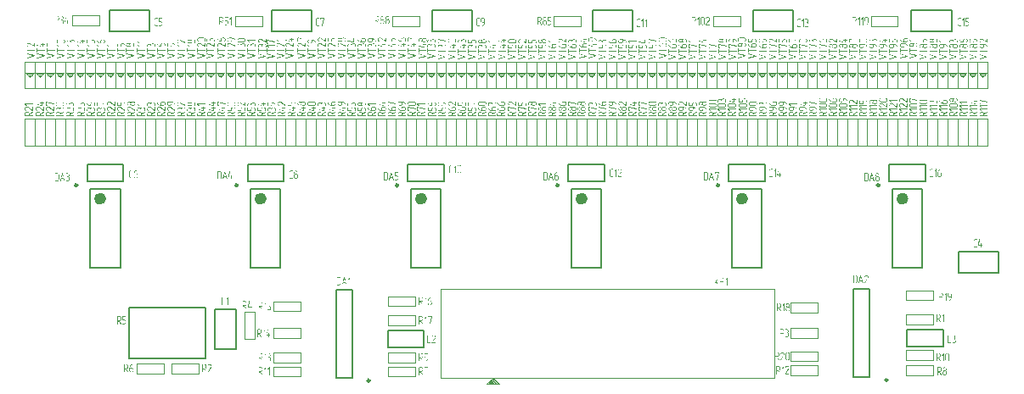
<source format=gto>
%FSLAX43Y43*%
%MOMM*%
G71*
G01*
G75*
G04 Layer_Color=65535*
%ADD10R,0.800X0.800*%
%ADD11R,0.800X0.800*%
%ADD12R,1.500X1.400*%
%ADD13R,2.500X0.700*%
%ADD14R,1.100X1.100*%
%ADD15R,1.400X1.500*%
%ADD16R,2.000X0.350*%
%ADD17C,0.400*%
%ADD18C,0.200*%
%ADD19C,1.500*%
%ADD20R,1.500X1.500*%
%ADD21C,1.600*%
%ADD22R,1.600X1.600*%
%ADD23C,3.200*%
%ADD24C,0.800*%
%ADD25C,0.250*%
%ADD26C,0.600*%
%ADD27C,0.100*%
G36*
X117439Y77929D02*
X117452Y77928D01*
X117470Y77924D01*
X117489Y77918D01*
X117509Y77908D01*
X117531Y77896D01*
X117550Y77879D01*
X117552Y77877D01*
X117557Y77871D01*
X117566Y77860D01*
X117574Y77845D01*
X117584Y77827D01*
X117593Y77805D01*
X117598Y77782D01*
X117600Y77755D01*
Y77697D01*
Y77696D01*
Y77695D01*
Y77691D01*
X117599Y77686D01*
X117598Y77673D01*
X117594Y77657D01*
X117588Y77639D01*
X117579Y77618D01*
X117567Y77597D01*
X117550Y77577D01*
X117549D01*
X117548Y77574D01*
X117541Y77568D01*
X117531Y77560D01*
X117516Y77550D01*
X117498Y77540D01*
X117477Y77532D01*
X117454Y77525D01*
X117440Y77524D01*
X117427Y77523D01*
X117303D01*
X117294Y77524D01*
X117283Y77527D01*
X117270Y77529D01*
X117256Y77533D01*
X117240Y77539D01*
X117226Y77547D01*
X117223Y77549D01*
X117218Y77552D01*
X117211Y77557D01*
X117201Y77566D01*
X117190Y77575D01*
X117179Y77588D01*
X117167Y77601D01*
X117156Y77617D01*
X117155Y77616D01*
X117151Y77612D01*
X117146Y77606D01*
X117139Y77600D01*
X117131Y77593D01*
X117121Y77584D01*
X117109Y77577D01*
X117096Y77569D01*
X117095Y77568D01*
X117090Y77567D01*
X117083Y77564D01*
X117073Y77561D01*
X117062Y77557D01*
X117049Y77555D01*
X117034Y77554D01*
X117020Y77552D01*
X116955D01*
X116950Y77554D01*
X116937Y77555D01*
X116921Y77558D01*
X116901Y77564D01*
X116881Y77573D01*
X116860Y77585D01*
X116838Y77602D01*
X116837Y77604D01*
X116834Y77607D01*
X116829Y77612D01*
X116823Y77619D01*
X116817Y77627D01*
X116811Y77636D01*
X116799Y77658D01*
X116790Y77689D01*
X116787Y77707D01*
Y77725D01*
Y77727D01*
Y77729D01*
Y77733D01*
X116788Y77738D01*
X116789Y77751D01*
X116793Y77768D01*
X116799Y77788D01*
X116809Y77808D01*
X116821Y77829D01*
X116838Y77850D01*
X116839Y77851D01*
X116842Y77853D01*
X116848Y77858D01*
X116854Y77864D01*
X116862Y77871D01*
X116872Y77877D01*
X116894Y77889D01*
X116925Y77897D01*
X116943Y77901D01*
X117028D01*
X117036Y77900D01*
X117045Y77899D01*
X117057Y77897D01*
X117070Y77894D01*
X117083Y77890D01*
X117095Y77884D01*
X117096Y77883D01*
X117101Y77881D01*
X117107Y77878D01*
X117115Y77872D01*
X117125Y77866D01*
X117134Y77857D01*
X117145Y77847D01*
X117156Y77836D01*
X117157Y77838D01*
X117160Y77842D01*
X117165Y77850D01*
X117171Y77860D01*
X117179Y77869D01*
X117190Y77880D01*
X117203Y77891D01*
X117218Y77902D01*
X117221Y77903D01*
X117226Y77907D01*
X117234Y77911D01*
X117245Y77917D01*
X117260Y77922D01*
X117274Y77925D01*
X117292Y77929D01*
X117310Y77930D01*
X117434D01*
X117439Y77929D01*
D02*
G37*
G36*
X117004Y78457D02*
X117012Y78456D01*
X117022Y78455D01*
X117043Y78448D01*
X117044D01*
X117048Y78447D01*
X117053Y78445D01*
X117061Y78441D01*
X117070Y78437D01*
X117081Y78433D01*
X117092Y78426D01*
X117105Y78419D01*
X117541Y78130D01*
Y78423D01*
Y78425D01*
X117543Y78429D01*
X117545Y78436D01*
X117551Y78442D01*
X117552Y78444D01*
X117557Y78447D01*
X117563Y78451D01*
X117571Y78452D01*
X117572D01*
X117577Y78451D01*
X117584Y78448D01*
X117591Y78444D01*
X117593Y78442D01*
X117595Y78439D01*
X117599Y78431D01*
X117600Y78423D01*
Y78075D01*
Y78074D01*
X117599Y78069D01*
X117596Y78062D01*
X117591Y78055D01*
X117590Y78053D01*
X117585Y78051D01*
X117578Y78049D01*
X117570Y78047D01*
X117565D01*
X117560Y78049D01*
X117555Y78051D01*
X117072Y78370D01*
X117050Y78383D01*
X117029Y78391D01*
X117028D01*
X117026Y78392D01*
X117022Y78394D01*
X117016Y78395D01*
X117003Y78397D01*
X116987Y78398D01*
X116984D01*
X116977Y78397D01*
X116966Y78396D01*
X116953Y78392D01*
X116937Y78386D01*
X116920Y78378D01*
X116903Y78366D01*
X116887Y78350D01*
X116886Y78348D01*
X116883Y78346D01*
X116881Y78341D01*
X116876Y78336D01*
X116872Y78329D01*
X116867Y78320D01*
X116858Y78301D01*
Y78300D01*
X116855Y78296D01*
X116854Y78290D01*
X116851Y78284D01*
X116849Y78274D01*
X116848Y78266D01*
X116845Y78244D01*
Y78242D01*
Y78236D01*
X116847Y78229D01*
X116848Y78219D01*
X116851Y78207D01*
X116855Y78195D01*
X116861Y78181D01*
X116868Y78168D01*
X116870Y78167D01*
X116872Y78162D01*
X116878Y78156D01*
X116886Y78148D01*
X116897Y78140D01*
X116910Y78130D01*
X116926Y78122D01*
X116944Y78113D01*
X116945Y78112D01*
X116949Y78111D01*
X116954Y78107D01*
X116959Y78102D01*
Y78101D01*
X116961Y78099D01*
X116962Y78092D01*
X116964Y78086D01*
Y78084D01*
X116962Y78079D01*
X116960Y78072D01*
X116956Y78064D01*
X116955Y78063D01*
X116950Y78061D01*
X116944Y78057D01*
X116936Y78056D01*
X116925Y78058D01*
X116923D01*
X116921Y78059D01*
X116918Y78061D01*
X116914Y78063D01*
X116900Y78069D01*
X116886Y78077D01*
X116868Y78088D01*
X116851Y78101D01*
X116834Y78116D01*
X116820Y78134D01*
X116818Y78136D01*
X116815Y78142D01*
X116809Y78152D01*
X116803Y78164D01*
X116798Y78180D01*
X116792Y78198D01*
X116788Y78218D01*
X116787Y78240D01*
Y78241D01*
Y78244D01*
Y78248D01*
X116788Y78255D01*
Y78261D01*
X116789Y78269D01*
X116794Y78290D01*
X116800Y78313D01*
X116811Y78337D01*
X116825Y78363D01*
X116834Y78376D01*
X116844Y78389D01*
X116845Y78390D01*
X116847Y78391D01*
X116850Y78395D01*
X116855Y78400D01*
X116867Y78411D01*
X116884Y78424D01*
X116905Y78436D01*
X116929Y78447D01*
X116943Y78452D01*
X116956Y78456D01*
X116971Y78457D01*
X116987Y78458D01*
X116996D01*
X117004Y78457D01*
D02*
G37*
G36*
X121528Y77406D02*
X121535Y77404D01*
X121543Y77397D01*
X121544Y77396D01*
X121546Y77391D01*
X121549Y77384D01*
X121550Y77377D01*
Y77376D01*
Y77372D01*
X121548Y77363D01*
X121546Y77362D01*
X121545Y77360D01*
X121541Y77356D01*
X121537Y77352D01*
X121201Y77157D01*
Y77059D01*
X121524D01*
X121529Y77057D01*
X121537Y77055D01*
X121544Y77050D01*
X121545Y77049D01*
X121546Y77044D01*
X121549Y77038D01*
X121550Y77029D01*
Y77028D01*
X121549Y77024D01*
X121548Y77018D01*
X121544Y77009D01*
X121543Y77007D01*
X121538Y77005D01*
X121532Y77001D01*
X121522Y77000D01*
X120761D01*
X120756Y77001D01*
X120751Y77004D01*
X120747Y77007D01*
X120742Y77012D01*
X120738Y77018D01*
X120737Y77028D01*
Y77232D01*
Y77233D01*
Y77235D01*
Y77239D01*
X120738Y77244D01*
X120739Y77257D01*
X120743Y77274D01*
X120749Y77294D01*
X120759Y77315D01*
X120771Y77335D01*
X120788Y77355D01*
Y77356D01*
X120790Y77357D01*
X120797Y77363D01*
X120808Y77372D01*
X120822Y77382D01*
X120840Y77390D01*
X120862Y77399D01*
X120886Y77405D01*
X120899Y77407D01*
X121035D01*
X121040Y77406D01*
X121054Y77405D01*
X121071Y77401D01*
X121090Y77395D01*
X121110Y77385D01*
X121132Y77372D01*
X121142Y77365D01*
X121151Y77355D01*
X121154Y77352D01*
X121159Y77346D01*
X121167Y77335D01*
X121176Y77321D01*
X121185Y77302D01*
X121194Y77282D01*
X121199Y77257D01*
X121201Y77232D01*
Y77224D01*
X121507Y77402D01*
X121509Y77404D01*
X121511Y77405D01*
X121516Y77406D01*
X121522Y77407D01*
X121523D01*
X121528Y77406D01*
D02*
G37*
G36*
X117578D02*
X117585Y77404D01*
X117593Y77397D01*
X117594Y77396D01*
X117596Y77391D01*
X117599Y77384D01*
X117600Y77377D01*
Y77376D01*
Y77372D01*
X117598Y77363D01*
X117596Y77362D01*
X117595Y77360D01*
X117591Y77356D01*
X117587Y77352D01*
X117251Y77157D01*
Y77059D01*
X117574D01*
X117579Y77057D01*
X117587Y77055D01*
X117594Y77050D01*
X117595Y77049D01*
X117596Y77044D01*
X117599Y77038D01*
X117600Y77029D01*
Y77028D01*
X117599Y77024D01*
X117598Y77018D01*
X117594Y77009D01*
X117593Y77007D01*
X117588Y77005D01*
X117582Y77001D01*
X117572Y77000D01*
X116811D01*
X116806Y77001D01*
X116801Y77004D01*
X116797Y77007D01*
X116792Y77012D01*
X116788Y77018D01*
X116787Y77028D01*
Y77232D01*
Y77233D01*
Y77235D01*
Y77239D01*
X116788Y77244D01*
X116789Y77257D01*
X116793Y77274D01*
X116799Y77294D01*
X116809Y77315D01*
X116821Y77335D01*
X116838Y77355D01*
Y77356D01*
X116840Y77357D01*
X116847Y77363D01*
X116858Y77372D01*
X116872Y77382D01*
X116890Y77390D01*
X116912Y77399D01*
X116936Y77405D01*
X116949Y77407D01*
X117086D01*
X117090Y77406D01*
X117104Y77405D01*
X117121Y77401D01*
X117140Y77395D01*
X117160Y77385D01*
X117182Y77372D01*
X117192Y77365D01*
X117201Y77355D01*
X117204Y77352D01*
X117209Y77346D01*
X117217Y77335D01*
X117226Y77321D01*
X117235Y77302D01*
X117244Y77282D01*
X117249Y77257D01*
X117251Y77232D01*
Y77224D01*
X117557Y77402D01*
X117559Y77404D01*
X117561Y77405D01*
X117566Y77406D01*
X117572Y77407D01*
X117573D01*
X117578Y77406D01*
D02*
G37*
G36*
X109578D02*
X109585Y77404D01*
X109593Y77397D01*
X109594Y77396D01*
X109596Y77391D01*
X109599Y77384D01*
X109600Y77377D01*
Y77376D01*
Y77372D01*
X109598Y77363D01*
X109596Y77362D01*
X109595Y77360D01*
X109591Y77356D01*
X109587Y77352D01*
X109251Y77157D01*
Y77059D01*
X109574D01*
X109579Y77057D01*
X109587Y77055D01*
X109594Y77050D01*
X109595Y77049D01*
X109596Y77044D01*
X109599Y77038D01*
X109600Y77029D01*
Y77028D01*
X109599Y77024D01*
X109598Y77018D01*
X109594Y77009D01*
X109593Y77007D01*
X109588Y77005D01*
X109582Y77001D01*
X109572Y77000D01*
X108811D01*
X108806Y77001D01*
X108801Y77004D01*
X108797Y77007D01*
X108792Y77012D01*
X108788Y77018D01*
X108787Y77028D01*
Y77232D01*
Y77233D01*
Y77235D01*
Y77239D01*
X108788Y77244D01*
X108789Y77257D01*
X108793Y77274D01*
X108799Y77294D01*
X108809Y77315D01*
X108821Y77335D01*
X108838Y77355D01*
Y77356D01*
X108840Y77357D01*
X108847Y77363D01*
X108858Y77372D01*
X108872Y77382D01*
X108890Y77390D01*
X108912Y77399D01*
X108936Y77405D01*
X108949Y77407D01*
X109086D01*
X109090Y77406D01*
X109104Y77405D01*
X109121Y77401D01*
X109140Y77395D01*
X109160Y77385D01*
X109182Y77372D01*
X109192Y77365D01*
X109201Y77355D01*
X109204Y77352D01*
X109209Y77346D01*
X109217Y77335D01*
X109226Y77321D01*
X109235Y77302D01*
X109244Y77282D01*
X109249Y77257D01*
X109251Y77232D01*
Y77224D01*
X109557Y77402D01*
X109559Y77404D01*
X109561Y77405D01*
X109566Y77406D01*
X109572Y77407D01*
X109573D01*
X109578Y77406D01*
D02*
G37*
G36*
X109439Y77929D02*
X109452Y77928D01*
X109470Y77924D01*
X109489Y77918D01*
X109509Y77908D01*
X109531Y77896D01*
X109550Y77879D01*
X109552Y77877D01*
X109557Y77871D01*
X109566Y77860D01*
X109574Y77845D01*
X109584Y77827D01*
X109593Y77805D01*
X109598Y77782D01*
X109600Y77755D01*
Y77697D01*
Y77696D01*
Y77695D01*
Y77691D01*
X109599Y77686D01*
X109598Y77673D01*
X109594Y77657D01*
X109588Y77639D01*
X109579Y77618D01*
X109567Y77597D01*
X109550Y77577D01*
X109549D01*
X109548Y77574D01*
X109541Y77568D01*
X109531Y77560D01*
X109516Y77550D01*
X109498Y77540D01*
X109477Y77532D01*
X109454Y77525D01*
X109440Y77524D01*
X109427Y77523D01*
X109303D01*
X109294Y77524D01*
X109283Y77527D01*
X109270Y77529D01*
X109256Y77533D01*
X109240Y77539D01*
X109226Y77547D01*
X109223Y77549D01*
X109218Y77552D01*
X109211Y77557D01*
X109201Y77566D01*
X109190Y77575D01*
X109179Y77588D01*
X109167Y77601D01*
X109156Y77617D01*
X109155Y77616D01*
X109151Y77612D01*
X109146Y77606D01*
X109139Y77600D01*
X109131Y77593D01*
X109121Y77584D01*
X109109Y77577D01*
X109096Y77569D01*
X109095Y77568D01*
X109090Y77567D01*
X109083Y77564D01*
X109073Y77561D01*
X109062Y77557D01*
X109049Y77555D01*
X109034Y77554D01*
X109020Y77552D01*
X108955D01*
X108950Y77554D01*
X108937Y77555D01*
X108921Y77558D01*
X108901Y77564D01*
X108881Y77573D01*
X108860Y77585D01*
X108838Y77602D01*
X108837Y77604D01*
X108834Y77607D01*
X108829Y77612D01*
X108823Y77619D01*
X108817Y77627D01*
X108811Y77636D01*
X108799Y77658D01*
X108790Y77689D01*
X108787Y77707D01*
Y77725D01*
Y77727D01*
Y77729D01*
Y77733D01*
X108788Y77738D01*
X108789Y77751D01*
X108793Y77768D01*
X108799Y77788D01*
X108809Y77808D01*
X108821Y77829D01*
X108838Y77850D01*
X108839Y77851D01*
X108842Y77853D01*
X108848Y77858D01*
X108854Y77864D01*
X108862Y77871D01*
X108872Y77877D01*
X108894Y77889D01*
X108925Y77897D01*
X108943Y77901D01*
X109028D01*
X109036Y77900D01*
X109045Y77899D01*
X109057Y77897D01*
X109070Y77894D01*
X109083Y77890D01*
X109095Y77884D01*
X109096Y77883D01*
X109101Y77881D01*
X109107Y77878D01*
X109115Y77872D01*
X109125Y77866D01*
X109134Y77857D01*
X109145Y77847D01*
X109156Y77836D01*
X109157Y77838D01*
X109160Y77842D01*
X109165Y77850D01*
X109171Y77860D01*
X109179Y77869D01*
X109190Y77880D01*
X109203Y77891D01*
X109218Y77902D01*
X109221Y77903D01*
X109226Y77907D01*
X109234Y77911D01*
X109245Y77917D01*
X109260Y77922D01*
X109274Y77925D01*
X109292Y77929D01*
X109310Y77930D01*
X109434D01*
X109439Y77929D01*
D02*
G37*
G36*
X109579Y78278D02*
X109587Y78275D01*
X109594Y78270D01*
X109595Y78269D01*
X109596Y78264D01*
X109599Y78258D01*
X109600Y78250D01*
Y78248D01*
X109599Y78245D01*
X109598Y78239D01*
X109594Y78229D01*
X109593Y78228D01*
X109588Y78225D01*
X109582Y78222D01*
X109572Y78220D01*
X108886D01*
X109011Y78096D01*
X109012Y78095D01*
X109015Y78090D01*
X109018Y78084D01*
X109020Y78077D01*
Y78074D01*
X109018Y78069D01*
X109016Y78063D01*
X109011Y78056D01*
X109010Y78055D01*
X109005Y78052D01*
X108999Y78049D01*
X108990Y78047D01*
X108989D01*
X108986Y78049D01*
X108979Y78051D01*
X108970Y78056D01*
X108795Y78229D01*
X108794Y78230D01*
X108790Y78235D01*
X108788Y78241D01*
X108787Y78248D01*
Y78251D01*
X108788Y78256D01*
X108790Y78262D01*
X108795Y78269D01*
X108797Y78270D01*
X108800Y78274D01*
X108808Y78278D01*
X108816Y78279D01*
X109574D01*
X109579Y78278D01*
D02*
G37*
G36*
X110402Y78451D02*
X110410Y78450D01*
X110417Y78445D01*
X110418Y78444D01*
X110421Y78440D01*
X110424Y78433D01*
X110426Y78423D01*
Y78336D01*
X110574D01*
X110579Y78335D01*
X110587Y78333D01*
X110594Y78328D01*
X110595Y78326D01*
X110596Y78322D01*
X110599Y78316D01*
X110600Y78307D01*
Y78306D01*
X110599Y78302D01*
X110598Y78296D01*
X110594Y78286D01*
X110593Y78285D01*
X110588Y78283D01*
X110582Y78279D01*
X110572Y78278D01*
X110426D01*
Y78074D01*
Y78072D01*
X110424Y78067D01*
X110422Y78061D01*
X110418Y78053D01*
X110417Y78052D01*
X110412Y78050D01*
X110406Y78046D01*
X110398Y78045D01*
X110392Y78046D01*
X109811Y78162D01*
X109809D01*
X109804Y78163D01*
X109798Y78167D01*
X109793Y78172D01*
X109787Y78190D01*
Y78192D01*
X109788Y78196D01*
X109790Y78203D01*
X109795Y78209D01*
X109797Y78211D01*
X109800Y78214D01*
X109808Y78218D01*
X109816Y78219D01*
X109822D01*
X110367Y78109D01*
Y78278D01*
X110221D01*
X110216Y78279D01*
X110211Y78281D01*
X110204Y78286D01*
X110203Y78287D01*
X110198Y78292D01*
X110194Y78298D01*
X110193Y78307D01*
Y78308D01*
X110194Y78313D01*
X110196Y78319D01*
X110201Y78326D01*
X110203Y78328D01*
X110206Y78331D01*
X110214Y78335D01*
X110222Y78336D01*
X110367D01*
Y78423D01*
Y78425D01*
X110368Y78429D01*
X110371Y78436D01*
X110377Y78442D01*
X110378Y78444D01*
X110383Y78447D01*
X110389Y78451D01*
X110396Y78452D01*
X110398D01*
X110402Y78451D01*
D02*
G37*
G36*
X108944Y86912D02*
X108957Y86911D01*
X108974Y86907D01*
X108994Y86901D01*
X109015Y86891D01*
X109035Y86879D01*
X109055Y86862D01*
X109056D01*
X109057Y86860D01*
X109063Y86853D01*
X109072Y86842D01*
X109082Y86828D01*
X109090Y86810D01*
X109099Y86788D01*
X109105Y86764D01*
X109107Y86751D01*
Y86738D01*
Y86622D01*
Y86621D01*
Y86618D01*
Y86615D01*
X109106Y86610D01*
X109105Y86596D01*
X109101Y86579D01*
X109095Y86560D01*
X109085Y86540D01*
X109072Y86518D01*
X109065Y86508D01*
X109055Y86499D01*
X109052Y86496D01*
X109046Y86491D01*
X109035Y86483D01*
X109021Y86474D01*
X109002Y86465D01*
X108982Y86456D01*
X108957Y86451D01*
X108932Y86449D01*
X108924D01*
X109102Y86143D01*
X109104Y86141D01*
X109105Y86139D01*
X109106Y86134D01*
X109107Y86128D01*
Y86127D01*
X109106Y86122D01*
X109104Y86115D01*
X109097Y86107D01*
X109096Y86106D01*
X109091Y86104D01*
X109084Y86101D01*
X109077Y86100D01*
X109072D01*
X109063Y86102D01*
X109062Y86104D01*
X109060Y86105D01*
X109056Y86109D01*
X109052Y86113D01*
X108857Y86449D01*
X108759D01*
Y86128D01*
Y86126D01*
X108757Y86121D01*
X108755Y86113D01*
X108750Y86106D01*
X108749Y86105D01*
X108744Y86104D01*
X108738Y86101D01*
X108729Y86100D01*
X108728D01*
X108724Y86101D01*
X108718Y86102D01*
X108709Y86106D01*
X108707Y86107D01*
X108705Y86112D01*
X108701Y86118D01*
X108700Y86128D01*
Y86884D01*
Y86885D01*
Y86889D01*
X108701Y86894D01*
X108704Y86899D01*
X108707Y86903D01*
X108712Y86908D01*
X108718Y86912D01*
X108728Y86913D01*
X108939D01*
X108944Y86912D01*
D02*
G37*
G36*
X109438D02*
X109451Y86911D01*
X109468Y86907D01*
X109488Y86901D01*
X109508Y86891D01*
X109529Y86879D01*
X109550Y86862D01*
X109551Y86861D01*
X109553Y86858D01*
X109558Y86852D01*
X109564Y86846D01*
X109571Y86838D01*
X109577Y86828D01*
X109589Y86806D01*
X109597Y86775D01*
X109601Y86757D01*
Y86739D01*
Y86679D01*
Y86678D01*
Y86672D01*
X109600Y86664D01*
X109599Y86655D01*
X109597Y86643D01*
X109594Y86630D01*
X109590Y86617D01*
X109584Y86605D01*
X109583Y86604D01*
X109581Y86599D01*
X109578Y86593D01*
X109572Y86585D01*
X109566Y86575D01*
X109557Y86566D01*
X109547Y86555D01*
X109536Y86544D01*
X109538Y86543D01*
X109542Y86540D01*
X109550Y86535D01*
X109560Y86529D01*
X109569Y86521D01*
X109580Y86510D01*
X109591Y86497D01*
X109602Y86482D01*
X109603Y86479D01*
X109607Y86474D01*
X109611Y86466D01*
X109617Y86455D01*
X109622Y86440D01*
X109625Y86426D01*
X109629Y86408D01*
X109630Y86390D01*
Y86273D01*
Y86272D01*
Y86269D01*
Y86266D01*
X109629Y86261D01*
X109628Y86248D01*
X109624Y86230D01*
X109618Y86211D01*
X109608Y86191D01*
X109596Y86169D01*
X109579Y86150D01*
X109577Y86148D01*
X109571Y86143D01*
X109560Y86134D01*
X109545Y86126D01*
X109527Y86116D01*
X109505Y86107D01*
X109482Y86102D01*
X109455Y86100D01*
X109391D01*
X109386Y86101D01*
X109373Y86102D01*
X109357Y86106D01*
X109339Y86112D01*
X109318Y86121D01*
X109297Y86133D01*
X109277Y86150D01*
Y86151D01*
X109274Y86152D01*
X109268Y86159D01*
X109260Y86169D01*
X109250Y86184D01*
X109240Y86202D01*
X109232Y86223D01*
X109225Y86246D01*
X109224Y86260D01*
X109223Y86273D01*
Y86390D01*
Y86393D01*
Y86397D01*
X109224Y86406D01*
X109227Y86417D01*
X109229Y86430D01*
X109233Y86444D01*
X109239Y86460D01*
X109247Y86474D01*
X109249Y86477D01*
X109252Y86482D01*
X109257Y86489D01*
X109266Y86499D01*
X109275Y86510D01*
X109288Y86521D01*
X109301Y86533D01*
X109317Y86544D01*
X109316Y86545D01*
X109312Y86549D01*
X109306Y86554D01*
X109300Y86561D01*
X109293Y86569D01*
X109284Y86579D01*
X109277Y86591D01*
X109269Y86604D01*
X109268Y86605D01*
X109267Y86610D01*
X109264Y86617D01*
X109261Y86627D01*
X109257Y86638D01*
X109255Y86651D01*
X109254Y86666D01*
X109252Y86680D01*
Y86739D01*
Y86740D01*
Y86741D01*
Y86745D01*
X109254Y86750D01*
X109255Y86763D01*
X109258Y86779D01*
X109264Y86799D01*
X109273Y86819D01*
X109285Y86840D01*
X109302Y86862D01*
X109303Y86863D01*
X109307Y86866D01*
X109312Y86871D01*
X109319Y86877D01*
X109327Y86883D01*
X109336Y86889D01*
X109358Y86901D01*
X109389Y86910D01*
X109407Y86913D01*
X109433D01*
X109438Y86912D01*
D02*
G37*
G36*
X110439Y77929D02*
X110452Y77928D01*
X110470Y77924D01*
X110489Y77918D01*
X110509Y77908D01*
X110531Y77896D01*
X110550Y77879D01*
X110552Y77877D01*
X110557Y77871D01*
X110566Y77860D01*
X110574Y77845D01*
X110584Y77827D01*
X110593Y77805D01*
X110598Y77782D01*
X110600Y77755D01*
Y77697D01*
Y77696D01*
Y77695D01*
Y77691D01*
X110599Y77686D01*
X110598Y77673D01*
X110594Y77657D01*
X110588Y77639D01*
X110579Y77618D01*
X110567Y77597D01*
X110550Y77577D01*
X110549D01*
X110548Y77574D01*
X110541Y77568D01*
X110531Y77560D01*
X110516Y77550D01*
X110498Y77540D01*
X110477Y77532D01*
X110454Y77525D01*
X110440Y77524D01*
X110427Y77523D01*
X110303D01*
X110294Y77524D01*
X110283Y77527D01*
X110270Y77529D01*
X110256Y77533D01*
X110240Y77539D01*
X110226Y77547D01*
X110223Y77549D01*
X110218Y77552D01*
X110211Y77557D01*
X110201Y77566D01*
X110190Y77575D01*
X110179Y77588D01*
X110167Y77601D01*
X110156Y77617D01*
X110155Y77616D01*
X110151Y77612D01*
X110146Y77606D01*
X110139Y77600D01*
X110131Y77593D01*
X110121Y77584D01*
X110109Y77577D01*
X110096Y77569D01*
X110095Y77568D01*
X110090Y77567D01*
X110083Y77564D01*
X110073Y77561D01*
X110062Y77557D01*
X110049Y77555D01*
X110034Y77554D01*
X110020Y77552D01*
X109955D01*
X109950Y77554D01*
X109937Y77555D01*
X109921Y77558D01*
X109901Y77564D01*
X109881Y77573D01*
X109860Y77585D01*
X109838Y77602D01*
X109837Y77604D01*
X109834Y77607D01*
X109829Y77612D01*
X109823Y77619D01*
X109817Y77627D01*
X109811Y77636D01*
X109799Y77658D01*
X109790Y77689D01*
X109787Y77707D01*
Y77725D01*
Y77727D01*
Y77729D01*
Y77733D01*
X109788Y77738D01*
X109789Y77751D01*
X109793Y77768D01*
X109799Y77788D01*
X109809Y77808D01*
X109821Y77829D01*
X109838Y77850D01*
X109839Y77851D01*
X109842Y77853D01*
X109848Y77858D01*
X109854Y77864D01*
X109862Y77871D01*
X109872Y77877D01*
X109894Y77889D01*
X109925Y77897D01*
X109943Y77901D01*
X110028D01*
X110036Y77900D01*
X110045Y77899D01*
X110057Y77897D01*
X110070Y77894D01*
X110083Y77890D01*
X110095Y77884D01*
X110096Y77883D01*
X110101Y77881D01*
X110107Y77878D01*
X110115Y77872D01*
X110125Y77866D01*
X110134Y77857D01*
X110145Y77847D01*
X110156Y77836D01*
X110157Y77838D01*
X110160Y77842D01*
X110165Y77850D01*
X110171Y77860D01*
X110179Y77869D01*
X110190Y77880D01*
X110203Y77891D01*
X110218Y77902D01*
X110221Y77903D01*
X110226Y77907D01*
X110234Y77911D01*
X110245Y77917D01*
X110260Y77922D01*
X110274Y77925D01*
X110292Y77929D01*
X110310Y77930D01*
X110434D01*
X110439Y77929D01*
D02*
G37*
G36*
X121389D02*
X121402Y77928D01*
X121420Y77924D01*
X121439Y77918D01*
X121459Y77908D01*
X121481Y77896D01*
X121500Y77879D01*
X121502Y77877D01*
X121507Y77871D01*
X121516Y77860D01*
X121524Y77845D01*
X121534Y77827D01*
X121543Y77805D01*
X121548Y77782D01*
X121550Y77755D01*
Y77697D01*
Y77696D01*
Y77695D01*
Y77691D01*
X121549Y77686D01*
X121548Y77673D01*
X121544Y77657D01*
X121538Y77639D01*
X121529Y77618D01*
X121517Y77597D01*
X121500Y77577D01*
X121499D01*
X121498Y77574D01*
X121491Y77568D01*
X121481Y77560D01*
X121466Y77550D01*
X121448Y77540D01*
X121427Y77532D01*
X121404Y77525D01*
X121390Y77524D01*
X121377Y77523D01*
X121253D01*
X121244Y77524D01*
X121233Y77527D01*
X121220Y77529D01*
X121206Y77533D01*
X121190Y77539D01*
X121176Y77547D01*
X121173Y77549D01*
X121168Y77552D01*
X121161Y77557D01*
X121151Y77566D01*
X121140Y77575D01*
X121129Y77588D01*
X121117Y77601D01*
X121106Y77617D01*
X121105Y77616D01*
X121101Y77612D01*
X121096Y77606D01*
X121089Y77600D01*
X121081Y77593D01*
X121071Y77584D01*
X121059Y77577D01*
X121046Y77569D01*
X121045Y77568D01*
X121040Y77567D01*
X121033Y77564D01*
X121023Y77561D01*
X121012Y77557D01*
X120999Y77555D01*
X120984Y77554D01*
X120970Y77552D01*
X120905D01*
X120900Y77554D01*
X120887Y77555D01*
X120871Y77558D01*
X120851Y77564D01*
X120831Y77573D01*
X120810Y77585D01*
X120788Y77602D01*
X120787Y77604D01*
X120784Y77607D01*
X120779Y77612D01*
X120773Y77619D01*
X120767Y77627D01*
X120761Y77636D01*
X120749Y77658D01*
X120740Y77689D01*
X120737Y77707D01*
Y77725D01*
Y77727D01*
Y77729D01*
Y77733D01*
X120738Y77738D01*
X120739Y77751D01*
X120743Y77768D01*
X120749Y77788D01*
X120759Y77808D01*
X120771Y77829D01*
X120788Y77850D01*
X120789Y77851D01*
X120792Y77853D01*
X120798Y77858D01*
X120804Y77864D01*
X120812Y77871D01*
X120822Y77877D01*
X120844Y77889D01*
X120875Y77897D01*
X120893Y77901D01*
X120978D01*
X120986Y77900D01*
X120995Y77899D01*
X121007Y77897D01*
X121020Y77894D01*
X121033Y77890D01*
X121045Y77884D01*
X121046Y77883D01*
X121051Y77881D01*
X121057Y77878D01*
X121065Y77872D01*
X121075Y77866D01*
X121084Y77857D01*
X121095Y77847D01*
X121106Y77836D01*
X121107Y77838D01*
X121110Y77842D01*
X121115Y77850D01*
X121121Y77860D01*
X121129Y77869D01*
X121140Y77880D01*
X121153Y77891D01*
X121168Y77902D01*
X121171Y77903D01*
X121176Y77907D01*
X121184Y77911D01*
X121195Y77917D01*
X121210Y77922D01*
X121224Y77925D01*
X121242Y77929D01*
X121260Y77930D01*
X121384D01*
X121389Y77929D01*
D02*
G37*
G36*
Y78394D02*
X121402Y78392D01*
X121420Y78389D01*
X121439Y78383D01*
X121459Y78373D01*
X121481Y78361D01*
X121500Y78344D01*
X121502Y78341D01*
X121507Y78335D01*
X121516Y78324D01*
X121524Y78309D01*
X121534Y78291D01*
X121543Y78270D01*
X121548Y78246D01*
X121550Y78220D01*
Y78074D01*
Y78072D01*
X121549Y78067D01*
X121546Y78059D01*
X121543Y78053D01*
X121541Y78052D01*
X121537Y78050D01*
X121529Y78047D01*
X121521Y78046D01*
X121520D01*
X121516Y78047D01*
X121511Y78049D01*
X121504Y78052D01*
X121501Y78053D01*
X121498Y78058D01*
X121494Y78064D01*
X121491Y78074D01*
Y78219D01*
Y78222D01*
Y78228D01*
X121490Y78236D01*
X121488Y78248D01*
X121483Y78261D01*
X121478Y78275D01*
X121470Y78289D01*
X121459Y78302D01*
X121457Y78303D01*
X121452Y78307D01*
X121445Y78313D01*
X121435Y78319D01*
X121423Y78325D01*
X121409Y78331D01*
X121393Y78335D01*
X121376Y78336D01*
X121251D01*
X121243Y78335D01*
X121232Y78333D01*
X121218Y78328D01*
X121205Y78322D01*
X121192Y78313D01*
X121178Y78302D01*
X121177Y78301D01*
X121173Y78296D01*
X121167Y78289D01*
X121161Y78279D01*
X121155Y78268D01*
X121149Y78253D01*
X121145Y78237D01*
X121144Y78219D01*
Y78190D01*
Y78188D01*
X121143Y78183D01*
X121140Y78175D01*
X121137Y78169D01*
X121135Y78168D01*
X121131Y78166D01*
X121123Y78163D01*
X121115Y78162D01*
X121114D01*
X121110Y78163D01*
X121105Y78164D01*
X121098Y78168D01*
X121095Y78169D01*
X121092Y78174D01*
X121088Y78180D01*
X121085Y78190D01*
Y78192D01*
Y78198D01*
X121084Y78207D01*
X121082Y78219D01*
X121077Y78231D01*
X121072Y78246D01*
X121064Y78259D01*
X121053Y78273D01*
X121051Y78274D01*
X121046Y78278D01*
X121039Y78284D01*
X121029Y78290D01*
X121017Y78296D01*
X121003Y78302D01*
X120987Y78306D01*
X120970Y78307D01*
X120904D01*
X120895Y78306D01*
X120883Y78303D01*
X120871Y78298D01*
X120856Y78292D01*
X120843Y78284D01*
X120829Y78273D01*
X120828Y78272D01*
X120825Y78267D01*
X120818Y78259D01*
X120812Y78250D01*
X120806Y78239D01*
X120800Y78224D01*
X120797Y78208D01*
X120795Y78190D01*
Y78074D01*
Y78072D01*
X120794Y78067D01*
X120792Y78059D01*
X120788Y78053D01*
X120787Y78052D01*
X120782Y78050D01*
X120775Y78047D01*
X120766Y78046D01*
X120765D01*
X120761Y78047D01*
X120756Y78049D01*
X120749Y78052D01*
X120747Y78053D01*
X120743Y78058D01*
X120739Y78064D01*
X120737Y78074D01*
Y78190D01*
Y78191D01*
Y78194D01*
Y78197D01*
X120738Y78202D01*
X120739Y78216D01*
X120743Y78233D01*
X120749Y78252D01*
X120759Y78273D01*
X120771Y78295D01*
X120788Y78314D01*
X120790Y78317D01*
X120797Y78323D01*
X120808Y78330D01*
X120822Y78340D01*
X120840Y78350D01*
X120861Y78357D01*
X120886Y78363D01*
X120912Y78366D01*
X121000D01*
X121012Y78362D01*
X121015D01*
X121022Y78359D01*
X121033Y78356D01*
X121045Y78348D01*
X121046Y78347D01*
X121050Y78346D01*
X121056Y78342D01*
X121065Y78337D01*
X121073Y78330D01*
X121084Y78323D01*
X121095Y78312D01*
X121106Y78301D01*
X121107Y78302D01*
X121110Y78307D01*
X121115Y78314D01*
X121121Y78324D01*
X121129Y78334D01*
X121140Y78345D01*
X121154Y78356D01*
X121168Y78367D01*
X121171Y78368D01*
X121176Y78372D01*
X121184Y78375D01*
X121195Y78381D01*
X121210Y78386D01*
X121224Y78390D01*
X121242Y78394D01*
X121260Y78395D01*
X121384D01*
X121389Y78394D01*
D02*
G37*
G36*
X110578Y77406D02*
X110585Y77404D01*
X110593Y77397D01*
X110594Y77396D01*
X110596Y77391D01*
X110599Y77384D01*
X110600Y77377D01*
Y77376D01*
Y77372D01*
X110598Y77363D01*
X110596Y77362D01*
X110595Y77360D01*
X110591Y77356D01*
X110587Y77352D01*
X110251Y77157D01*
Y77059D01*
X110574D01*
X110579Y77057D01*
X110587Y77055D01*
X110594Y77050D01*
X110595Y77049D01*
X110596Y77044D01*
X110599Y77038D01*
X110600Y77029D01*
Y77028D01*
X110599Y77024D01*
X110598Y77018D01*
X110594Y77009D01*
X110593Y77007D01*
X110588Y77005D01*
X110582Y77001D01*
X110572Y77000D01*
X109811D01*
X109806Y77001D01*
X109801Y77004D01*
X109797Y77007D01*
X109792Y77012D01*
X109788Y77018D01*
X109787Y77028D01*
Y77232D01*
Y77233D01*
Y77235D01*
Y77239D01*
X109788Y77244D01*
X109789Y77257D01*
X109793Y77274D01*
X109799Y77294D01*
X109809Y77315D01*
X109821Y77335D01*
X109838Y77355D01*
Y77356D01*
X109840Y77357D01*
X109847Y77363D01*
X109858Y77372D01*
X109872Y77382D01*
X109890Y77390D01*
X109912Y77399D01*
X109936Y77405D01*
X109949Y77407D01*
X110086D01*
X110090Y77406D01*
X110104Y77405D01*
X110121Y77401D01*
X110140Y77395D01*
X110160Y77385D01*
X110182Y77372D01*
X110192Y77365D01*
X110201Y77355D01*
X110204Y77352D01*
X110209Y77346D01*
X110217Y77335D01*
X110226Y77321D01*
X110235Y77302D01*
X110244Y77282D01*
X110249Y77257D01*
X110251Y77232D01*
Y77224D01*
X110557Y77402D01*
X110559Y77404D01*
X110561Y77405D01*
X110566Y77406D01*
X110572Y77407D01*
X110573D01*
X110578Y77406D01*
D02*
G37*
G36*
X118823Y78452D02*
X119578Y78276D01*
X119579D01*
X119582Y78275D01*
X119587Y78272D01*
X119595Y78267D01*
X119600Y78248D01*
Y78247D01*
X119599Y78242D01*
X119598Y78235D01*
X119594Y78228D01*
X119593Y78227D01*
X119589Y78224D01*
X119582Y78220D01*
X119573Y78219D01*
X119565Y78220D01*
X118845Y78386D01*
Y78105D01*
X118906D01*
X118911Y78103D01*
X118918Y78101D01*
X118926Y78096D01*
X118927Y78095D01*
X118928Y78090D01*
X118931Y78084D01*
X118932Y78075D01*
Y78074D01*
X118931Y78070D01*
X118929Y78064D01*
X118926Y78055D01*
X118925Y78053D01*
X118920Y78051D01*
X118914Y78047D01*
X118904Y78046D01*
X118811D01*
X118806Y78047D01*
X118801Y78050D01*
X118797Y78053D01*
X118792Y78058D01*
X118788Y78064D01*
X118787Y78074D01*
Y78423D01*
Y78424D01*
Y78425D01*
X118788Y78430D01*
X118789Y78437D01*
X118794Y78445D01*
X118795Y78446D01*
X118799Y78450D01*
X118806Y78452D01*
X118815Y78453D01*
X118823Y78452D01*
D02*
G37*
G36*
X108578Y77406D02*
X108585Y77404D01*
X108593Y77397D01*
X108594Y77396D01*
X108596Y77391D01*
X108599Y77384D01*
X108600Y77377D01*
Y77376D01*
Y77372D01*
X108598Y77363D01*
X108596Y77362D01*
X108595Y77360D01*
X108591Y77356D01*
X108587Y77352D01*
X108251Y77157D01*
Y77059D01*
X108574D01*
X108579Y77057D01*
X108587Y77055D01*
X108594Y77050D01*
X108595Y77049D01*
X108596Y77044D01*
X108599Y77038D01*
X108600Y77029D01*
Y77028D01*
X108599Y77024D01*
X108598Y77018D01*
X108594Y77009D01*
X108593Y77007D01*
X108588Y77005D01*
X108582Y77001D01*
X108572Y77000D01*
X107811D01*
X107806Y77001D01*
X107801Y77004D01*
X107797Y77007D01*
X107792Y77012D01*
X107788Y77018D01*
X107787Y77028D01*
Y77232D01*
Y77233D01*
Y77235D01*
Y77239D01*
X107788Y77244D01*
X107789Y77257D01*
X107793Y77274D01*
X107799Y77294D01*
X107809Y77315D01*
X107821Y77335D01*
X107838Y77355D01*
Y77356D01*
X107840Y77357D01*
X107847Y77363D01*
X107858Y77372D01*
X107872Y77382D01*
X107890Y77390D01*
X107912Y77399D01*
X107936Y77405D01*
X107949Y77407D01*
X108086D01*
X108090Y77406D01*
X108104Y77405D01*
X108121Y77401D01*
X108140Y77395D01*
X108160Y77385D01*
X108182Y77372D01*
X108192Y77365D01*
X108201Y77355D01*
X108204Y77352D01*
X108209Y77346D01*
X108217Y77335D01*
X108226Y77321D01*
X108235Y77302D01*
X108244Y77282D01*
X108249Y77257D01*
X108251Y77232D01*
Y77224D01*
X108557Y77402D01*
X108559Y77404D01*
X108561Y77405D01*
X108566Y77406D01*
X108572Y77407D01*
X108573D01*
X108578Y77406D01*
D02*
G37*
G36*
X107823Y77929D02*
X108578Y77753D01*
X108579D01*
X108582Y77752D01*
X108587Y77749D01*
X108595Y77744D01*
X108600Y77725D01*
Y77724D01*
X108599Y77719D01*
X108598Y77712D01*
X108594Y77705D01*
X108593Y77703D01*
X108589Y77701D01*
X108582Y77697D01*
X108573Y77696D01*
X108565Y77697D01*
X107845Y77863D01*
Y77582D01*
X107906D01*
X107911Y77580D01*
X107918Y77578D01*
X107926Y77573D01*
X107927Y77572D01*
X107928Y77567D01*
X107931Y77561D01*
X107932Y77552D01*
Y77551D01*
X107931Y77547D01*
X107929Y77541D01*
X107926Y77532D01*
X107925Y77530D01*
X107920Y77528D01*
X107914Y77524D01*
X107904Y77523D01*
X107811D01*
X107806Y77524D01*
X107801Y77527D01*
X107797Y77530D01*
X107792Y77535D01*
X107788Y77541D01*
X107787Y77551D01*
Y77900D01*
Y77901D01*
Y77902D01*
X107788Y77907D01*
X107789Y77914D01*
X107794Y77922D01*
X107795Y77923D01*
X107799Y77927D01*
X107806Y77929D01*
X107815Y77930D01*
X107823Y77929D01*
D02*
G37*
G36*
X118823D02*
X119578Y77753D01*
X119579D01*
X119582Y77752D01*
X119587Y77749D01*
X119595Y77744D01*
X119600Y77725D01*
Y77724D01*
X119599Y77719D01*
X119598Y77712D01*
X119594Y77705D01*
X119593Y77703D01*
X119589Y77701D01*
X119582Y77697D01*
X119573Y77696D01*
X119565Y77697D01*
X118845Y77863D01*
Y77582D01*
X118906D01*
X118911Y77580D01*
X118918Y77578D01*
X118926Y77573D01*
X118927Y77572D01*
X118928Y77567D01*
X118931Y77561D01*
X118932Y77552D01*
Y77551D01*
X118931Y77547D01*
X118929Y77541D01*
X118926Y77532D01*
X118925Y77530D01*
X118920Y77528D01*
X118914Y77524D01*
X118904Y77523D01*
X118811D01*
X118806Y77524D01*
X118801Y77527D01*
X118797Y77530D01*
X118792Y77535D01*
X118788Y77541D01*
X118787Y77551D01*
Y77900D01*
Y77901D01*
Y77902D01*
X118788Y77907D01*
X118789Y77914D01*
X118794Y77922D01*
X118795Y77923D01*
X118799Y77927D01*
X118806Y77929D01*
X118815Y77930D01*
X118823Y77929D01*
D02*
G37*
G36*
X114823D02*
X115578Y77753D01*
X115579D01*
X115582Y77752D01*
X115587Y77749D01*
X115595Y77744D01*
X115600Y77725D01*
Y77724D01*
X115599Y77719D01*
X115598Y77712D01*
X115594Y77705D01*
X115593Y77703D01*
X115589Y77701D01*
X115582Y77697D01*
X115573Y77696D01*
X115565Y77697D01*
X114845Y77863D01*
Y77582D01*
X114906D01*
X114911Y77580D01*
X114918Y77578D01*
X114926Y77573D01*
X114927Y77572D01*
X114928Y77567D01*
X114931Y77561D01*
X114932Y77552D01*
Y77551D01*
X114931Y77547D01*
X114929Y77541D01*
X114926Y77532D01*
X114925Y77530D01*
X114920Y77528D01*
X114914Y77524D01*
X114904Y77523D01*
X114811D01*
X114806Y77524D01*
X114801Y77527D01*
X114797Y77530D01*
X114792Y77535D01*
X114788Y77541D01*
X114787Y77551D01*
Y77900D01*
Y77901D01*
Y77902D01*
X114788Y77907D01*
X114789Y77914D01*
X114794Y77922D01*
X114795Y77923D01*
X114799Y77927D01*
X114806Y77929D01*
X114815Y77930D01*
X114823Y77929D01*
D02*
G37*
G36*
X115439Y78452D02*
X115452Y78451D01*
X115470Y78447D01*
X115489Y78441D01*
X115509Y78431D01*
X115531Y78419D01*
X115550Y78402D01*
X115552Y78400D01*
X115557Y78394D01*
X115566Y78383D01*
X115574Y78368D01*
X115584Y78350D01*
X115593Y78328D01*
X115598Y78305D01*
X115600Y78278D01*
Y78220D01*
Y78219D01*
Y78218D01*
Y78214D01*
X115599Y78209D01*
X115598Y78196D01*
X115594Y78180D01*
X115588Y78162D01*
X115579Y78141D01*
X115567Y78120D01*
X115550Y78100D01*
X115549D01*
X115548Y78097D01*
X115541Y78091D01*
X115531Y78083D01*
X115516Y78073D01*
X115498Y78063D01*
X115477Y78055D01*
X115454Y78049D01*
X115440Y78047D01*
X115427Y78046D01*
X115156D01*
X115148Y78047D01*
X115137Y78049D01*
X115125Y78050D01*
X115111Y78051D01*
X115095Y78053D01*
X115061Y78061D01*
X115023Y78073D01*
X115005Y78079D01*
X114986Y78088D01*
X114966Y78097D01*
X114947Y78108D01*
X114945Y78109D01*
X114942Y78112D01*
X114936Y78116D01*
X114928Y78120D01*
X114920Y78128D01*
X114909Y78136D01*
X114898Y78146D01*
X114886Y78157D01*
X114873Y78169D01*
X114860Y78184D01*
X114847Y78198D01*
X114834Y78216D01*
X114821Y78234D01*
X114810Y78253D01*
X114799Y78274D01*
X114789Y78296D01*
X114787Y78308D01*
Y78311D01*
X114788Y78316D01*
X114790Y78322D01*
X114797Y78328D01*
X114798Y78329D01*
X114803Y78333D01*
X114810Y78335D01*
X114817Y78336D01*
X114822D01*
X114827Y78335D01*
X114832Y78333D01*
X114833Y78331D01*
X114836Y78329D01*
X114839Y78324D01*
X114844Y78317D01*
X114848Y78306D01*
X114854Y78294D01*
X114867Y78269D01*
Y78268D01*
X114870Y78266D01*
X114872Y78261D01*
X114876Y78255D01*
X114886Y78241D01*
X114898Y78225D01*
X114899Y78224D01*
X114903Y78219D01*
X114909Y78212D01*
X114918Y78203D01*
X114929Y78194D01*
X114943Y78181D01*
X114959Y78169D01*
X114977Y78157D01*
X114978Y78156D01*
X114983Y78153D01*
X114990Y78150D01*
X115000Y78144D01*
X115012Y78139D01*
X115026Y78131D01*
X115040Y78125D01*
X115056Y78119D01*
X115059D01*
X115064Y78117D01*
X115072Y78114D01*
X115082Y78112D01*
X115094Y78109D01*
X115107Y78107D01*
X115122Y78106D01*
X115135Y78105D01*
Y78278D01*
Y78279D01*
Y78281D01*
Y78285D01*
X115137Y78290D01*
X115138Y78303D01*
X115142Y78320D01*
X115148Y78340D01*
X115157Y78361D01*
X115170Y78383D01*
X115187Y78402D01*
X115189Y78405D01*
X115195Y78411D01*
X115206Y78418D01*
X115221Y78428D01*
X115239Y78437D01*
X115260Y78445D01*
X115283Y78451D01*
X115310Y78453D01*
X115434D01*
X115439Y78452D01*
D02*
G37*
G36*
X119578Y77406D02*
X119585Y77404D01*
X119593Y77397D01*
X119594Y77396D01*
X119596Y77391D01*
X119599Y77384D01*
X119600Y77377D01*
Y77376D01*
Y77372D01*
X119598Y77363D01*
X119596Y77362D01*
X119595Y77360D01*
X119591Y77356D01*
X119587Y77352D01*
X119251Y77157D01*
Y77059D01*
X119574D01*
X119579Y77057D01*
X119587Y77055D01*
X119594Y77050D01*
X119595Y77049D01*
X119596Y77044D01*
X119599Y77038D01*
X119600Y77029D01*
Y77028D01*
X119599Y77024D01*
X119598Y77018D01*
X119594Y77009D01*
X119593Y77007D01*
X119588Y77005D01*
X119582Y77001D01*
X119572Y77000D01*
X118811D01*
X118806Y77001D01*
X118801Y77004D01*
X118797Y77007D01*
X118792Y77012D01*
X118788Y77018D01*
X118787Y77028D01*
Y77232D01*
Y77233D01*
Y77235D01*
Y77239D01*
X118788Y77244D01*
X118789Y77257D01*
X118793Y77274D01*
X118799Y77294D01*
X118809Y77315D01*
X118821Y77335D01*
X118838Y77355D01*
Y77356D01*
X118840Y77357D01*
X118847Y77363D01*
X118858Y77372D01*
X118872Y77382D01*
X118890Y77390D01*
X118912Y77399D01*
X118936Y77405D01*
X118949Y77407D01*
X119086D01*
X119090Y77406D01*
X119104Y77405D01*
X119121Y77401D01*
X119140Y77395D01*
X119160Y77385D01*
X119182Y77372D01*
X119192Y77365D01*
X119201Y77355D01*
X119204Y77352D01*
X119209Y77346D01*
X119217Y77335D01*
X119226Y77321D01*
X119235Y77302D01*
X119244Y77282D01*
X119249Y77257D01*
X119251Y77232D01*
Y77224D01*
X119557Y77402D01*
X119559Y77404D01*
X119561Y77405D01*
X119566Y77406D01*
X119572Y77407D01*
X119573D01*
X119578Y77406D01*
D02*
G37*
G36*
X120578D02*
X120585Y77404D01*
X120593Y77397D01*
X120594Y77396D01*
X120596Y77391D01*
X120599Y77384D01*
X120600Y77377D01*
Y77376D01*
Y77372D01*
X120598Y77363D01*
X120596Y77362D01*
X120595Y77360D01*
X120591Y77356D01*
X120587Y77352D01*
X120251Y77157D01*
Y77059D01*
X120574D01*
X120579Y77057D01*
X120587Y77055D01*
X120594Y77050D01*
X120595Y77049D01*
X120596Y77044D01*
X120599Y77038D01*
X120600Y77029D01*
Y77028D01*
X120599Y77024D01*
X120598Y77018D01*
X120594Y77009D01*
X120593Y77007D01*
X120588Y77005D01*
X120582Y77001D01*
X120572Y77000D01*
X119811D01*
X119806Y77001D01*
X119801Y77004D01*
X119797Y77007D01*
X119792Y77012D01*
X119788Y77018D01*
X119787Y77028D01*
Y77232D01*
Y77233D01*
Y77235D01*
Y77239D01*
X119788Y77244D01*
X119789Y77257D01*
X119793Y77274D01*
X119799Y77294D01*
X119809Y77315D01*
X119821Y77335D01*
X119838Y77355D01*
Y77356D01*
X119840Y77357D01*
X119847Y77363D01*
X119858Y77372D01*
X119872Y77382D01*
X119890Y77390D01*
X119912Y77399D01*
X119936Y77405D01*
X119949Y77407D01*
X120086D01*
X120090Y77406D01*
X120104Y77405D01*
X120121Y77401D01*
X120140Y77395D01*
X120160Y77385D01*
X120182Y77372D01*
X120192Y77365D01*
X120201Y77355D01*
X120204Y77352D01*
X120209Y77346D01*
X120217Y77335D01*
X120226Y77321D01*
X120235Y77302D01*
X120244Y77282D01*
X120249Y77257D01*
X120251Y77232D01*
Y77224D01*
X120557Y77402D01*
X120559Y77404D01*
X120561Y77405D01*
X120566Y77406D01*
X120572Y77407D01*
X120573D01*
X120578Y77406D01*
D02*
G37*
G36*
X120439Y77929D02*
X120452Y77928D01*
X120470Y77924D01*
X120489Y77918D01*
X120509Y77908D01*
X120531Y77896D01*
X120550Y77879D01*
X120552Y77877D01*
X120557Y77871D01*
X120566Y77860D01*
X120574Y77845D01*
X120584Y77827D01*
X120593Y77805D01*
X120598Y77782D01*
X120600Y77755D01*
Y77697D01*
Y77696D01*
Y77695D01*
Y77691D01*
X120599Y77686D01*
X120598Y77673D01*
X120594Y77657D01*
X120588Y77639D01*
X120579Y77618D01*
X120567Y77597D01*
X120550Y77577D01*
X120549D01*
X120548Y77574D01*
X120541Y77568D01*
X120531Y77560D01*
X120516Y77550D01*
X120498Y77540D01*
X120477Y77532D01*
X120454Y77525D01*
X120440Y77524D01*
X120427Y77523D01*
X120303D01*
X120294Y77524D01*
X120283Y77527D01*
X120270Y77529D01*
X120256Y77533D01*
X120240Y77539D01*
X120226Y77547D01*
X120223Y77549D01*
X120218Y77552D01*
X120211Y77557D01*
X120201Y77566D01*
X120190Y77575D01*
X120179Y77588D01*
X120167Y77601D01*
X120156Y77617D01*
X120155Y77616D01*
X120151Y77612D01*
X120146Y77606D01*
X120139Y77600D01*
X120131Y77593D01*
X120121Y77584D01*
X120109Y77577D01*
X120096Y77569D01*
X120095Y77568D01*
X120090Y77567D01*
X120083Y77564D01*
X120073Y77561D01*
X120062Y77557D01*
X120049Y77555D01*
X120034Y77554D01*
X120020Y77552D01*
X119955D01*
X119950Y77554D01*
X119937Y77555D01*
X119921Y77558D01*
X119901Y77564D01*
X119881Y77573D01*
X119860Y77585D01*
X119838Y77602D01*
X119837Y77604D01*
X119834Y77607D01*
X119829Y77612D01*
X119823Y77619D01*
X119817Y77627D01*
X119811Y77636D01*
X119799Y77658D01*
X119790Y77689D01*
X119787Y77707D01*
Y77725D01*
Y77727D01*
Y77729D01*
Y77733D01*
X119788Y77738D01*
X119789Y77751D01*
X119793Y77768D01*
X119799Y77788D01*
X119809Y77808D01*
X119821Y77829D01*
X119838Y77850D01*
X119839Y77851D01*
X119842Y77853D01*
X119848Y77858D01*
X119854Y77864D01*
X119862Y77871D01*
X119872Y77877D01*
X119894Y77889D01*
X119925Y77897D01*
X119943Y77901D01*
X120028D01*
X120036Y77900D01*
X120045Y77899D01*
X120057Y77897D01*
X120070Y77894D01*
X120083Y77890D01*
X120095Y77884D01*
X120096Y77883D01*
X120101Y77881D01*
X120107Y77878D01*
X120115Y77872D01*
X120125Y77866D01*
X120134Y77857D01*
X120145Y77847D01*
X120156Y77836D01*
X120157Y77838D01*
X120160Y77842D01*
X120165Y77850D01*
X120171Y77860D01*
X120179Y77869D01*
X120190Y77880D01*
X120203Y77891D01*
X120218Y77902D01*
X120221Y77903D01*
X120226Y77907D01*
X120234Y77911D01*
X120245Y77917D01*
X120260Y77922D01*
X120274Y77925D01*
X120292Y77929D01*
X120310Y77930D01*
X120434D01*
X120439Y77929D01*
D02*
G37*
G36*
Y78452D02*
X120452Y78451D01*
X120468Y78447D01*
X120488Y78441D01*
X120509Y78431D01*
X120529Y78419D01*
X120549Y78402D01*
X120551Y78400D01*
X120557Y78394D01*
X120565Y78383D01*
X120574Y78368D01*
X120584Y78350D01*
X120591Y78328D01*
X120598Y78305D01*
X120600Y78278D01*
Y78219D01*
Y78218D01*
Y78217D01*
Y78213D01*
X120599Y78208D01*
X120598Y78196D01*
X120594Y78180D01*
X120588Y78161D01*
X120579Y78141D01*
X120567Y78120D01*
X120550Y78100D01*
X120549D01*
X120548Y78097D01*
X120541Y78091D01*
X120531Y78083D01*
X120516Y78073D01*
X120498Y78063D01*
X120477Y78055D01*
X120454Y78049D01*
X120440Y78047D01*
X120427Y78046D01*
X119954D01*
X119949Y78047D01*
X119937Y78049D01*
X119920Y78052D01*
X119901Y78058D01*
X119881Y78067D01*
X119860Y78079D01*
X119839Y78096D01*
X119838Y78097D01*
X119837Y78099D01*
X119831Y78105D01*
X119822Y78116D01*
X119812Y78130D01*
X119804Y78148D01*
X119795Y78169D01*
X119789Y78192D01*
X119787Y78206D01*
Y78219D01*
Y78278D01*
Y78279D01*
Y78281D01*
Y78285D01*
X119788Y78290D01*
X119789Y78303D01*
X119793Y78320D01*
X119799Y78340D01*
X119809Y78361D01*
X119821Y78381D01*
X119838Y78401D01*
Y78402D01*
X119840Y78403D01*
X119847Y78409D01*
X119858Y78418D01*
X119872Y78428D01*
X119890Y78436D01*
X119911Y78445D01*
X119936Y78451D01*
X119948Y78453D01*
X120434D01*
X120439Y78452D01*
D02*
G37*
G36*
X116240D02*
X116250Y78451D01*
X116263Y78450D01*
X116277Y78448D01*
X116293Y78446D01*
X116327Y78437D01*
X116365Y78426D01*
X116383Y78419D01*
X116402Y78411D01*
X116422Y78401D01*
X116441Y78390D01*
X116443Y78389D01*
X116446Y78386D01*
X116452Y78383D01*
X116460Y78378D01*
X116468Y78370D01*
X116479Y78362D01*
X116490Y78352D01*
X116502Y78341D01*
X116515Y78329D01*
X116528Y78314D01*
X116541Y78298D01*
X116554Y78281D01*
X116567Y78263D01*
X116578Y78244D01*
X116589Y78223D01*
X116599Y78201D01*
X116600Y78189D01*
Y78188D01*
X116599Y78184D01*
X116596Y78178D01*
X116591Y78169D01*
X116590Y78168D01*
X116585Y78166D01*
X116579Y78163D01*
X116571Y78162D01*
X116566D01*
X116561Y78163D01*
X116555Y78166D01*
X116554Y78167D01*
X116551Y78169D01*
X116548Y78173D01*
X116544Y78180D01*
Y78181D01*
X116543Y78184D01*
X116540Y78189D01*
X116538Y78194D01*
X116535Y78201D01*
X116531Y78209D01*
X116521Y78228D01*
X116507Y78251D01*
X116502Y78258D01*
X116490Y78272D01*
X116489Y78273D01*
X116485Y78278D01*
X116478Y78285D01*
X116470Y78294D01*
X116459Y78305D01*
X116445Y78317D01*
X116429Y78329D01*
X116411Y78341D01*
X116410Y78342D01*
X116405Y78345D01*
X116398Y78348D01*
X116388Y78355D01*
X116376Y78361D01*
X116362Y78367D01*
X116348Y78373D01*
X116332Y78379D01*
X116329Y78380D01*
X116324Y78381D01*
X116316Y78384D01*
X116306Y78387D01*
X116293Y78390D01*
X116279Y78392D01*
X116266Y78394D01*
X116251Y78395D01*
Y78220D01*
Y78219D01*
Y78217D01*
Y78213D01*
X116250Y78208D01*
X116249Y78195D01*
X116245Y78178D01*
X116239Y78158D01*
X116231Y78138D01*
X116218Y78116D01*
X116201Y78096D01*
X116199Y78094D01*
X116193Y78089D01*
X116182Y78080D01*
X116167Y78072D01*
X116149Y78062D01*
X116128Y78053D01*
X116105Y78049D01*
X116078Y78046D01*
X115954D01*
X115949Y78047D01*
X115937Y78049D01*
X115920Y78052D01*
X115901Y78058D01*
X115881Y78067D01*
X115860Y78079D01*
X115839Y78096D01*
X115838Y78097D01*
X115837Y78099D01*
X115831Y78106D01*
X115822Y78116D01*
X115812Y78131D01*
X115804Y78148D01*
X115795Y78170D01*
X115789Y78194D01*
X115787Y78207D01*
Y78220D01*
Y78279D01*
Y78280D01*
Y78283D01*
Y78286D01*
X115788Y78291D01*
X115789Y78305D01*
X115793Y78322D01*
X115799Y78341D01*
X115809Y78362D01*
X115821Y78383D01*
X115838Y78402D01*
X115839Y78403D01*
X115842Y78406D01*
X115848Y78411D01*
X115854Y78417D01*
X115862Y78423D01*
X115872Y78429D01*
X115894Y78441D01*
X115925Y78450D01*
X115944Y78453D01*
X116232D01*
X116240Y78452D01*
D02*
G37*
G36*
X108439D02*
X108452Y78451D01*
X108470Y78447D01*
X108489Y78441D01*
X108509Y78431D01*
X108531Y78419D01*
X108550Y78402D01*
X108552Y78400D01*
X108557Y78394D01*
X108566Y78383D01*
X108574Y78368D01*
X108584Y78350D01*
X108593Y78328D01*
X108598Y78305D01*
X108600Y78278D01*
Y78220D01*
Y78219D01*
Y78218D01*
Y78214D01*
X108599Y78209D01*
X108598Y78196D01*
X108594Y78180D01*
X108588Y78162D01*
X108579Y78141D01*
X108567Y78120D01*
X108550Y78100D01*
X108549D01*
X108548Y78097D01*
X108541Y78091D01*
X108531Y78083D01*
X108516Y78073D01*
X108498Y78063D01*
X108477Y78055D01*
X108454Y78049D01*
X108440Y78047D01*
X108427Y78046D01*
X108303D01*
X108294Y78047D01*
X108283Y78050D01*
X108270Y78052D01*
X108256Y78056D01*
X108240Y78062D01*
X108226Y78070D01*
X108223Y78072D01*
X108218Y78075D01*
X108211Y78080D01*
X108201Y78089D01*
X108190Y78099D01*
X108179Y78111D01*
X108167Y78124D01*
X108156Y78140D01*
X108155Y78139D01*
X108151Y78135D01*
X108146Y78129D01*
X108139Y78123D01*
X108131Y78116D01*
X108121Y78107D01*
X108109Y78100D01*
X108096Y78092D01*
X108095Y78091D01*
X108090Y78090D01*
X108083Y78088D01*
X108073Y78084D01*
X108062Y78080D01*
X108049Y78078D01*
X108034Y78077D01*
X108020Y78075D01*
X107955D01*
X107950Y78077D01*
X107937Y78078D01*
X107921Y78081D01*
X107901Y78088D01*
X107881Y78096D01*
X107860Y78108D01*
X107838Y78125D01*
X107837Y78127D01*
X107834Y78130D01*
X107829Y78135D01*
X107823Y78142D01*
X107817Y78150D01*
X107811Y78159D01*
X107799Y78181D01*
X107790Y78212D01*
X107787Y78230D01*
Y78248D01*
Y78250D01*
Y78252D01*
Y78256D01*
X107788Y78261D01*
X107789Y78274D01*
X107793Y78291D01*
X107799Y78311D01*
X107809Y78331D01*
X107821Y78352D01*
X107838Y78373D01*
X107839Y78374D01*
X107842Y78376D01*
X107848Y78381D01*
X107854Y78387D01*
X107862Y78394D01*
X107872Y78400D01*
X107894Y78412D01*
X107925Y78420D01*
X107943Y78424D01*
X108028D01*
X108036Y78423D01*
X108045Y78422D01*
X108057Y78420D01*
X108070Y78417D01*
X108083Y78413D01*
X108095Y78407D01*
X108096Y78406D01*
X108101Y78405D01*
X108107Y78401D01*
X108115Y78395D01*
X108125Y78389D01*
X108134Y78380D01*
X108145Y78370D01*
X108156Y78359D01*
X108157Y78361D01*
X108160Y78366D01*
X108165Y78373D01*
X108171Y78383D01*
X108179Y78392D01*
X108190Y78403D01*
X108203Y78414D01*
X108218Y78425D01*
X108221Y78426D01*
X108226Y78430D01*
X108234Y78434D01*
X108245Y78440D01*
X108260Y78445D01*
X108274Y78448D01*
X108292Y78452D01*
X108310Y78453D01*
X108434D01*
X108439Y78452D01*
D02*
G37*
G36*
X116578Y77406D02*
X116585Y77404D01*
X116593Y77397D01*
X116594Y77396D01*
X116596Y77391D01*
X116599Y77384D01*
X116600Y77377D01*
Y77376D01*
Y77372D01*
X116598Y77363D01*
X116596Y77362D01*
X116595Y77360D01*
X116591Y77356D01*
X116587Y77352D01*
X116251Y77157D01*
Y77059D01*
X116574D01*
X116579Y77057D01*
X116587Y77055D01*
X116594Y77050D01*
X116595Y77049D01*
X116596Y77044D01*
X116599Y77038D01*
X116600Y77029D01*
Y77028D01*
X116599Y77024D01*
X116598Y77018D01*
X116594Y77009D01*
X116593Y77007D01*
X116588Y77005D01*
X116582Y77001D01*
X116572Y77000D01*
X115811D01*
X115806Y77001D01*
X115801Y77004D01*
X115797Y77007D01*
X115792Y77012D01*
X115788Y77018D01*
X115787Y77028D01*
Y77232D01*
Y77233D01*
Y77235D01*
Y77239D01*
X115788Y77244D01*
X115789Y77257D01*
X115793Y77274D01*
X115799Y77294D01*
X115809Y77315D01*
X115821Y77335D01*
X115838Y77355D01*
Y77356D01*
X115840Y77357D01*
X115847Y77363D01*
X115858Y77372D01*
X115872Y77382D01*
X115890Y77390D01*
X115912Y77399D01*
X115936Y77405D01*
X115949Y77407D01*
X116086D01*
X116090Y77406D01*
X116104Y77405D01*
X116121Y77401D01*
X116140Y77395D01*
X116160Y77385D01*
X116182Y77372D01*
X116192Y77365D01*
X116201Y77355D01*
X116204Y77352D01*
X116209Y77346D01*
X116217Y77335D01*
X116226Y77321D01*
X116235Y77302D01*
X116244Y77282D01*
X116249Y77257D01*
X116251Y77232D01*
Y77224D01*
X116557Y77402D01*
X116559Y77404D01*
X116561Y77405D01*
X116566Y77406D01*
X116572Y77407D01*
X116573D01*
X116578Y77406D01*
D02*
G37*
G36*
X115823Y77929D02*
X116578Y77753D01*
X116579D01*
X116582Y77752D01*
X116587Y77749D01*
X116595Y77744D01*
X116600Y77725D01*
Y77724D01*
X116599Y77719D01*
X116598Y77712D01*
X116594Y77705D01*
X116593Y77703D01*
X116589Y77701D01*
X116582Y77697D01*
X116573Y77696D01*
X116565Y77697D01*
X115845Y77863D01*
Y77582D01*
X115906D01*
X115911Y77580D01*
X115918Y77578D01*
X115926Y77573D01*
X115927Y77572D01*
X115928Y77567D01*
X115931Y77561D01*
X115932Y77552D01*
Y77551D01*
X115931Y77547D01*
X115929Y77541D01*
X115926Y77532D01*
X115925Y77530D01*
X115920Y77528D01*
X115914Y77524D01*
X115904Y77523D01*
X115811D01*
X115806Y77524D01*
X115801Y77527D01*
X115797Y77530D01*
X115792Y77535D01*
X115788Y77541D01*
X115787Y77551D01*
Y77900D01*
Y77901D01*
Y77902D01*
X115788Y77907D01*
X115789Y77914D01*
X115794Y77922D01*
X115795Y77923D01*
X115799Y77927D01*
X115806Y77929D01*
X115815Y77930D01*
X115823Y77929D01*
D02*
G37*
G36*
X134579Y78278D02*
X134587Y78275D01*
X134594Y78270D01*
X134595Y78269D01*
X134596Y78264D01*
X134599Y78258D01*
X134600Y78250D01*
Y78248D01*
X134599Y78245D01*
X134598Y78239D01*
X134594Y78229D01*
X134593Y78228D01*
X134588Y78225D01*
X134582Y78222D01*
X134572Y78220D01*
X133886D01*
X134011Y78096D01*
X134012Y78095D01*
X134015Y78090D01*
X134018Y78084D01*
X134020Y78077D01*
Y78074D01*
X134018Y78069D01*
X134016Y78063D01*
X134011Y78056D01*
X134010Y78055D01*
X134005Y78052D01*
X133999Y78049D01*
X133990Y78047D01*
X133989D01*
X133986Y78049D01*
X133979Y78051D01*
X133970Y78056D01*
X133795Y78229D01*
X133794Y78230D01*
X133790Y78235D01*
X133788Y78241D01*
X133787Y78248D01*
Y78251D01*
X133788Y78256D01*
X133790Y78262D01*
X133795Y78269D01*
X133797Y78270D01*
X133800Y78274D01*
X133808Y78278D01*
X133816Y78279D01*
X134574D01*
X134579Y78278D01*
D02*
G37*
G36*
X123578Y77406D02*
X123585Y77404D01*
X123593Y77397D01*
X123594Y77396D01*
X123596Y77391D01*
X123599Y77384D01*
X123600Y77377D01*
Y77376D01*
Y77372D01*
X123598Y77363D01*
X123596Y77362D01*
X123595Y77360D01*
X123591Y77356D01*
X123587Y77352D01*
X123251Y77157D01*
Y77059D01*
X123574D01*
X123579Y77057D01*
X123587Y77055D01*
X123594Y77050D01*
X123595Y77049D01*
X123596Y77044D01*
X123599Y77038D01*
X123600Y77029D01*
Y77028D01*
X123599Y77024D01*
X123598Y77018D01*
X123594Y77009D01*
X123593Y77007D01*
X123588Y77005D01*
X123582Y77001D01*
X123572Y77000D01*
X122811D01*
X122806Y77001D01*
X122801Y77004D01*
X122797Y77007D01*
X122792Y77012D01*
X122788Y77018D01*
X122787Y77028D01*
Y77232D01*
Y77233D01*
Y77235D01*
Y77239D01*
X122788Y77244D01*
X122789Y77257D01*
X122793Y77274D01*
X122799Y77294D01*
X122809Y77315D01*
X122821Y77335D01*
X122838Y77355D01*
Y77356D01*
X122840Y77357D01*
X122847Y77363D01*
X122858Y77372D01*
X122872Y77382D01*
X122890Y77390D01*
X122912Y77399D01*
X122936Y77405D01*
X122949Y77407D01*
X123086D01*
X123090Y77406D01*
X123104Y77405D01*
X123121Y77401D01*
X123140Y77395D01*
X123160Y77385D01*
X123182Y77372D01*
X123192Y77365D01*
X123201Y77355D01*
X123204Y77352D01*
X123209Y77346D01*
X123217Y77335D01*
X123226Y77321D01*
X123235Y77302D01*
X123244Y77282D01*
X123249Y77257D01*
X123251Y77232D01*
Y77224D01*
X123557Y77402D01*
X123559Y77404D01*
X123561Y77405D01*
X123566Y77406D01*
X123572Y77407D01*
X123573D01*
X123578Y77406D01*
D02*
G37*
G36*
X123240Y77929D02*
X123250Y77928D01*
X123263Y77927D01*
X123277Y77925D01*
X123293Y77923D01*
X123327Y77914D01*
X123365Y77903D01*
X123383Y77896D01*
X123402Y77888D01*
X123422Y77878D01*
X123441Y77867D01*
X123443Y77866D01*
X123446Y77863D01*
X123452Y77860D01*
X123460Y77855D01*
X123468Y77847D01*
X123479Y77839D01*
X123490Y77829D01*
X123502Y77818D01*
X123515Y77806D01*
X123528Y77791D01*
X123541Y77775D01*
X123554Y77758D01*
X123567Y77740D01*
X123578Y77721D01*
X123589Y77700D01*
X123599Y77678D01*
X123600Y77666D01*
Y77664D01*
X123599Y77661D01*
X123596Y77655D01*
X123591Y77646D01*
X123590Y77645D01*
X123585Y77643D01*
X123579Y77640D01*
X123571Y77639D01*
X123566D01*
X123561Y77640D01*
X123555Y77643D01*
X123554Y77644D01*
X123551Y77646D01*
X123548Y77650D01*
X123544Y77657D01*
Y77658D01*
X123543Y77661D01*
X123540Y77666D01*
X123538Y77671D01*
X123535Y77678D01*
X123531Y77686D01*
X123521Y77705D01*
X123507Y77728D01*
X123502Y77735D01*
X123490Y77749D01*
X123489Y77750D01*
X123485Y77755D01*
X123478Y77762D01*
X123470Y77771D01*
X123459Y77782D01*
X123445Y77794D01*
X123429Y77806D01*
X123411Y77818D01*
X123410Y77819D01*
X123405Y77822D01*
X123398Y77825D01*
X123388Y77831D01*
X123376Y77838D01*
X123362Y77844D01*
X123348Y77850D01*
X123332Y77856D01*
X123329Y77857D01*
X123324Y77858D01*
X123316Y77861D01*
X123306Y77864D01*
X123293Y77867D01*
X123279Y77869D01*
X123266Y77871D01*
X123251Y77872D01*
Y77697D01*
Y77696D01*
Y77694D01*
Y77690D01*
X123250Y77685D01*
X123249Y77672D01*
X123245Y77655D01*
X123239Y77635D01*
X123231Y77614D01*
X123218Y77593D01*
X123201Y77573D01*
X123199Y77571D01*
X123193Y77566D01*
X123182Y77557D01*
X123167Y77549D01*
X123149Y77539D01*
X123128Y77530D01*
X123105Y77525D01*
X123078Y77523D01*
X122954D01*
X122949Y77524D01*
X122937Y77525D01*
X122920Y77529D01*
X122901Y77535D01*
X122881Y77544D01*
X122860Y77556D01*
X122839Y77573D01*
X122838Y77574D01*
X122837Y77575D01*
X122831Y77583D01*
X122822Y77593D01*
X122812Y77608D01*
X122804Y77625D01*
X122795Y77647D01*
X122789Y77671D01*
X122787Y77684D01*
Y77697D01*
Y77756D01*
Y77757D01*
Y77760D01*
Y77763D01*
X122788Y77768D01*
X122789Y77782D01*
X122793Y77799D01*
X122799Y77818D01*
X122809Y77839D01*
X122821Y77860D01*
X122838Y77879D01*
X122839Y77880D01*
X122842Y77883D01*
X122848Y77888D01*
X122854Y77894D01*
X122862Y77900D01*
X122872Y77906D01*
X122894Y77918D01*
X122925Y77927D01*
X122944Y77930D01*
X123232D01*
X123240Y77929D01*
D02*
G37*
G36*
X134240D02*
X134250Y77928D01*
X134264Y77927D01*
X134277Y77925D01*
X134293Y77923D01*
X134327Y77914D01*
X134365Y77903D01*
X134383Y77896D01*
X134402Y77888D01*
X134422Y77878D01*
X134441Y77867D01*
X134443Y77866D01*
X134446Y77863D01*
X134452Y77860D01*
X134460Y77855D01*
X134468Y77847D01*
X134479Y77839D01*
X134490Y77829D01*
X134502Y77818D01*
X134515Y77806D01*
X134528Y77791D01*
X134541Y77775D01*
X134554Y77758D01*
X134567Y77740D01*
X134578Y77721D01*
X134589Y77700D01*
X134599Y77678D01*
X134600Y77666D01*
Y77664D01*
X134599Y77661D01*
X134596Y77655D01*
X134591Y77646D01*
X134590Y77645D01*
X134585Y77643D01*
X134579Y77640D01*
X134571Y77639D01*
X134566D01*
X134561Y77640D01*
X134555Y77643D01*
X134554Y77644D01*
X134551Y77646D01*
X134548Y77650D01*
X134544Y77657D01*
Y77658D01*
X134543Y77661D01*
X134540Y77666D01*
X134538Y77671D01*
X134535Y77678D01*
X134531Y77686D01*
X134521Y77705D01*
X134507Y77728D01*
X134502Y77735D01*
X134490Y77749D01*
X134489Y77750D01*
X134485Y77755D01*
X134478Y77762D01*
X134470Y77771D01*
X134459Y77782D01*
X134445Y77794D01*
X134429Y77806D01*
X134411Y77818D01*
X134410Y77819D01*
X134405Y77822D01*
X134398Y77825D01*
X134388Y77831D01*
X134376Y77838D01*
X134362Y77844D01*
X134348Y77850D01*
X134332Y77856D01*
X134329Y77857D01*
X134324Y77858D01*
X134316Y77861D01*
X134306Y77864D01*
X134293Y77867D01*
X134279Y77869D01*
X134266Y77871D01*
X134251Y77872D01*
Y77697D01*
Y77696D01*
Y77694D01*
Y77690D01*
X134250Y77685D01*
X134249Y77672D01*
X134245Y77655D01*
X134239Y77635D01*
X134231Y77614D01*
X134218Y77593D01*
X134201Y77573D01*
X134199Y77571D01*
X134193Y77566D01*
X134182Y77557D01*
X134167Y77549D01*
X134149Y77539D01*
X134128Y77530D01*
X134105Y77525D01*
X134078Y77523D01*
X133954D01*
X133949Y77524D01*
X133937Y77525D01*
X133920Y77529D01*
X133901Y77535D01*
X133881Y77544D01*
X133860Y77556D01*
X133839Y77573D01*
X133838Y77574D01*
X133837Y77575D01*
X133831Y77583D01*
X133822Y77593D01*
X133812Y77608D01*
X133804Y77625D01*
X133795Y77647D01*
X133789Y77671D01*
X133787Y77684D01*
Y77697D01*
Y77756D01*
Y77757D01*
Y77760D01*
Y77763D01*
X133788Y77768D01*
X133789Y77782D01*
X133793Y77799D01*
X133799Y77818D01*
X133809Y77839D01*
X133821Y77860D01*
X133838Y77879D01*
X133839Y77880D01*
X133842Y77883D01*
X133848Y77888D01*
X133854Y77894D01*
X133862Y77900D01*
X133872Y77906D01*
X133894Y77918D01*
X133925Y77927D01*
X133944Y77930D01*
X134232D01*
X134240Y77929D01*
D02*
G37*
G36*
X130240D02*
X130250Y77928D01*
X130264Y77927D01*
X130277Y77925D01*
X130293Y77923D01*
X130327Y77914D01*
X130365Y77903D01*
X130383Y77896D01*
X130402Y77888D01*
X130422Y77878D01*
X130441Y77867D01*
X130443Y77866D01*
X130446Y77863D01*
X130452Y77860D01*
X130460Y77855D01*
X130468Y77847D01*
X130479Y77839D01*
X130490Y77829D01*
X130502Y77818D01*
X130515Y77806D01*
X130528Y77791D01*
X130541Y77775D01*
X130554Y77758D01*
X130567Y77740D01*
X130578Y77721D01*
X130589Y77700D01*
X130599Y77678D01*
X130600Y77666D01*
Y77664D01*
X130599Y77661D01*
X130596Y77655D01*
X130591Y77646D01*
X130590Y77645D01*
X130585Y77643D01*
X130579Y77640D01*
X130571Y77639D01*
X130566D01*
X130561Y77640D01*
X130555Y77643D01*
X130554Y77644D01*
X130551Y77646D01*
X130548Y77650D01*
X130544Y77657D01*
Y77658D01*
X130543Y77661D01*
X130540Y77666D01*
X130538Y77671D01*
X130535Y77678D01*
X130531Y77686D01*
X130521Y77705D01*
X130507Y77728D01*
X130502Y77735D01*
X130490Y77749D01*
X130489Y77750D01*
X130485Y77755D01*
X130478Y77762D01*
X130470Y77771D01*
X130459Y77782D01*
X130445Y77794D01*
X130429Y77806D01*
X130411Y77818D01*
X130410Y77819D01*
X130405Y77822D01*
X130398Y77825D01*
X130388Y77831D01*
X130376Y77838D01*
X130362Y77844D01*
X130348Y77850D01*
X130332Y77856D01*
X130329Y77857D01*
X130324Y77858D01*
X130316Y77861D01*
X130306Y77864D01*
X130293Y77867D01*
X130279Y77869D01*
X130266Y77871D01*
X130251Y77872D01*
Y77697D01*
Y77696D01*
Y77694D01*
Y77690D01*
X130250Y77685D01*
X130249Y77672D01*
X130245Y77655D01*
X130239Y77635D01*
X130231Y77614D01*
X130218Y77593D01*
X130201Y77573D01*
X130199Y77571D01*
X130193Y77566D01*
X130182Y77557D01*
X130167Y77549D01*
X130149Y77539D01*
X130128Y77530D01*
X130105Y77525D01*
X130078Y77523D01*
X129954D01*
X129949Y77524D01*
X129937Y77525D01*
X129920Y77529D01*
X129901Y77535D01*
X129881Y77544D01*
X129860Y77556D01*
X129839Y77573D01*
X129838Y77574D01*
X129837Y77575D01*
X129831Y77583D01*
X129822Y77593D01*
X129812Y77608D01*
X129804Y77625D01*
X129795Y77647D01*
X129789Y77671D01*
X129787Y77684D01*
Y77697D01*
Y77756D01*
Y77757D01*
Y77760D01*
Y77763D01*
X129788Y77768D01*
X129789Y77782D01*
X129793Y77799D01*
X129799Y77818D01*
X129809Y77839D01*
X129821Y77860D01*
X129838Y77879D01*
X129839Y77880D01*
X129842Y77883D01*
X129848Y77888D01*
X129854Y77894D01*
X129862Y77900D01*
X129872Y77906D01*
X129894Y77918D01*
X129925Y77927D01*
X129944Y77930D01*
X130232D01*
X130240Y77929D01*
D02*
G37*
G36*
X130439Y78452D02*
X130452Y78451D01*
X130468Y78447D01*
X130488Y78441D01*
X130509Y78431D01*
X130529Y78419D01*
X130549Y78402D01*
X130551Y78400D01*
X130557Y78394D01*
X130565Y78383D01*
X130574Y78368D01*
X130584Y78350D01*
X130591Y78328D01*
X130598Y78305D01*
X130600Y78278D01*
Y78219D01*
Y78218D01*
Y78217D01*
Y78213D01*
X130599Y78208D01*
X130598Y78196D01*
X130594Y78180D01*
X130588Y78161D01*
X130579Y78141D01*
X130567Y78120D01*
X130550Y78100D01*
X130549D01*
X130548Y78097D01*
X130541Y78091D01*
X130531Y78083D01*
X130516Y78073D01*
X130498Y78063D01*
X130477Y78055D01*
X130454Y78049D01*
X130440Y78047D01*
X130427Y78046D01*
X129954D01*
X129949Y78047D01*
X129937Y78049D01*
X129920Y78052D01*
X129901Y78058D01*
X129881Y78067D01*
X129860Y78079D01*
X129839Y78096D01*
X129838Y78097D01*
X129837Y78099D01*
X129831Y78105D01*
X129822Y78116D01*
X129812Y78130D01*
X129804Y78148D01*
X129795Y78169D01*
X129789Y78192D01*
X129787Y78206D01*
Y78219D01*
Y78278D01*
Y78279D01*
Y78281D01*
Y78285D01*
X129788Y78290D01*
X129789Y78303D01*
X129793Y78320D01*
X129799Y78340D01*
X129809Y78361D01*
X129821Y78381D01*
X129838Y78401D01*
Y78402D01*
X129840Y78403D01*
X129847Y78409D01*
X129858Y78418D01*
X129872Y78428D01*
X129890Y78436D01*
X129911Y78445D01*
X129936Y78451D01*
X129948Y78453D01*
X130434D01*
X130439Y78452D01*
D02*
G37*
G36*
X134578Y77406D02*
X134585Y77404D01*
X134593Y77397D01*
X134594Y77396D01*
X134596Y77391D01*
X134599Y77384D01*
X134600Y77377D01*
Y77376D01*
Y77372D01*
X134598Y77363D01*
X134596Y77362D01*
X134595Y77360D01*
X134591Y77356D01*
X134587Y77352D01*
X134251Y77157D01*
Y77059D01*
X134574D01*
X134579Y77057D01*
X134587Y77055D01*
X134594Y77050D01*
X134595Y77049D01*
X134596Y77044D01*
X134599Y77038D01*
X134600Y77029D01*
Y77028D01*
X134599Y77024D01*
X134598Y77018D01*
X134594Y77009D01*
X134593Y77007D01*
X134588Y77005D01*
X134582Y77001D01*
X134572Y77000D01*
X133811D01*
X133806Y77001D01*
X133801Y77004D01*
X133797Y77007D01*
X133792Y77012D01*
X133788Y77018D01*
X133787Y77028D01*
Y77232D01*
Y77233D01*
Y77235D01*
Y77239D01*
X133788Y77244D01*
X133789Y77257D01*
X133793Y77274D01*
X133799Y77294D01*
X133809Y77315D01*
X133821Y77335D01*
X133838Y77355D01*
Y77356D01*
X133840Y77357D01*
X133847Y77363D01*
X133858Y77372D01*
X133872Y77382D01*
X133890Y77390D01*
X133912Y77399D01*
X133936Y77405D01*
X133949Y77407D01*
X134085D01*
X134090Y77406D01*
X134104Y77405D01*
X134121Y77401D01*
X134140Y77395D01*
X134160Y77385D01*
X134182Y77372D01*
X134192Y77365D01*
X134201Y77355D01*
X134204Y77352D01*
X134209Y77346D01*
X134217Y77335D01*
X134226Y77321D01*
X134235Y77302D01*
X134244Y77282D01*
X134249Y77257D01*
X134251Y77232D01*
Y77224D01*
X134557Y77402D01*
X134559Y77404D01*
X134561Y77405D01*
X134566Y77406D01*
X134572Y77407D01*
X134573D01*
X134578Y77406D01*
D02*
G37*
G36*
X135578D02*
X135585Y77404D01*
X135593Y77397D01*
X135594Y77396D01*
X135596Y77391D01*
X135599Y77384D01*
X135600Y77377D01*
Y77376D01*
Y77372D01*
X135598Y77363D01*
X135596Y77362D01*
X135595Y77360D01*
X135591Y77356D01*
X135587Y77352D01*
X135251Y77157D01*
Y77059D01*
X135574D01*
X135579Y77057D01*
X135587Y77055D01*
X135594Y77050D01*
X135595Y77049D01*
X135596Y77044D01*
X135599Y77038D01*
X135600Y77029D01*
Y77028D01*
X135599Y77024D01*
X135598Y77018D01*
X135594Y77009D01*
X135593Y77007D01*
X135588Y77005D01*
X135582Y77001D01*
X135572Y77000D01*
X134811D01*
X134806Y77001D01*
X134801Y77004D01*
X134797Y77007D01*
X134792Y77012D01*
X134788Y77018D01*
X134787Y77028D01*
Y77232D01*
Y77233D01*
Y77235D01*
Y77239D01*
X134788Y77244D01*
X134789Y77257D01*
X134793Y77274D01*
X134799Y77294D01*
X134809Y77315D01*
X134821Y77335D01*
X134838Y77355D01*
Y77356D01*
X134840Y77357D01*
X134847Y77363D01*
X134858Y77372D01*
X134872Y77382D01*
X134890Y77390D01*
X134912Y77399D01*
X134936Y77405D01*
X134949Y77407D01*
X135085D01*
X135090Y77406D01*
X135104Y77405D01*
X135121Y77401D01*
X135140Y77395D01*
X135160Y77385D01*
X135182Y77372D01*
X135192Y77365D01*
X135201Y77355D01*
X135204Y77352D01*
X135209Y77346D01*
X135217Y77335D01*
X135226Y77321D01*
X135235Y77302D01*
X135244Y77282D01*
X135249Y77257D01*
X135251Y77232D01*
Y77224D01*
X135557Y77402D01*
X135559Y77404D01*
X135561Y77405D01*
X135566Y77406D01*
X135572Y77407D01*
X135573D01*
X135578Y77406D01*
D02*
G37*
G36*
X135240Y77929D02*
X135250Y77928D01*
X135264Y77927D01*
X135277Y77925D01*
X135293Y77923D01*
X135327Y77914D01*
X135365Y77903D01*
X135383Y77896D01*
X135402Y77888D01*
X135422Y77878D01*
X135441Y77867D01*
X135443Y77866D01*
X135446Y77863D01*
X135452Y77860D01*
X135460Y77855D01*
X135468Y77847D01*
X135479Y77839D01*
X135490Y77829D01*
X135502Y77818D01*
X135515Y77806D01*
X135528Y77791D01*
X135541Y77775D01*
X135554Y77758D01*
X135567Y77740D01*
X135578Y77721D01*
X135589Y77700D01*
X135599Y77678D01*
X135600Y77666D01*
Y77664D01*
X135599Y77661D01*
X135596Y77655D01*
X135591Y77646D01*
X135590Y77645D01*
X135585Y77643D01*
X135579Y77640D01*
X135571Y77639D01*
X135566D01*
X135561Y77640D01*
X135555Y77643D01*
X135554Y77644D01*
X135551Y77646D01*
X135548Y77650D01*
X135544Y77657D01*
Y77658D01*
X135543Y77661D01*
X135540Y77666D01*
X135538Y77671D01*
X135535Y77678D01*
X135531Y77686D01*
X135521Y77705D01*
X135507Y77728D01*
X135502Y77735D01*
X135490Y77749D01*
X135489Y77750D01*
X135485Y77755D01*
X135478Y77762D01*
X135470Y77771D01*
X135459Y77782D01*
X135445Y77794D01*
X135429Y77806D01*
X135411Y77818D01*
X135410Y77819D01*
X135405Y77822D01*
X135398Y77825D01*
X135388Y77831D01*
X135376Y77838D01*
X135362Y77844D01*
X135348Y77850D01*
X135332Y77856D01*
X135329Y77857D01*
X135324Y77858D01*
X135316Y77861D01*
X135306Y77864D01*
X135293Y77867D01*
X135279Y77869D01*
X135266Y77871D01*
X135251Y77872D01*
Y77697D01*
Y77696D01*
Y77694D01*
Y77690D01*
X135250Y77685D01*
X135249Y77672D01*
X135245Y77655D01*
X135239Y77635D01*
X135231Y77614D01*
X135218Y77593D01*
X135201Y77573D01*
X135199Y77571D01*
X135193Y77566D01*
X135182Y77557D01*
X135167Y77549D01*
X135149Y77539D01*
X135128Y77530D01*
X135105Y77525D01*
X135078Y77523D01*
X134954D01*
X134949Y77524D01*
X134937Y77525D01*
X134920Y77529D01*
X134901Y77535D01*
X134881Y77544D01*
X134860Y77556D01*
X134839Y77573D01*
X134838Y77574D01*
X134837Y77575D01*
X134831Y77583D01*
X134822Y77593D01*
X134812Y77608D01*
X134804Y77625D01*
X134795Y77647D01*
X134789Y77671D01*
X134787Y77684D01*
Y77697D01*
Y77756D01*
Y77757D01*
Y77760D01*
Y77763D01*
X134788Y77768D01*
X134789Y77782D01*
X134793Y77799D01*
X134799Y77818D01*
X134809Y77839D01*
X134821Y77860D01*
X134838Y77879D01*
X134839Y77880D01*
X134842Y77883D01*
X134848Y77888D01*
X134854Y77894D01*
X134862Y77900D01*
X134872Y77906D01*
X134894Y77918D01*
X134925Y77927D01*
X134944Y77930D01*
X135232D01*
X135240Y77929D01*
D02*
G37*
G36*
X135402Y78451D02*
X135410Y78450D01*
X135417Y78445D01*
X135418Y78444D01*
X135421Y78440D01*
X135424Y78433D01*
X135426Y78423D01*
Y78336D01*
X135574D01*
X135579Y78335D01*
X135587Y78333D01*
X135594Y78328D01*
X135595Y78326D01*
X135596Y78322D01*
X135599Y78316D01*
X135600Y78307D01*
Y78306D01*
X135599Y78302D01*
X135598Y78296D01*
X135594Y78286D01*
X135593Y78285D01*
X135588Y78283D01*
X135582Y78279D01*
X135572Y78278D01*
X135426D01*
Y78074D01*
Y78072D01*
X135424Y78067D01*
X135422Y78061D01*
X135418Y78053D01*
X135417Y78052D01*
X135412Y78050D01*
X135406Y78046D01*
X135398Y78045D01*
X135392Y78046D01*
X134811Y78162D01*
X134809D01*
X134804Y78163D01*
X134798Y78167D01*
X134793Y78172D01*
X134787Y78190D01*
Y78192D01*
X134788Y78196D01*
X134790Y78203D01*
X134795Y78209D01*
X134797Y78211D01*
X134800Y78214D01*
X134808Y78218D01*
X134816Y78219D01*
X134822D01*
X135367Y78109D01*
Y78278D01*
X135221D01*
X135216Y78279D01*
X135211Y78281D01*
X135204Y78286D01*
X135203Y78287D01*
X135198Y78292D01*
X135194Y78298D01*
X135193Y78307D01*
Y78308D01*
X135194Y78313D01*
X135196Y78319D01*
X135201Y78326D01*
X135203Y78328D01*
X135206Y78331D01*
X135214Y78335D01*
X135222Y78336D01*
X135367D01*
Y78423D01*
Y78425D01*
X135368Y78429D01*
X135371Y78436D01*
X135377Y78442D01*
X135378Y78444D01*
X135383Y78447D01*
X135389Y78451D01*
X135396Y78452D01*
X135398D01*
X135402Y78451D01*
D02*
G37*
G36*
X131439Y78394D02*
X131452Y78392D01*
X131470Y78389D01*
X131489Y78383D01*
X131509Y78373D01*
X131531Y78361D01*
X131550Y78344D01*
X131552Y78341D01*
X131557Y78335D01*
X131566Y78324D01*
X131574Y78309D01*
X131584Y78291D01*
X131593Y78270D01*
X131598Y78246D01*
X131600Y78220D01*
Y78074D01*
Y78072D01*
X131599Y78067D01*
X131596Y78059D01*
X131593Y78053D01*
X131591Y78052D01*
X131587Y78050D01*
X131579Y78047D01*
X131571Y78046D01*
X131570D01*
X131566Y78047D01*
X131561Y78049D01*
X131554Y78052D01*
X131551Y78053D01*
X131548Y78058D01*
X131544Y78064D01*
X131541Y78074D01*
Y78219D01*
Y78222D01*
Y78228D01*
X131540Y78236D01*
X131538Y78248D01*
X131533Y78261D01*
X131528Y78275D01*
X131520Y78289D01*
X131509Y78302D01*
X131507Y78303D01*
X131502Y78307D01*
X131495Y78313D01*
X131485Y78319D01*
X131473Y78325D01*
X131459Y78331D01*
X131443Y78335D01*
X131426Y78336D01*
X131301D01*
X131293Y78335D01*
X131282Y78333D01*
X131268Y78328D01*
X131255Y78322D01*
X131242Y78313D01*
X131228Y78302D01*
X131227Y78301D01*
X131223Y78296D01*
X131217Y78289D01*
X131211Y78279D01*
X131205Y78268D01*
X131199Y78253D01*
X131195Y78237D01*
X131194Y78219D01*
Y78190D01*
Y78188D01*
X131193Y78183D01*
X131190Y78175D01*
X131187Y78169D01*
X131185Y78168D01*
X131181Y78166D01*
X131173Y78163D01*
X131165Y78162D01*
X131164D01*
X131160Y78163D01*
X131155Y78164D01*
X131148Y78168D01*
X131145Y78169D01*
X131142Y78174D01*
X131138Y78180D01*
X131135Y78190D01*
Y78192D01*
Y78198D01*
X131134Y78207D01*
X131132Y78219D01*
X131127Y78231D01*
X131122Y78246D01*
X131114Y78259D01*
X131103Y78273D01*
X131101Y78274D01*
X131096Y78278D01*
X131089Y78284D01*
X131079Y78290D01*
X131067Y78296D01*
X131053Y78302D01*
X131037Y78306D01*
X131020Y78307D01*
X130954D01*
X130945Y78306D01*
X130933Y78303D01*
X130921Y78298D01*
X130906Y78292D01*
X130893Y78284D01*
X130879Y78273D01*
X130878Y78272D01*
X130875Y78267D01*
X130868Y78259D01*
X130862Y78250D01*
X130856Y78239D01*
X130850Y78224D01*
X130847Y78208D01*
X130845Y78190D01*
Y78074D01*
Y78072D01*
X130844Y78067D01*
X130842Y78059D01*
X130838Y78053D01*
X130837Y78052D01*
X130832Y78050D01*
X130825Y78047D01*
X130816Y78046D01*
X130815D01*
X130811Y78047D01*
X130806Y78049D01*
X130799Y78052D01*
X130797Y78053D01*
X130793Y78058D01*
X130789Y78064D01*
X130787Y78074D01*
Y78190D01*
Y78191D01*
Y78194D01*
Y78197D01*
X130788Y78202D01*
X130789Y78216D01*
X130793Y78233D01*
X130799Y78252D01*
X130809Y78273D01*
X130821Y78295D01*
X130838Y78314D01*
X130840Y78317D01*
X130847Y78323D01*
X130858Y78330D01*
X130872Y78340D01*
X130890Y78350D01*
X130911Y78357D01*
X130936Y78363D01*
X130962Y78366D01*
X131050D01*
X131062Y78362D01*
X131065D01*
X131072Y78359D01*
X131083Y78356D01*
X131095Y78348D01*
X131096Y78347D01*
X131100Y78346D01*
X131106Y78342D01*
X131115Y78337D01*
X131123Y78330D01*
X131134Y78323D01*
X131145Y78312D01*
X131156Y78301D01*
X131157Y78302D01*
X131160Y78307D01*
X131165Y78314D01*
X131171Y78324D01*
X131179Y78334D01*
X131190Y78345D01*
X131204Y78356D01*
X131218Y78367D01*
X131221Y78368D01*
X131226Y78372D01*
X131234Y78375D01*
X131245Y78381D01*
X131260Y78386D01*
X131274Y78390D01*
X131292Y78394D01*
X131310Y78395D01*
X131434D01*
X131439Y78394D01*
D02*
G37*
G36*
X123004Y78457D02*
X123012Y78456D01*
X123022Y78455D01*
X123043Y78448D01*
X123044D01*
X123048Y78447D01*
X123053Y78445D01*
X123061Y78441D01*
X123070Y78437D01*
X123081Y78433D01*
X123092Y78426D01*
X123105Y78419D01*
X123541Y78130D01*
Y78423D01*
Y78425D01*
X123543Y78429D01*
X123545Y78436D01*
X123551Y78442D01*
X123552Y78444D01*
X123557Y78447D01*
X123563Y78451D01*
X123571Y78452D01*
X123572D01*
X123577Y78451D01*
X123584Y78448D01*
X123591Y78444D01*
X123593Y78442D01*
X123595Y78439D01*
X123599Y78431D01*
X123600Y78423D01*
Y78075D01*
Y78074D01*
X123599Y78069D01*
X123596Y78062D01*
X123591Y78055D01*
X123590Y78053D01*
X123585Y78051D01*
X123578Y78049D01*
X123570Y78047D01*
X123565D01*
X123560Y78049D01*
X123555Y78051D01*
X123072Y78370D01*
X123050Y78383D01*
X123029Y78391D01*
X123028D01*
X123026Y78392D01*
X123022Y78394D01*
X123016Y78395D01*
X123003Y78397D01*
X122987Y78398D01*
X122984D01*
X122977Y78397D01*
X122966Y78396D01*
X122953Y78392D01*
X122937Y78386D01*
X122920Y78378D01*
X122903Y78366D01*
X122887Y78350D01*
X122886Y78348D01*
X122883Y78346D01*
X122881Y78341D01*
X122876Y78336D01*
X122872Y78329D01*
X122867Y78320D01*
X122858Y78301D01*
Y78300D01*
X122855Y78296D01*
X122854Y78290D01*
X122851Y78284D01*
X122849Y78274D01*
X122848Y78266D01*
X122845Y78244D01*
Y78242D01*
Y78236D01*
X122847Y78229D01*
X122848Y78219D01*
X122851Y78207D01*
X122855Y78195D01*
X122861Y78181D01*
X122868Y78168D01*
X122870Y78167D01*
X122872Y78162D01*
X122878Y78156D01*
X122886Y78148D01*
X122897Y78140D01*
X122910Y78130D01*
X122926Y78122D01*
X122944Y78113D01*
X122945Y78112D01*
X122949Y78111D01*
X122954Y78107D01*
X122959Y78102D01*
Y78101D01*
X122961Y78099D01*
X122962Y78092D01*
X122964Y78086D01*
Y78084D01*
X122962Y78079D01*
X122960Y78072D01*
X122956Y78064D01*
X122955Y78063D01*
X122950Y78061D01*
X122944Y78057D01*
X122936Y78056D01*
X122925Y78058D01*
X122923D01*
X122921Y78059D01*
X122918Y78061D01*
X122914Y78063D01*
X122900Y78069D01*
X122886Y78077D01*
X122868Y78088D01*
X122851Y78101D01*
X122834Y78116D01*
X122820Y78134D01*
X122818Y78136D01*
X122815Y78142D01*
X122809Y78152D01*
X122803Y78164D01*
X122798Y78180D01*
X122792Y78198D01*
X122788Y78218D01*
X122787Y78240D01*
Y78241D01*
Y78244D01*
Y78248D01*
X122788Y78255D01*
Y78261D01*
X122789Y78269D01*
X122794Y78290D01*
X122800Y78313D01*
X122811Y78337D01*
X122825Y78363D01*
X122834Y78376D01*
X122844Y78389D01*
X122845Y78390D01*
X122847Y78391D01*
X122850Y78395D01*
X122855Y78400D01*
X122867Y78411D01*
X122884Y78424D01*
X122905Y78436D01*
X122929Y78447D01*
X122943Y78452D01*
X122956Y78456D01*
X122971Y78457D01*
X122987Y78458D01*
X122996D01*
X123004Y78457D01*
D02*
G37*
G36*
X131578Y77406D02*
X131585Y77404D01*
X131593Y77397D01*
X131594Y77396D01*
X131596Y77391D01*
X131599Y77384D01*
X131600Y77377D01*
Y77376D01*
Y77372D01*
X131598Y77363D01*
X131596Y77362D01*
X131595Y77360D01*
X131591Y77356D01*
X131587Y77352D01*
X131251Y77157D01*
Y77059D01*
X131574D01*
X131579Y77057D01*
X131587Y77055D01*
X131594Y77050D01*
X131595Y77049D01*
X131596Y77044D01*
X131599Y77038D01*
X131600Y77029D01*
Y77028D01*
X131599Y77024D01*
X131598Y77018D01*
X131594Y77009D01*
X131593Y77007D01*
X131588Y77005D01*
X131582Y77001D01*
X131572Y77000D01*
X130811D01*
X130806Y77001D01*
X130801Y77004D01*
X130797Y77007D01*
X130792Y77012D01*
X130788Y77018D01*
X130787Y77028D01*
Y77232D01*
Y77233D01*
Y77235D01*
Y77239D01*
X130788Y77244D01*
X130789Y77257D01*
X130793Y77274D01*
X130799Y77294D01*
X130809Y77315D01*
X130821Y77335D01*
X130838Y77355D01*
Y77356D01*
X130840Y77357D01*
X130847Y77363D01*
X130858Y77372D01*
X130872Y77382D01*
X130890Y77390D01*
X130912Y77399D01*
X130936Y77405D01*
X130949Y77407D01*
X131085D01*
X131090Y77406D01*
X131104Y77405D01*
X131121Y77401D01*
X131140Y77395D01*
X131160Y77385D01*
X131182Y77372D01*
X131192Y77365D01*
X131201Y77355D01*
X131204Y77352D01*
X131209Y77346D01*
X131217Y77335D01*
X131226Y77321D01*
X131235Y77302D01*
X131244Y77282D01*
X131249Y77257D01*
X131251Y77232D01*
Y77224D01*
X131557Y77402D01*
X131559Y77404D01*
X131561Y77405D01*
X131566Y77406D01*
X131572Y77407D01*
X131573D01*
X131578Y77406D01*
D02*
G37*
G36*
X131240Y77929D02*
X131250Y77928D01*
X131264Y77927D01*
X131277Y77925D01*
X131293Y77923D01*
X131327Y77914D01*
X131365Y77903D01*
X131383Y77896D01*
X131402Y77888D01*
X131422Y77878D01*
X131441Y77867D01*
X131443Y77866D01*
X131446Y77863D01*
X131452Y77860D01*
X131460Y77855D01*
X131468Y77847D01*
X131479Y77839D01*
X131490Y77829D01*
X131502Y77818D01*
X131515Y77806D01*
X131528Y77791D01*
X131541Y77775D01*
X131554Y77758D01*
X131567Y77740D01*
X131578Y77721D01*
X131589Y77700D01*
X131599Y77678D01*
X131600Y77666D01*
Y77664D01*
X131599Y77661D01*
X131596Y77655D01*
X131591Y77646D01*
X131590Y77645D01*
X131585Y77643D01*
X131579Y77640D01*
X131571Y77639D01*
X131566D01*
X131561Y77640D01*
X131555Y77643D01*
X131554Y77644D01*
X131551Y77646D01*
X131548Y77650D01*
X131544Y77657D01*
Y77658D01*
X131543Y77661D01*
X131540Y77666D01*
X131538Y77671D01*
X131535Y77678D01*
X131531Y77686D01*
X131521Y77705D01*
X131507Y77728D01*
X131502Y77735D01*
X131490Y77749D01*
X131489Y77750D01*
X131485Y77755D01*
X131478Y77762D01*
X131470Y77771D01*
X131459Y77782D01*
X131445Y77794D01*
X131429Y77806D01*
X131411Y77818D01*
X131410Y77819D01*
X131405Y77822D01*
X131398Y77825D01*
X131388Y77831D01*
X131376Y77838D01*
X131362Y77844D01*
X131348Y77850D01*
X131332Y77856D01*
X131329Y77857D01*
X131324Y77858D01*
X131316Y77861D01*
X131306Y77864D01*
X131293Y77867D01*
X131279Y77869D01*
X131266Y77871D01*
X131251Y77872D01*
Y77697D01*
Y77696D01*
Y77694D01*
Y77690D01*
X131250Y77685D01*
X131249Y77672D01*
X131245Y77655D01*
X131239Y77635D01*
X131231Y77614D01*
X131218Y77593D01*
X131201Y77573D01*
X131199Y77571D01*
X131193Y77566D01*
X131182Y77557D01*
X131167Y77549D01*
X131149Y77539D01*
X131128Y77530D01*
X131105Y77525D01*
X131078Y77523D01*
X130954D01*
X130949Y77524D01*
X130937Y77525D01*
X130920Y77529D01*
X130901Y77535D01*
X130881Y77544D01*
X130860Y77556D01*
X130839Y77573D01*
X130838Y77574D01*
X130837Y77575D01*
X130831Y77583D01*
X130822Y77593D01*
X130812Y77608D01*
X130804Y77625D01*
X130795Y77647D01*
X130789Y77671D01*
X130787Y77684D01*
Y77697D01*
Y77756D01*
Y77757D01*
Y77760D01*
Y77763D01*
X130788Y77768D01*
X130789Y77782D01*
X130793Y77799D01*
X130799Y77818D01*
X130809Y77839D01*
X130821Y77860D01*
X130838Y77879D01*
X130839Y77880D01*
X130842Y77883D01*
X130848Y77888D01*
X130854Y77894D01*
X130862Y77900D01*
X130872Y77906D01*
X130894Y77918D01*
X130925Y77927D01*
X130944Y77930D01*
X131232D01*
X131240Y77929D01*
D02*
G37*
G36*
X112578Y77406D02*
X112585Y77404D01*
X112593Y77397D01*
X112594Y77396D01*
X112596Y77391D01*
X112599Y77384D01*
X112600Y77377D01*
Y77376D01*
Y77372D01*
X112598Y77363D01*
X112596Y77362D01*
X112595Y77360D01*
X112591Y77356D01*
X112587Y77352D01*
X112251Y77157D01*
Y77059D01*
X112574D01*
X112579Y77057D01*
X112587Y77055D01*
X112594Y77050D01*
X112595Y77049D01*
X112596Y77044D01*
X112599Y77038D01*
X112600Y77029D01*
Y77028D01*
X112599Y77024D01*
X112598Y77018D01*
X112594Y77009D01*
X112593Y77007D01*
X112588Y77005D01*
X112582Y77001D01*
X112572Y77000D01*
X111811D01*
X111806Y77001D01*
X111801Y77004D01*
X111797Y77007D01*
X111792Y77012D01*
X111788Y77018D01*
X111787Y77028D01*
Y77232D01*
Y77233D01*
Y77235D01*
Y77239D01*
X111788Y77244D01*
X111789Y77257D01*
X111793Y77274D01*
X111799Y77294D01*
X111809Y77315D01*
X111821Y77335D01*
X111838Y77355D01*
Y77356D01*
X111840Y77357D01*
X111847Y77363D01*
X111858Y77372D01*
X111872Y77382D01*
X111890Y77390D01*
X111912Y77399D01*
X111936Y77405D01*
X111949Y77407D01*
X112086D01*
X112090Y77406D01*
X112104Y77405D01*
X112121Y77401D01*
X112140Y77395D01*
X112160Y77385D01*
X112182Y77372D01*
X112192Y77365D01*
X112201Y77355D01*
X112204Y77352D01*
X112209Y77346D01*
X112217Y77335D01*
X112226Y77321D01*
X112235Y77302D01*
X112244Y77282D01*
X112249Y77257D01*
X112251Y77232D01*
Y77224D01*
X112557Y77402D01*
X112559Y77404D01*
X112561Y77405D01*
X112566Y77406D01*
X112572Y77407D01*
X112573D01*
X112578Y77406D01*
D02*
G37*
G36*
X112439Y77929D02*
X112452Y77928D01*
X112470Y77924D01*
X112489Y77918D01*
X112509Y77908D01*
X112531Y77896D01*
X112550Y77879D01*
X112552Y77877D01*
X112557Y77871D01*
X112566Y77860D01*
X112574Y77845D01*
X112584Y77827D01*
X112593Y77805D01*
X112598Y77782D01*
X112600Y77755D01*
Y77697D01*
Y77696D01*
Y77695D01*
Y77691D01*
X112599Y77686D01*
X112598Y77673D01*
X112594Y77657D01*
X112588Y77639D01*
X112579Y77618D01*
X112567Y77597D01*
X112550Y77577D01*
X112549D01*
X112548Y77574D01*
X112541Y77568D01*
X112531Y77560D01*
X112516Y77550D01*
X112498Y77540D01*
X112477Y77532D01*
X112454Y77525D01*
X112440Y77524D01*
X112427Y77523D01*
X112303D01*
X112294Y77524D01*
X112283Y77527D01*
X112270Y77529D01*
X112256Y77533D01*
X112240Y77539D01*
X112226Y77547D01*
X112223Y77549D01*
X112218Y77552D01*
X112211Y77557D01*
X112201Y77566D01*
X112190Y77575D01*
X112179Y77588D01*
X112167Y77601D01*
X112156Y77617D01*
X112155Y77616D01*
X112151Y77612D01*
X112146Y77606D01*
X112139Y77600D01*
X112131Y77593D01*
X112121Y77584D01*
X112109Y77577D01*
X112096Y77569D01*
X112095Y77568D01*
X112090Y77567D01*
X112083Y77564D01*
X112073Y77561D01*
X112062Y77557D01*
X112049Y77555D01*
X112034Y77554D01*
X112020Y77552D01*
X111955D01*
X111950Y77554D01*
X111937Y77555D01*
X111921Y77558D01*
X111901Y77564D01*
X111881Y77573D01*
X111860Y77585D01*
X111838Y77602D01*
X111837Y77604D01*
X111834Y77607D01*
X111829Y77612D01*
X111823Y77619D01*
X111817Y77627D01*
X111811Y77636D01*
X111799Y77658D01*
X111790Y77689D01*
X111787Y77707D01*
Y77725D01*
Y77727D01*
Y77729D01*
Y77733D01*
X111788Y77738D01*
X111789Y77751D01*
X111793Y77768D01*
X111799Y77788D01*
X111809Y77808D01*
X111821Y77829D01*
X111838Y77850D01*
X111839Y77851D01*
X111842Y77853D01*
X111848Y77858D01*
X111854Y77864D01*
X111862Y77871D01*
X111872Y77877D01*
X111894Y77889D01*
X111925Y77897D01*
X111943Y77901D01*
X112028D01*
X112036Y77900D01*
X112045Y77899D01*
X112057Y77897D01*
X112070Y77894D01*
X112083Y77890D01*
X112095Y77884D01*
X112096Y77883D01*
X112101Y77881D01*
X112107Y77878D01*
X112115Y77872D01*
X112125Y77866D01*
X112134Y77857D01*
X112145Y77847D01*
X112156Y77836D01*
X112157Y77838D01*
X112160Y77842D01*
X112165Y77850D01*
X112171Y77860D01*
X112179Y77869D01*
X112190Y77880D01*
X112203Y77891D01*
X112218Y77902D01*
X112221Y77903D01*
X112226Y77907D01*
X112234Y77911D01*
X112245Y77917D01*
X112260Y77922D01*
X112274Y77925D01*
X112292Y77929D01*
X112310Y77930D01*
X112434D01*
X112439Y77929D01*
D02*
G37*
G36*
X111823Y78452D02*
X112578Y78276D01*
X112579D01*
X112582Y78275D01*
X112587Y78272D01*
X112595Y78267D01*
X112600Y78248D01*
Y78247D01*
X112599Y78242D01*
X112598Y78235D01*
X112594Y78228D01*
X112593Y78227D01*
X112589Y78224D01*
X112582Y78220D01*
X112573Y78219D01*
X112565Y78220D01*
X111845Y78386D01*
Y78105D01*
X111906D01*
X111911Y78103D01*
X111918Y78101D01*
X111926Y78096D01*
X111927Y78095D01*
X111928Y78090D01*
X111931Y78084D01*
X111932Y78075D01*
Y78074D01*
X111931Y78070D01*
X111929Y78064D01*
X111926Y78055D01*
X111925Y78053D01*
X111920Y78051D01*
X111914Y78047D01*
X111904Y78046D01*
X111811D01*
X111806Y78047D01*
X111801Y78050D01*
X111797Y78053D01*
X111792Y78058D01*
X111788Y78064D01*
X111787Y78074D01*
Y78423D01*
Y78424D01*
Y78425D01*
X111788Y78430D01*
X111789Y78437D01*
X111794Y78445D01*
X111795Y78446D01*
X111799Y78450D01*
X111806Y78452D01*
X111815Y78453D01*
X111823Y78452D01*
D02*
G37*
G36*
X111439D02*
X111452Y78451D01*
X111470Y78447D01*
X111489Y78441D01*
X111509Y78431D01*
X111531Y78419D01*
X111550Y78402D01*
X111552Y78400D01*
X111557Y78394D01*
X111566Y78383D01*
X111574Y78368D01*
X111584Y78350D01*
X111593Y78328D01*
X111598Y78305D01*
X111600Y78278D01*
Y78220D01*
Y78219D01*
Y78218D01*
Y78214D01*
X111599Y78209D01*
X111598Y78196D01*
X111594Y78180D01*
X111588Y78162D01*
X111579Y78141D01*
X111567Y78120D01*
X111550Y78100D01*
X111549D01*
X111548Y78097D01*
X111541Y78091D01*
X111531Y78083D01*
X111516Y78073D01*
X111498Y78063D01*
X111477Y78055D01*
X111454Y78049D01*
X111440Y78047D01*
X111427Y78046D01*
X111156D01*
X111148Y78047D01*
X111137Y78049D01*
X111125Y78050D01*
X111111Y78051D01*
X111095Y78053D01*
X111061Y78061D01*
X111023Y78073D01*
X111005Y78079D01*
X110986Y78088D01*
X110966Y78097D01*
X110947Y78108D01*
X110945Y78109D01*
X110942Y78112D01*
X110936Y78116D01*
X110928Y78120D01*
X110920Y78128D01*
X110909Y78136D01*
X110898Y78146D01*
X110886Y78157D01*
X110873Y78169D01*
X110860Y78184D01*
X110847Y78198D01*
X110834Y78216D01*
X110821Y78234D01*
X110810Y78253D01*
X110799Y78274D01*
X110789Y78296D01*
X110787Y78308D01*
Y78311D01*
X110788Y78316D01*
X110790Y78322D01*
X110797Y78328D01*
X110798Y78329D01*
X110803Y78333D01*
X110810Y78335D01*
X110817Y78336D01*
X110822D01*
X110827Y78335D01*
X110832Y78333D01*
X110833Y78331D01*
X110836Y78329D01*
X110839Y78324D01*
X110844Y78317D01*
X110848Y78306D01*
X110854Y78294D01*
X110867Y78269D01*
Y78268D01*
X110870Y78266D01*
X110872Y78261D01*
X110876Y78255D01*
X110886Y78241D01*
X110898Y78225D01*
X110899Y78224D01*
X110903Y78219D01*
X110909Y78212D01*
X110918Y78203D01*
X110929Y78194D01*
X110943Y78181D01*
X110959Y78169D01*
X110977Y78157D01*
X110978Y78156D01*
X110983Y78153D01*
X110990Y78150D01*
X111000Y78144D01*
X111012Y78139D01*
X111026Y78131D01*
X111040Y78125D01*
X111056Y78119D01*
X111059D01*
X111064Y78117D01*
X111072Y78114D01*
X111082Y78112D01*
X111094Y78109D01*
X111107Y78107D01*
X111122Y78106D01*
X111135Y78105D01*
Y78278D01*
Y78279D01*
Y78281D01*
Y78285D01*
X111137Y78290D01*
X111138Y78303D01*
X111142Y78320D01*
X111148Y78340D01*
X111157Y78361D01*
X111170Y78383D01*
X111187Y78402D01*
X111189Y78405D01*
X111195Y78411D01*
X111206Y78418D01*
X111221Y78428D01*
X111239Y78437D01*
X111260Y78445D01*
X111283Y78451D01*
X111310Y78453D01*
X111434D01*
X111439Y78452D01*
D02*
G37*
G36*
X110072Y86912D02*
X110078Y86910D01*
X110085Y86903D01*
X110086Y86902D01*
X110090Y86897D01*
X110094Y86891D01*
X110095Y86884D01*
Y86883D01*
X110094Y86878D01*
X110091Y86871D01*
X110086Y86863D01*
X110085Y86862D01*
X110081Y86860D01*
X110074Y86856D01*
X110065Y86855D01*
X109805D01*
Y86563D01*
X109928D01*
X109933Y86562D01*
X109946Y86561D01*
X109963Y86557D01*
X109983Y86551D01*
X110003Y86541D01*
X110024Y86529D01*
X110044Y86512D01*
X110046Y86510D01*
X110052Y86504D01*
X110059Y86493D01*
X110069Y86478D01*
X110079Y86460D01*
X110086Y86439D01*
X110092Y86415D01*
X110095Y86389D01*
Y86273D01*
Y86272D01*
Y86269D01*
Y86266D01*
X110094Y86261D01*
X110092Y86248D01*
X110089Y86232D01*
X110083Y86212D01*
X110073Y86191D01*
X110061Y86171D01*
X110044Y86151D01*
X110041Y86149D01*
X110035Y86143D01*
X110024Y86135D01*
X110009Y86126D01*
X109991Y86116D01*
X109970Y86109D01*
X109946Y86102D01*
X109920Y86100D01*
X109772D01*
X109767Y86101D01*
X109759Y86104D01*
X109753Y86107D01*
X109752Y86109D01*
X109750Y86113D01*
X109747Y86121D01*
X109746Y86129D01*
Y86130D01*
X109747Y86134D01*
X109749Y86139D01*
X109752Y86146D01*
X109753Y86149D01*
X109758Y86152D01*
X109764Y86156D01*
X109774Y86159D01*
X109929D01*
X109937Y86160D01*
X109948Y86162D01*
X109962Y86167D01*
X109975Y86172D01*
X109989Y86180D01*
X110002Y86191D01*
X110003Y86193D01*
X110007Y86198D01*
X110013Y86205D01*
X110019Y86215D01*
X110025Y86227D01*
X110031Y86240D01*
X110035Y86256D01*
X110036Y86273D01*
Y86389D01*
Y86391D01*
Y86397D01*
X110035Y86406D01*
X110033Y86417D01*
X110028Y86430D01*
X110022Y86444D01*
X110013Y86457D01*
X110002Y86471D01*
X110001Y86472D01*
X109996Y86476D01*
X109989Y86482D01*
X109979Y86488D01*
X109967Y86494D01*
X109953Y86500D01*
X109937Y86504D01*
X109920Y86505D01*
X109769D01*
X109766Y86506D01*
X109761Y86508D01*
X109755Y86512D01*
X109751Y86517D01*
X109747Y86523D01*
X109746Y86533D01*
Y86884D01*
Y86885D01*
Y86889D01*
X109747Y86894D01*
X109750Y86899D01*
X109753Y86903D01*
X109758Y86908D01*
X109764Y86912D01*
X109774Y86913D01*
X110067D01*
X110072Y86912D01*
D02*
G37*
G36*
X111578Y77406D02*
X111585Y77404D01*
X111593Y77397D01*
X111594Y77396D01*
X111596Y77391D01*
X111599Y77384D01*
X111600Y77377D01*
Y77376D01*
Y77372D01*
X111598Y77363D01*
X111596Y77362D01*
X111595Y77360D01*
X111591Y77356D01*
X111587Y77352D01*
X111251Y77157D01*
Y77059D01*
X111574D01*
X111579Y77057D01*
X111587Y77055D01*
X111594Y77050D01*
X111595Y77049D01*
X111596Y77044D01*
X111599Y77038D01*
X111600Y77029D01*
Y77028D01*
X111599Y77024D01*
X111598Y77018D01*
X111594Y77009D01*
X111593Y77007D01*
X111588Y77005D01*
X111582Y77001D01*
X111572Y77000D01*
X110811D01*
X110806Y77001D01*
X110801Y77004D01*
X110797Y77007D01*
X110792Y77012D01*
X110788Y77018D01*
X110787Y77028D01*
Y77232D01*
Y77233D01*
Y77235D01*
Y77239D01*
X110788Y77244D01*
X110789Y77257D01*
X110793Y77274D01*
X110799Y77294D01*
X110809Y77315D01*
X110821Y77335D01*
X110838Y77355D01*
Y77356D01*
X110840Y77357D01*
X110847Y77363D01*
X110858Y77372D01*
X110872Y77382D01*
X110890Y77390D01*
X110912Y77399D01*
X110936Y77405D01*
X110949Y77407D01*
X111086D01*
X111090Y77406D01*
X111104Y77405D01*
X111121Y77401D01*
X111140Y77395D01*
X111160Y77385D01*
X111182Y77372D01*
X111192Y77365D01*
X111201Y77355D01*
X111204Y77352D01*
X111209Y77346D01*
X111217Y77335D01*
X111226Y77321D01*
X111235Y77302D01*
X111244Y77282D01*
X111249Y77257D01*
X111251Y77232D01*
Y77224D01*
X111557Y77402D01*
X111559Y77404D01*
X111561Y77405D01*
X111566Y77406D01*
X111572Y77407D01*
X111573D01*
X111578Y77406D01*
D02*
G37*
G36*
X111439Y77929D02*
X111452Y77928D01*
X111470Y77924D01*
X111489Y77918D01*
X111509Y77908D01*
X111531Y77896D01*
X111550Y77879D01*
X111552Y77877D01*
X111557Y77871D01*
X111566Y77860D01*
X111574Y77845D01*
X111584Y77827D01*
X111593Y77805D01*
X111598Y77782D01*
X111600Y77755D01*
Y77697D01*
Y77696D01*
Y77695D01*
Y77691D01*
X111599Y77686D01*
X111598Y77673D01*
X111594Y77657D01*
X111588Y77639D01*
X111579Y77618D01*
X111567Y77597D01*
X111550Y77577D01*
X111549D01*
X111548Y77574D01*
X111541Y77568D01*
X111531Y77560D01*
X111516Y77550D01*
X111498Y77540D01*
X111477Y77532D01*
X111454Y77525D01*
X111440Y77524D01*
X111427Y77523D01*
X111303D01*
X111294Y77524D01*
X111283Y77527D01*
X111270Y77529D01*
X111256Y77533D01*
X111240Y77539D01*
X111226Y77547D01*
X111223Y77549D01*
X111218Y77552D01*
X111211Y77557D01*
X111201Y77566D01*
X111190Y77575D01*
X111179Y77588D01*
X111167Y77601D01*
X111156Y77617D01*
X111155Y77616D01*
X111151Y77612D01*
X111146Y77606D01*
X111139Y77600D01*
X111131Y77593D01*
X111121Y77584D01*
X111109Y77577D01*
X111096Y77569D01*
X111095Y77568D01*
X111090Y77567D01*
X111083Y77564D01*
X111073Y77561D01*
X111062Y77557D01*
X111049Y77555D01*
X111034Y77554D01*
X111020Y77552D01*
X110955D01*
X110950Y77554D01*
X110937Y77555D01*
X110921Y77558D01*
X110901Y77564D01*
X110881Y77573D01*
X110860Y77585D01*
X110838Y77602D01*
X110837Y77604D01*
X110834Y77607D01*
X110829Y77612D01*
X110823Y77619D01*
X110817Y77627D01*
X110811Y77636D01*
X110799Y77658D01*
X110790Y77689D01*
X110787Y77707D01*
Y77725D01*
Y77727D01*
Y77729D01*
Y77733D01*
X110788Y77738D01*
X110789Y77751D01*
X110793Y77768D01*
X110799Y77788D01*
X110809Y77808D01*
X110821Y77829D01*
X110838Y77850D01*
X110839Y77851D01*
X110842Y77853D01*
X110848Y77858D01*
X110854Y77864D01*
X110862Y77871D01*
X110872Y77877D01*
X110894Y77889D01*
X110925Y77897D01*
X110943Y77901D01*
X111028D01*
X111036Y77900D01*
X111045Y77899D01*
X111057Y77897D01*
X111070Y77894D01*
X111083Y77890D01*
X111095Y77884D01*
X111096Y77883D01*
X111101Y77881D01*
X111107Y77878D01*
X111115Y77872D01*
X111125Y77866D01*
X111134Y77857D01*
X111145Y77847D01*
X111156Y77836D01*
X111157Y77838D01*
X111160Y77842D01*
X111165Y77850D01*
X111171Y77860D01*
X111179Y77869D01*
X111190Y77880D01*
X111203Y77891D01*
X111218Y77902D01*
X111221Y77903D01*
X111226Y77907D01*
X111234Y77911D01*
X111245Y77917D01*
X111260Y77922D01*
X111274Y77925D01*
X111292Y77929D01*
X111310Y77930D01*
X111434D01*
X111439Y77929D01*
D02*
G37*
G36*
X122439D02*
X122452Y77928D01*
X122470Y77924D01*
X122489Y77918D01*
X122509Y77908D01*
X122531Y77896D01*
X122550Y77879D01*
X122552Y77877D01*
X122557Y77871D01*
X122566Y77860D01*
X122574Y77845D01*
X122584Y77827D01*
X122593Y77805D01*
X122598Y77782D01*
X122600Y77755D01*
Y77697D01*
Y77696D01*
Y77695D01*
Y77691D01*
X122599Y77686D01*
X122598Y77673D01*
X122594Y77657D01*
X122588Y77639D01*
X122579Y77618D01*
X122567Y77597D01*
X122550Y77577D01*
X122549D01*
X122548Y77574D01*
X122541Y77568D01*
X122531Y77560D01*
X122516Y77550D01*
X122498Y77540D01*
X122477Y77532D01*
X122454Y77525D01*
X122440Y77524D01*
X122427Y77523D01*
X122303D01*
X122294Y77524D01*
X122283Y77527D01*
X122270Y77529D01*
X122256Y77533D01*
X122240Y77539D01*
X122226Y77547D01*
X122223Y77549D01*
X122218Y77552D01*
X122211Y77557D01*
X122201Y77566D01*
X122190Y77575D01*
X122179Y77588D01*
X122167Y77601D01*
X122156Y77617D01*
X122155Y77616D01*
X122151Y77612D01*
X122146Y77606D01*
X122139Y77600D01*
X122131Y77593D01*
X122121Y77584D01*
X122109Y77577D01*
X122096Y77569D01*
X122095Y77568D01*
X122090Y77567D01*
X122083Y77564D01*
X122073Y77561D01*
X122062Y77557D01*
X122049Y77555D01*
X122034Y77554D01*
X122020Y77552D01*
X121955D01*
X121950Y77554D01*
X121937Y77555D01*
X121921Y77558D01*
X121901Y77564D01*
X121881Y77573D01*
X121860Y77585D01*
X121838Y77602D01*
X121837Y77604D01*
X121834Y77607D01*
X121829Y77612D01*
X121823Y77619D01*
X121817Y77627D01*
X121811Y77636D01*
X121799Y77658D01*
X121790Y77689D01*
X121787Y77707D01*
Y77725D01*
Y77727D01*
Y77729D01*
Y77733D01*
X121788Y77738D01*
X121789Y77751D01*
X121793Y77768D01*
X121799Y77788D01*
X121809Y77808D01*
X121821Y77829D01*
X121838Y77850D01*
X121839Y77851D01*
X121842Y77853D01*
X121848Y77858D01*
X121854Y77864D01*
X121862Y77871D01*
X121872Y77877D01*
X121894Y77889D01*
X121925Y77897D01*
X121943Y77901D01*
X122028D01*
X122036Y77900D01*
X122045Y77899D01*
X122057Y77897D01*
X122070Y77894D01*
X122083Y77890D01*
X122095Y77884D01*
X122096Y77883D01*
X122101Y77881D01*
X122107Y77878D01*
X122115Y77872D01*
X122125Y77866D01*
X122134Y77857D01*
X122145Y77847D01*
X122156Y77836D01*
X122157Y77838D01*
X122160Y77842D01*
X122165Y77850D01*
X122171Y77860D01*
X122179Y77869D01*
X122190Y77880D01*
X122203Y77891D01*
X122218Y77902D01*
X122221Y77903D01*
X122226Y77907D01*
X122234Y77911D01*
X122245Y77917D01*
X122260Y77922D01*
X122274Y77925D01*
X122292Y77929D01*
X122310Y77930D01*
X122434D01*
X122439Y77929D01*
D02*
G37*
G36*
X122240Y78452D02*
X122250Y78451D01*
X122263Y78450D01*
X122277Y78448D01*
X122293Y78446D01*
X122327Y78437D01*
X122365Y78426D01*
X122383Y78419D01*
X122402Y78411D01*
X122422Y78401D01*
X122442Y78390D01*
X122443Y78389D01*
X122446Y78386D01*
X122452Y78383D01*
X122460Y78378D01*
X122468Y78370D01*
X122479Y78362D01*
X122490Y78352D01*
X122502Y78341D01*
X122515Y78329D01*
X122528Y78314D01*
X122541Y78298D01*
X122554Y78281D01*
X122567Y78263D01*
X122578Y78244D01*
X122589Y78223D01*
X122599Y78201D01*
X122600Y78189D01*
Y78188D01*
X122599Y78184D01*
X122596Y78178D01*
X122591Y78169D01*
X122590Y78168D01*
X122585Y78166D01*
X122579Y78163D01*
X122571Y78162D01*
X122566D01*
X122561Y78163D01*
X122555Y78166D01*
X122554Y78167D01*
X122551Y78169D01*
X122548Y78173D01*
X122544Y78180D01*
Y78181D01*
X122543Y78184D01*
X122540Y78189D01*
X122538Y78194D01*
X122535Y78201D01*
X122531Y78209D01*
X122521Y78228D01*
X122507Y78251D01*
X122502Y78258D01*
X122490Y78272D01*
X122489Y78273D01*
X122485Y78278D01*
X122478Y78285D01*
X122470Y78294D01*
X122459Y78305D01*
X122445Y78317D01*
X122429Y78329D01*
X122411Y78341D01*
X122410Y78342D01*
X122405Y78345D01*
X122398Y78348D01*
X122388Y78355D01*
X122376Y78361D01*
X122362Y78367D01*
X122348Y78373D01*
X122332Y78379D01*
X122329Y78380D01*
X122324Y78381D01*
X122316Y78384D01*
X122306Y78387D01*
X122293Y78390D01*
X122279Y78392D01*
X122266Y78394D01*
X122251Y78395D01*
Y78220D01*
Y78219D01*
Y78217D01*
Y78213D01*
X122250Y78208D01*
X122249Y78195D01*
X122245Y78178D01*
X122239Y78158D01*
X122231Y78138D01*
X122218Y78116D01*
X122201Y78096D01*
X122199Y78094D01*
X122193Y78089D01*
X122182Y78080D01*
X122167Y78072D01*
X122149Y78062D01*
X122128Y78053D01*
X122105Y78049D01*
X122078Y78046D01*
X121954D01*
X121949Y78047D01*
X121937Y78049D01*
X121920Y78052D01*
X121901Y78058D01*
X121881Y78067D01*
X121860Y78079D01*
X121839Y78096D01*
X121838Y78097D01*
X121837Y78099D01*
X121831Y78106D01*
X121822Y78116D01*
X121812Y78131D01*
X121804Y78148D01*
X121795Y78170D01*
X121789Y78194D01*
X121787Y78207D01*
Y78220D01*
Y78279D01*
Y78280D01*
Y78283D01*
Y78286D01*
X121788Y78291D01*
X121789Y78305D01*
X121793Y78322D01*
X121799Y78341D01*
X121809Y78362D01*
X121821Y78383D01*
X121838Y78402D01*
X121839Y78403D01*
X121842Y78406D01*
X121848Y78411D01*
X121854Y78417D01*
X121862Y78423D01*
X121872Y78429D01*
X121894Y78441D01*
X121925Y78450D01*
X121944Y78453D01*
X122232D01*
X122240Y78452D01*
D02*
G37*
G36*
X130578Y77406D02*
X130585Y77404D01*
X130593Y77397D01*
X130594Y77396D01*
X130596Y77391D01*
X130599Y77384D01*
X130600Y77377D01*
Y77376D01*
Y77372D01*
X130598Y77363D01*
X130596Y77362D01*
X130595Y77360D01*
X130591Y77356D01*
X130587Y77352D01*
X130251Y77157D01*
Y77059D01*
X130574D01*
X130579Y77057D01*
X130587Y77055D01*
X130594Y77050D01*
X130595Y77049D01*
X130596Y77044D01*
X130599Y77038D01*
X130600Y77029D01*
Y77028D01*
X130599Y77024D01*
X130598Y77018D01*
X130594Y77009D01*
X130593Y77007D01*
X130588Y77005D01*
X130582Y77001D01*
X130572Y77000D01*
X129811D01*
X129806Y77001D01*
X129801Y77004D01*
X129797Y77007D01*
X129792Y77012D01*
X129788Y77018D01*
X129787Y77028D01*
Y77232D01*
Y77233D01*
Y77235D01*
Y77239D01*
X129788Y77244D01*
X129789Y77257D01*
X129793Y77274D01*
X129799Y77294D01*
X129809Y77315D01*
X129821Y77335D01*
X129838Y77355D01*
Y77356D01*
X129840Y77357D01*
X129847Y77363D01*
X129858Y77372D01*
X129872Y77382D01*
X129890Y77390D01*
X129912Y77399D01*
X129936Y77405D01*
X129949Y77407D01*
X130085D01*
X130090Y77406D01*
X130104Y77405D01*
X130121Y77401D01*
X130140Y77395D01*
X130160Y77385D01*
X130182Y77372D01*
X130192Y77365D01*
X130201Y77355D01*
X130204Y77352D01*
X130209Y77346D01*
X130217Y77335D01*
X130226Y77321D01*
X130235Y77302D01*
X130244Y77282D01*
X130249Y77257D01*
X130251Y77232D01*
Y77224D01*
X130557Y77402D01*
X130559Y77404D01*
X130561Y77405D01*
X130566Y77406D01*
X130572Y77407D01*
X130573D01*
X130578Y77406D01*
D02*
G37*
G36*
X122578D02*
X122585Y77404D01*
X122593Y77397D01*
X122594Y77396D01*
X122596Y77391D01*
X122599Y77384D01*
X122600Y77377D01*
Y77376D01*
Y77372D01*
X122598Y77363D01*
X122596Y77362D01*
X122595Y77360D01*
X122591Y77356D01*
X122587Y77352D01*
X122251Y77157D01*
Y77059D01*
X122574D01*
X122579Y77057D01*
X122587Y77055D01*
X122594Y77050D01*
X122595Y77049D01*
X122596Y77044D01*
X122599Y77038D01*
X122600Y77029D01*
Y77028D01*
X122599Y77024D01*
X122598Y77018D01*
X122594Y77009D01*
X122593Y77007D01*
X122588Y77005D01*
X122582Y77001D01*
X122572Y77000D01*
X121811D01*
X121806Y77001D01*
X121801Y77004D01*
X121797Y77007D01*
X121792Y77012D01*
X121788Y77018D01*
X121787Y77028D01*
Y77232D01*
Y77233D01*
Y77235D01*
Y77239D01*
X121788Y77244D01*
X121789Y77257D01*
X121793Y77274D01*
X121799Y77294D01*
X121809Y77315D01*
X121821Y77335D01*
X121838Y77355D01*
Y77356D01*
X121840Y77357D01*
X121847Y77363D01*
X121858Y77372D01*
X121872Y77382D01*
X121890Y77390D01*
X121912Y77399D01*
X121936Y77405D01*
X121949Y77407D01*
X122086D01*
X122090Y77406D01*
X122104Y77405D01*
X122121Y77401D01*
X122140Y77395D01*
X122160Y77385D01*
X122182Y77372D01*
X122192Y77365D01*
X122201Y77355D01*
X122204Y77352D01*
X122209Y77346D01*
X122217Y77335D01*
X122226Y77321D01*
X122235Y77302D01*
X122244Y77282D01*
X122249Y77257D01*
X122251Y77232D01*
Y77224D01*
X122557Y77402D01*
X122559Y77404D01*
X122561Y77405D01*
X122566Y77406D01*
X122572Y77407D01*
X122573D01*
X122578Y77406D01*
D02*
G37*
G36*
X113478D02*
X113485Y77404D01*
X113493Y77397D01*
X113494Y77396D01*
X113496Y77391D01*
X113499Y77384D01*
X113500Y77377D01*
Y77376D01*
Y77372D01*
X113498Y77363D01*
X113496Y77362D01*
X113495Y77360D01*
X113491Y77356D01*
X113487Y77352D01*
X113151Y77157D01*
Y77059D01*
X113474D01*
X113479Y77057D01*
X113487Y77055D01*
X113494Y77050D01*
X113495Y77049D01*
X113496Y77044D01*
X113499Y77038D01*
X113500Y77029D01*
Y77028D01*
X113499Y77024D01*
X113498Y77018D01*
X113494Y77009D01*
X113493Y77007D01*
X113488Y77005D01*
X113482Y77001D01*
X113472Y77000D01*
X112711D01*
X112706Y77001D01*
X112701Y77004D01*
X112697Y77007D01*
X112692Y77012D01*
X112688Y77018D01*
X112687Y77028D01*
Y77232D01*
Y77233D01*
Y77235D01*
Y77239D01*
X112688Y77244D01*
X112689Y77257D01*
X112693Y77274D01*
X112699Y77294D01*
X112709Y77315D01*
X112721Y77335D01*
X112738Y77355D01*
Y77356D01*
X112740Y77357D01*
X112747Y77363D01*
X112758Y77372D01*
X112772Y77382D01*
X112790Y77390D01*
X112812Y77399D01*
X112836Y77405D01*
X112849Y77407D01*
X112985D01*
X112990Y77406D01*
X113004Y77405D01*
X113021Y77401D01*
X113040Y77395D01*
X113060Y77385D01*
X113082Y77372D01*
X113092Y77365D01*
X113101Y77355D01*
X113104Y77352D01*
X113109Y77346D01*
X113117Y77335D01*
X113126Y77321D01*
X113135Y77302D01*
X113144Y77282D01*
X113149Y77257D01*
X113151Y77232D01*
Y77224D01*
X113457Y77402D01*
X113459Y77404D01*
X113461Y77405D01*
X113466Y77406D01*
X113472Y77407D01*
X113473D01*
X113478Y77406D01*
D02*
G37*
G36*
X113339Y77929D02*
X113352Y77928D01*
X113370Y77924D01*
X113389Y77918D01*
X113409Y77908D01*
X113430Y77896D01*
X113450Y77879D01*
X113452Y77877D01*
X113457Y77871D01*
X113466Y77860D01*
X113474Y77845D01*
X113484Y77827D01*
X113493Y77805D01*
X113498Y77782D01*
X113500Y77755D01*
Y77697D01*
Y77696D01*
Y77695D01*
Y77691D01*
X113499Y77686D01*
X113498Y77673D01*
X113494Y77657D01*
X113488Y77639D01*
X113479Y77618D01*
X113467Y77597D01*
X113450Y77577D01*
X113449D01*
X113448Y77574D01*
X113441Y77568D01*
X113430Y77560D01*
X113416Y77550D01*
X113398Y77540D01*
X113377Y77532D01*
X113354Y77525D01*
X113340Y77524D01*
X113327Y77523D01*
X113203D01*
X113194Y77524D01*
X113183Y77527D01*
X113170Y77529D01*
X113156Y77533D01*
X113140Y77539D01*
X113126Y77547D01*
X113123Y77549D01*
X113118Y77552D01*
X113111Y77557D01*
X113101Y77566D01*
X113090Y77575D01*
X113079Y77588D01*
X113067Y77601D01*
X113056Y77617D01*
X113055Y77616D01*
X113051Y77612D01*
X113046Y77606D01*
X113039Y77600D01*
X113031Y77593D01*
X113021Y77584D01*
X113009Y77577D01*
X112996Y77569D01*
X112995Y77568D01*
X112990Y77567D01*
X112983Y77564D01*
X112973Y77561D01*
X112962Y77557D01*
X112949Y77555D01*
X112934Y77554D01*
X112920Y77552D01*
X112855D01*
X112850Y77554D01*
X112837Y77555D01*
X112821Y77558D01*
X112801Y77564D01*
X112781Y77573D01*
X112760Y77585D01*
X112738Y77602D01*
X112737Y77604D01*
X112734Y77607D01*
X112729Y77612D01*
X112723Y77619D01*
X112717Y77627D01*
X112711Y77636D01*
X112699Y77658D01*
X112690Y77689D01*
X112687Y77707D01*
Y77725D01*
Y77727D01*
Y77729D01*
Y77733D01*
X112688Y77738D01*
X112689Y77751D01*
X112693Y77768D01*
X112699Y77788D01*
X112709Y77808D01*
X112721Y77829D01*
X112738Y77850D01*
X112739Y77851D01*
X112742Y77853D01*
X112748Y77858D01*
X112754Y77864D01*
X112762Y77871D01*
X112772Y77877D01*
X112794Y77889D01*
X112825Y77897D01*
X112843Y77901D01*
X112928D01*
X112936Y77900D01*
X112945Y77899D01*
X112957Y77897D01*
X112970Y77894D01*
X112983Y77890D01*
X112995Y77884D01*
X112996Y77883D01*
X113001Y77881D01*
X113007Y77878D01*
X113015Y77872D01*
X113025Y77866D01*
X113034Y77857D01*
X113045Y77847D01*
X113056Y77836D01*
X113057Y77838D01*
X113060Y77842D01*
X113065Y77850D01*
X113071Y77860D01*
X113079Y77869D01*
X113090Y77880D01*
X113103Y77891D01*
X113118Y77902D01*
X113121Y77903D01*
X113126Y77907D01*
X113134Y77911D01*
X113145Y77917D01*
X113160Y77922D01*
X113174Y77925D01*
X113192Y77929D01*
X113210Y77930D01*
X113334D01*
X113339Y77929D01*
D02*
G37*
G36*
Y78452D02*
X113352Y78451D01*
X113370Y78447D01*
X113389Y78441D01*
X113409Y78431D01*
X113430Y78419D01*
X113450Y78402D01*
X113452Y78400D01*
X113457Y78394D01*
X113466Y78383D01*
X113474Y78368D01*
X113484Y78350D01*
X113493Y78328D01*
X113498Y78305D01*
X113500Y78278D01*
Y78220D01*
Y78219D01*
Y78218D01*
Y78214D01*
X113499Y78209D01*
X113498Y78196D01*
X113494Y78180D01*
X113488Y78162D01*
X113479Y78141D01*
X113467Y78120D01*
X113450Y78100D01*
X113449D01*
X113448Y78097D01*
X113441Y78091D01*
X113430Y78083D01*
X113416Y78073D01*
X113398Y78063D01*
X113377Y78055D01*
X113354Y78049D01*
X113340Y78047D01*
X113327Y78046D01*
X113203D01*
X113194Y78047D01*
X113183Y78050D01*
X113170Y78052D01*
X113156Y78056D01*
X113140Y78062D01*
X113126Y78070D01*
X113123Y78072D01*
X113118Y78075D01*
X113111Y78080D01*
X113101Y78089D01*
X113090Y78099D01*
X113079Y78111D01*
X113067Y78124D01*
X113056Y78140D01*
X113055Y78139D01*
X113051Y78135D01*
X113046Y78129D01*
X113039Y78123D01*
X113031Y78116D01*
X113021Y78107D01*
X113009Y78100D01*
X112996Y78092D01*
X112995Y78091D01*
X112990Y78090D01*
X112983Y78088D01*
X112973Y78084D01*
X112962Y78080D01*
X112949Y78078D01*
X112934Y78077D01*
X112920Y78075D01*
X112855D01*
X112850Y78077D01*
X112837Y78078D01*
X112821Y78081D01*
X112801Y78088D01*
X112781Y78096D01*
X112760Y78108D01*
X112738Y78125D01*
X112737Y78127D01*
X112734Y78130D01*
X112729Y78135D01*
X112723Y78142D01*
X112717Y78150D01*
X112711Y78159D01*
X112699Y78181D01*
X112690Y78212D01*
X112687Y78230D01*
Y78248D01*
Y78250D01*
Y78252D01*
Y78256D01*
X112688Y78261D01*
X112689Y78274D01*
X112693Y78291D01*
X112699Y78311D01*
X112709Y78331D01*
X112721Y78352D01*
X112738Y78373D01*
X112739Y78374D01*
X112742Y78376D01*
X112748Y78381D01*
X112754Y78387D01*
X112762Y78394D01*
X112772Y78400D01*
X112794Y78412D01*
X112825Y78420D01*
X112843Y78424D01*
X112928D01*
X112936Y78423D01*
X112945Y78422D01*
X112957Y78420D01*
X112970Y78417D01*
X112983Y78413D01*
X112995Y78407D01*
X112996Y78406D01*
X113001Y78405D01*
X113007Y78401D01*
X113015Y78395D01*
X113025Y78389D01*
X113034Y78380D01*
X113045Y78370D01*
X113056Y78359D01*
X113057Y78361D01*
X113060Y78366D01*
X113065Y78373D01*
X113071Y78383D01*
X113079Y78392D01*
X113090Y78403D01*
X113103Y78414D01*
X113118Y78425D01*
X113121Y78426D01*
X113126Y78430D01*
X113134Y78434D01*
X113145Y78440D01*
X113160Y78445D01*
X113174Y78448D01*
X113192Y78452D01*
X113210Y78453D01*
X113334D01*
X113339Y78452D01*
D02*
G37*
G36*
X115578Y77406D02*
X115585Y77404D01*
X115593Y77397D01*
X115594Y77396D01*
X115596Y77391D01*
X115599Y77384D01*
X115600Y77377D01*
Y77376D01*
Y77372D01*
X115598Y77363D01*
X115596Y77362D01*
X115595Y77360D01*
X115591Y77356D01*
X115587Y77352D01*
X115251Y77157D01*
Y77059D01*
X115574D01*
X115579Y77057D01*
X115587Y77055D01*
X115594Y77050D01*
X115595Y77049D01*
X115596Y77044D01*
X115599Y77038D01*
X115600Y77029D01*
Y77028D01*
X115599Y77024D01*
X115598Y77018D01*
X115594Y77009D01*
X115593Y77007D01*
X115588Y77005D01*
X115582Y77001D01*
X115572Y77000D01*
X114811D01*
X114806Y77001D01*
X114801Y77004D01*
X114797Y77007D01*
X114792Y77012D01*
X114788Y77018D01*
X114787Y77028D01*
Y77232D01*
Y77233D01*
Y77235D01*
Y77239D01*
X114788Y77244D01*
X114789Y77257D01*
X114793Y77274D01*
X114799Y77294D01*
X114809Y77315D01*
X114821Y77335D01*
X114838Y77355D01*
Y77356D01*
X114840Y77357D01*
X114847Y77363D01*
X114858Y77372D01*
X114872Y77382D01*
X114890Y77390D01*
X114912Y77399D01*
X114936Y77405D01*
X114949Y77407D01*
X115086D01*
X115090Y77406D01*
X115104Y77405D01*
X115121Y77401D01*
X115140Y77395D01*
X115160Y77385D01*
X115182Y77372D01*
X115192Y77365D01*
X115201Y77355D01*
X115204Y77352D01*
X115209Y77346D01*
X115217Y77335D01*
X115226Y77321D01*
X115235Y77302D01*
X115244Y77282D01*
X115249Y77257D01*
X115251Y77232D01*
Y77224D01*
X115557Y77402D01*
X115559Y77404D01*
X115561Y77405D01*
X115566Y77406D01*
X115572Y77407D01*
X115573D01*
X115578Y77406D01*
D02*
G37*
G36*
X104439Y77929D02*
X104452Y77928D01*
X104470Y77924D01*
X104489Y77918D01*
X104509Y77908D01*
X104531Y77896D01*
X104550Y77879D01*
X104552Y77877D01*
X104557Y77871D01*
X104566Y77860D01*
X104574Y77845D01*
X104584Y77827D01*
X104593Y77805D01*
X104598Y77782D01*
X104600Y77755D01*
Y77697D01*
Y77696D01*
Y77695D01*
Y77691D01*
X104599Y77686D01*
X104598Y77673D01*
X104594Y77657D01*
X104588Y77639D01*
X104579Y77618D01*
X104567Y77597D01*
X104550Y77577D01*
X104549D01*
X104548Y77574D01*
X104541Y77568D01*
X104531Y77560D01*
X104516Y77550D01*
X104498Y77540D01*
X104477Y77532D01*
X104454Y77525D01*
X104440Y77524D01*
X104427Y77523D01*
X104156D01*
X104148Y77524D01*
X104137Y77525D01*
X104125Y77527D01*
X104111Y77528D01*
X104095Y77530D01*
X104061Y77538D01*
X104023Y77550D01*
X104005Y77556D01*
X103986Y77564D01*
X103966Y77574D01*
X103947Y77585D01*
X103945Y77586D01*
X103942Y77589D01*
X103936Y77593D01*
X103928Y77597D01*
X103920Y77605D01*
X103909Y77613D01*
X103898Y77623D01*
X103886Y77634D01*
X103873Y77646D01*
X103860Y77661D01*
X103847Y77675D01*
X103834Y77693D01*
X103821Y77711D01*
X103810Y77730D01*
X103799Y77751D01*
X103789Y77773D01*
X103787Y77785D01*
Y77788D01*
X103788Y77792D01*
X103790Y77799D01*
X103797Y77805D01*
X103798Y77806D01*
X103803Y77810D01*
X103810Y77812D01*
X103817Y77813D01*
X103822D01*
X103827Y77812D01*
X103832Y77810D01*
X103833Y77808D01*
X103836Y77806D01*
X103839Y77801D01*
X103844Y77794D01*
X103848Y77783D01*
X103854Y77771D01*
X103867Y77746D01*
Y77745D01*
X103870Y77742D01*
X103872Y77738D01*
X103876Y77732D01*
X103886Y77718D01*
X103898Y77702D01*
X103899Y77701D01*
X103903Y77696D01*
X103909Y77689D01*
X103918Y77680D01*
X103929Y77671D01*
X103943Y77658D01*
X103959Y77646D01*
X103977Y77634D01*
X103978Y77633D01*
X103983Y77630D01*
X103990Y77627D01*
X104000Y77621D01*
X104012Y77616D01*
X104026Y77608D01*
X104040Y77602D01*
X104056Y77596D01*
X104059D01*
X104064Y77594D01*
X104072Y77591D01*
X104082Y77589D01*
X104094Y77586D01*
X104107Y77584D01*
X104122Y77583D01*
X104135Y77582D01*
Y77755D01*
Y77756D01*
Y77758D01*
Y77762D01*
X104137Y77767D01*
X104138Y77780D01*
X104142Y77797D01*
X104148Y77817D01*
X104157Y77838D01*
X104170Y77860D01*
X104187Y77879D01*
X104189Y77881D01*
X104195Y77888D01*
X104206Y77895D01*
X104221Y77905D01*
X104239Y77914D01*
X104260Y77922D01*
X104283Y77928D01*
X104310Y77930D01*
X104434D01*
X104439Y77929D01*
D02*
G37*
G36*
Y78394D02*
X104452Y78392D01*
X104470Y78389D01*
X104489Y78383D01*
X104509Y78373D01*
X104531Y78361D01*
X104550Y78344D01*
X104552Y78341D01*
X104557Y78335D01*
X104566Y78324D01*
X104574Y78309D01*
X104584Y78291D01*
X104593Y78270D01*
X104598Y78246D01*
X104600Y78220D01*
Y78074D01*
Y78072D01*
X104599Y78067D01*
X104596Y78059D01*
X104593Y78053D01*
X104591Y78052D01*
X104587Y78050D01*
X104579Y78047D01*
X104571Y78046D01*
X104570D01*
X104566Y78047D01*
X104561Y78049D01*
X104554Y78052D01*
X104551Y78053D01*
X104548Y78058D01*
X104544Y78064D01*
X104541Y78074D01*
Y78219D01*
Y78222D01*
Y78228D01*
X104540Y78236D01*
X104538Y78248D01*
X104533Y78261D01*
X104528Y78275D01*
X104520Y78289D01*
X104509Y78302D01*
X104507Y78303D01*
X104502Y78307D01*
X104495Y78313D01*
X104485Y78319D01*
X104473Y78325D01*
X104459Y78331D01*
X104443Y78335D01*
X104426Y78336D01*
X104301D01*
X104293Y78335D01*
X104282Y78333D01*
X104268Y78328D01*
X104255Y78322D01*
X104242Y78313D01*
X104228Y78302D01*
X104227Y78301D01*
X104223Y78296D01*
X104217Y78289D01*
X104211Y78279D01*
X104205Y78268D01*
X104199Y78253D01*
X104195Y78237D01*
X104194Y78219D01*
Y78190D01*
Y78188D01*
X104193Y78183D01*
X104190Y78175D01*
X104187Y78169D01*
X104185Y78168D01*
X104181Y78166D01*
X104173Y78163D01*
X104165Y78162D01*
X104164D01*
X104160Y78163D01*
X104155Y78164D01*
X104148Y78168D01*
X104145Y78169D01*
X104142Y78174D01*
X104138Y78180D01*
X104135Y78190D01*
Y78192D01*
Y78198D01*
X104134Y78207D01*
X104132Y78219D01*
X104127Y78231D01*
X104122Y78246D01*
X104114Y78259D01*
X104103Y78273D01*
X104101Y78274D01*
X104096Y78278D01*
X104089Y78284D01*
X104079Y78290D01*
X104067Y78296D01*
X104053Y78302D01*
X104037Y78306D01*
X104020Y78307D01*
X103954D01*
X103945Y78306D01*
X103933Y78303D01*
X103921Y78298D01*
X103906Y78292D01*
X103893Y78284D01*
X103879Y78273D01*
X103878Y78272D01*
X103875Y78267D01*
X103868Y78259D01*
X103862Y78250D01*
X103856Y78239D01*
X103850Y78224D01*
X103847Y78208D01*
X103845Y78190D01*
Y78074D01*
Y78072D01*
X103844Y78067D01*
X103842Y78059D01*
X103838Y78053D01*
X103837Y78052D01*
X103832Y78050D01*
X103825Y78047D01*
X103816Y78046D01*
X103815D01*
X103811Y78047D01*
X103806Y78049D01*
X103799Y78052D01*
X103797Y78053D01*
X103793Y78058D01*
X103789Y78064D01*
X103787Y78074D01*
Y78190D01*
Y78191D01*
Y78194D01*
Y78197D01*
X103788Y78202D01*
X103789Y78216D01*
X103793Y78233D01*
X103799Y78252D01*
X103809Y78273D01*
X103821Y78295D01*
X103838Y78314D01*
X103840Y78317D01*
X103847Y78323D01*
X103858Y78330D01*
X103872Y78340D01*
X103890Y78350D01*
X103911Y78357D01*
X103936Y78363D01*
X103962Y78366D01*
X104050D01*
X104062Y78362D01*
X104065D01*
X104072Y78359D01*
X104083Y78356D01*
X104095Y78348D01*
X104096Y78347D01*
X104100Y78346D01*
X104106Y78342D01*
X104115Y78337D01*
X104123Y78330D01*
X104134Y78323D01*
X104145Y78312D01*
X104156Y78301D01*
X104157Y78302D01*
X104160Y78307D01*
X104165Y78314D01*
X104171Y78324D01*
X104179Y78334D01*
X104190Y78345D01*
X104204Y78356D01*
X104218Y78367D01*
X104221Y78368D01*
X104226Y78372D01*
X104234Y78375D01*
X104245Y78381D01*
X104260Y78386D01*
X104274Y78390D01*
X104292Y78394D01*
X104310Y78395D01*
X104434D01*
X104439Y78394D01*
D02*
G37*
G36*
X93578Y77406D02*
X93585Y77404D01*
X93593Y77397D01*
X93594Y77396D01*
X93596Y77391D01*
X93599Y77384D01*
X93600Y77377D01*
Y77376D01*
Y77372D01*
X93598Y77363D01*
X93596Y77362D01*
X93595Y77360D01*
X93591Y77356D01*
X93587Y77352D01*
X93251Y77157D01*
Y77059D01*
X93574D01*
X93579Y77057D01*
X93587Y77055D01*
X93594Y77050D01*
X93595Y77049D01*
X93596Y77044D01*
X93599Y77038D01*
X93600Y77029D01*
Y77028D01*
X93599Y77024D01*
X93598Y77018D01*
X93594Y77009D01*
X93593Y77007D01*
X93588Y77005D01*
X93582Y77001D01*
X93572Y77000D01*
X92811D01*
X92806Y77001D01*
X92801Y77004D01*
X92797Y77007D01*
X92792Y77012D01*
X92788Y77018D01*
X92787Y77028D01*
Y77232D01*
Y77233D01*
Y77235D01*
Y77239D01*
X92788Y77244D01*
X92789Y77257D01*
X92793Y77274D01*
X92799Y77294D01*
X92809Y77315D01*
X92821Y77335D01*
X92838Y77355D01*
Y77356D01*
X92840Y77357D01*
X92847Y77363D01*
X92858Y77372D01*
X92872Y77382D01*
X92890Y77390D01*
X92912Y77399D01*
X92936Y77405D01*
X92949Y77407D01*
X93086D01*
X93090Y77406D01*
X93104Y77405D01*
X93121Y77401D01*
X93140Y77395D01*
X93160Y77385D01*
X93182Y77372D01*
X93192Y77365D01*
X93201Y77355D01*
X93204Y77352D01*
X93209Y77346D01*
X93217Y77335D01*
X93226Y77321D01*
X93235Y77302D01*
X93244Y77282D01*
X93249Y77257D01*
X93251Y77232D01*
Y77224D01*
X93557Y77402D01*
X93559Y77404D01*
X93561Y77405D01*
X93566Y77406D01*
X93572Y77407D01*
X93573D01*
X93578Y77406D01*
D02*
G37*
G36*
X104578D02*
X104585Y77404D01*
X104593Y77397D01*
X104594Y77396D01*
X104596Y77391D01*
X104599Y77384D01*
X104600Y77377D01*
Y77376D01*
Y77372D01*
X104598Y77363D01*
X104596Y77362D01*
X104595Y77360D01*
X104591Y77356D01*
X104587Y77352D01*
X104251Y77157D01*
Y77059D01*
X104574D01*
X104579Y77057D01*
X104587Y77055D01*
X104594Y77050D01*
X104595Y77049D01*
X104596Y77044D01*
X104599Y77038D01*
X104600Y77029D01*
Y77028D01*
X104599Y77024D01*
X104598Y77018D01*
X104594Y77009D01*
X104593Y77007D01*
X104588Y77005D01*
X104582Y77001D01*
X104572Y77000D01*
X103811D01*
X103806Y77001D01*
X103801Y77004D01*
X103797Y77007D01*
X103792Y77012D01*
X103788Y77018D01*
X103787Y77028D01*
Y77232D01*
Y77233D01*
Y77235D01*
Y77239D01*
X103788Y77244D01*
X103789Y77257D01*
X103793Y77274D01*
X103799Y77294D01*
X103809Y77315D01*
X103821Y77335D01*
X103838Y77355D01*
Y77356D01*
X103840Y77357D01*
X103847Y77363D01*
X103858Y77372D01*
X103872Y77382D01*
X103890Y77390D01*
X103912Y77399D01*
X103936Y77405D01*
X103949Y77407D01*
X104086D01*
X104090Y77406D01*
X104104Y77405D01*
X104121Y77401D01*
X104140Y77395D01*
X104160Y77385D01*
X104182Y77372D01*
X104192Y77365D01*
X104201Y77355D01*
X104204Y77352D01*
X104209Y77346D01*
X104217Y77335D01*
X104226Y77321D01*
X104235Y77302D01*
X104244Y77282D01*
X104249Y77257D01*
X104251Y77232D01*
Y77224D01*
X104557Y77402D01*
X104559Y77404D01*
X104561Y77405D01*
X104566Y77406D01*
X104572Y77407D01*
X104573D01*
X104578Y77406D01*
D02*
G37*
G36*
X100578D02*
X100585Y77404D01*
X100593Y77397D01*
X100594Y77396D01*
X100596Y77391D01*
X100599Y77384D01*
X100600Y77377D01*
Y77376D01*
Y77372D01*
X100598Y77363D01*
X100596Y77362D01*
X100595Y77360D01*
X100591Y77356D01*
X100587Y77352D01*
X100251Y77157D01*
Y77059D01*
X100574D01*
X100579Y77057D01*
X100587Y77055D01*
X100594Y77050D01*
X100595Y77049D01*
X100596Y77044D01*
X100599Y77038D01*
X100600Y77029D01*
Y77028D01*
X100599Y77024D01*
X100598Y77018D01*
X100594Y77009D01*
X100593Y77007D01*
X100588Y77005D01*
X100582Y77001D01*
X100572Y77000D01*
X99811D01*
X99806Y77001D01*
X99801Y77004D01*
X99797Y77007D01*
X99792Y77012D01*
X99788Y77018D01*
X99787Y77028D01*
Y77232D01*
Y77233D01*
Y77235D01*
Y77239D01*
X99788Y77244D01*
X99789Y77257D01*
X99793Y77274D01*
X99799Y77294D01*
X99809Y77315D01*
X99821Y77335D01*
X99838Y77355D01*
Y77356D01*
X99840Y77357D01*
X99847Y77363D01*
X99858Y77372D01*
X99872Y77382D01*
X99890Y77390D01*
X99912Y77399D01*
X99936Y77405D01*
X99949Y77407D01*
X100086D01*
X100090Y77406D01*
X100104Y77405D01*
X100121Y77401D01*
X100140Y77395D01*
X100160Y77385D01*
X100182Y77372D01*
X100192Y77365D01*
X100201Y77355D01*
X100204Y77352D01*
X100209Y77346D01*
X100217Y77335D01*
X100226Y77321D01*
X100235Y77302D01*
X100244Y77282D01*
X100249Y77257D01*
X100251Y77232D01*
Y77224D01*
X100557Y77402D01*
X100559Y77404D01*
X100561Y77405D01*
X100566Y77406D01*
X100572Y77407D01*
X100573D01*
X100578Y77406D01*
D02*
G37*
G36*
X100439Y77929D02*
X100452Y77928D01*
X100470Y77924D01*
X100489Y77918D01*
X100509Y77908D01*
X100531Y77896D01*
X100550Y77879D01*
X100552Y77877D01*
X100557Y77871D01*
X100566Y77860D01*
X100574Y77845D01*
X100584Y77827D01*
X100593Y77805D01*
X100598Y77782D01*
X100600Y77755D01*
Y77697D01*
Y77696D01*
Y77695D01*
Y77691D01*
X100599Y77686D01*
X100598Y77673D01*
X100594Y77657D01*
X100588Y77639D01*
X100579Y77618D01*
X100567Y77597D01*
X100550Y77577D01*
X100549D01*
X100548Y77574D01*
X100541Y77568D01*
X100531Y77560D01*
X100516Y77550D01*
X100498Y77540D01*
X100477Y77532D01*
X100454Y77525D01*
X100440Y77524D01*
X100427Y77523D01*
X100156D01*
X100148Y77524D01*
X100137Y77525D01*
X100125Y77527D01*
X100111Y77528D01*
X100095Y77530D01*
X100061Y77538D01*
X100023Y77550D01*
X100005Y77556D01*
X99986Y77564D01*
X99966Y77574D01*
X99947Y77585D01*
X99945Y77586D01*
X99942Y77589D01*
X99936Y77593D01*
X99928Y77597D01*
X99920Y77605D01*
X99909Y77613D01*
X99898Y77623D01*
X99886Y77634D01*
X99873Y77646D01*
X99860Y77661D01*
X99847Y77675D01*
X99834Y77693D01*
X99821Y77711D01*
X99810Y77730D01*
X99799Y77751D01*
X99789Y77773D01*
X99787Y77785D01*
Y77788D01*
X99788Y77792D01*
X99790Y77799D01*
X99797Y77805D01*
X99798Y77806D01*
X99803Y77810D01*
X99810Y77812D01*
X99817Y77813D01*
X99822D01*
X99827Y77812D01*
X99832Y77810D01*
X99833Y77808D01*
X99836Y77806D01*
X99839Y77801D01*
X99844Y77794D01*
X99848Y77783D01*
X99854Y77771D01*
X99867Y77746D01*
Y77745D01*
X99870Y77742D01*
X99872Y77738D01*
X99876Y77732D01*
X99886Y77718D01*
X99898Y77702D01*
X99899Y77701D01*
X99903Y77696D01*
X99909Y77689D01*
X99918Y77680D01*
X99929Y77671D01*
X99943Y77658D01*
X99959Y77646D01*
X99977Y77634D01*
X99978Y77633D01*
X99983Y77630D01*
X99990Y77627D01*
X100000Y77621D01*
X100012Y77616D01*
X100026Y77608D01*
X100040Y77602D01*
X100056Y77596D01*
X100059D01*
X100064Y77594D01*
X100072Y77591D01*
X100082Y77589D01*
X100094Y77586D01*
X100107Y77584D01*
X100122Y77583D01*
X100135Y77582D01*
Y77755D01*
Y77756D01*
Y77758D01*
Y77762D01*
X100137Y77767D01*
X100138Y77780D01*
X100142Y77797D01*
X100148Y77817D01*
X100157Y77838D01*
X100170Y77860D01*
X100187Y77879D01*
X100189Y77881D01*
X100195Y77888D01*
X100206Y77895D01*
X100221Y77905D01*
X100239Y77914D01*
X100260Y77922D01*
X100283Y77928D01*
X100310Y77930D01*
X100434D01*
X100439Y77929D01*
D02*
G37*
G36*
X100004Y78457D02*
X100012Y78456D01*
X100022Y78455D01*
X100043Y78448D01*
X100044D01*
X100048Y78447D01*
X100053Y78445D01*
X100061Y78441D01*
X100070Y78437D01*
X100081Y78433D01*
X100092Y78426D01*
X100105Y78419D01*
X100541Y78130D01*
Y78423D01*
Y78425D01*
X100543Y78429D01*
X100545Y78436D01*
X100551Y78442D01*
X100552Y78444D01*
X100557Y78447D01*
X100563Y78451D01*
X100571Y78452D01*
X100572D01*
X100577Y78451D01*
X100584Y78448D01*
X100591Y78444D01*
X100593Y78442D01*
X100595Y78439D01*
X100599Y78431D01*
X100600Y78423D01*
Y78075D01*
Y78074D01*
X100599Y78069D01*
X100596Y78062D01*
X100591Y78055D01*
X100590Y78053D01*
X100585Y78051D01*
X100578Y78049D01*
X100570Y78047D01*
X100565D01*
X100560Y78049D01*
X100555Y78051D01*
X100072Y78370D01*
X100050Y78383D01*
X100029Y78391D01*
X100028D01*
X100026Y78392D01*
X100022Y78394D01*
X100016Y78395D01*
X100003Y78397D01*
X99987Y78398D01*
X99984D01*
X99977Y78397D01*
X99966Y78396D01*
X99953Y78392D01*
X99937Y78386D01*
X99920Y78378D01*
X99903Y78366D01*
X99887Y78350D01*
X99886Y78348D01*
X99883Y78346D01*
X99881Y78341D01*
X99876Y78336D01*
X99872Y78329D01*
X99867Y78320D01*
X99858Y78301D01*
Y78300D01*
X99855Y78296D01*
X99854Y78290D01*
X99851Y78284D01*
X99849Y78274D01*
X99848Y78266D01*
X99845Y78244D01*
Y78242D01*
Y78236D01*
X99847Y78229D01*
X99848Y78219D01*
X99851Y78207D01*
X99855Y78195D01*
X99861Y78181D01*
X99868Y78168D01*
X99870Y78167D01*
X99872Y78162D01*
X99878Y78156D01*
X99886Y78148D01*
X99897Y78140D01*
X99910Y78130D01*
X99926Y78122D01*
X99944Y78113D01*
X99945Y78112D01*
X99949Y78111D01*
X99954Y78107D01*
X99959Y78102D01*
Y78101D01*
X99961Y78099D01*
X99962Y78092D01*
X99964Y78086D01*
Y78084D01*
X99962Y78079D01*
X99960Y78072D01*
X99956Y78064D01*
X99955Y78063D01*
X99950Y78061D01*
X99944Y78057D01*
X99936Y78056D01*
X99925Y78058D01*
X99923D01*
X99921Y78059D01*
X99918Y78061D01*
X99914Y78063D01*
X99900Y78069D01*
X99886Y78077D01*
X99868Y78088D01*
X99851Y78101D01*
X99834Y78116D01*
X99820Y78134D01*
X99818Y78136D01*
X99815Y78142D01*
X99809Y78152D01*
X99803Y78164D01*
X99798Y78180D01*
X99792Y78198D01*
X99788Y78218D01*
X99787Y78240D01*
Y78241D01*
Y78244D01*
Y78248D01*
X99788Y78255D01*
Y78261D01*
X99789Y78269D01*
X99794Y78290D01*
X99800Y78313D01*
X99811Y78337D01*
X99825Y78363D01*
X99834Y78376D01*
X99844Y78389D01*
X99845Y78390D01*
X99847Y78391D01*
X99850Y78395D01*
X99855Y78400D01*
X99867Y78411D01*
X99884Y78424D01*
X99905Y78436D01*
X99929Y78447D01*
X99943Y78452D01*
X99956Y78456D01*
X99971Y78457D01*
X99987Y78458D01*
X99996D01*
X100004Y78457D01*
D02*
G37*
G36*
X101439Y78394D02*
X101452Y78392D01*
X101468Y78389D01*
X101488Y78383D01*
X101509Y78373D01*
X101529Y78361D01*
X101549Y78344D01*
X101551Y78341D01*
X101557Y78335D01*
X101565Y78324D01*
X101574Y78309D01*
X101584Y78291D01*
X101591Y78270D01*
X101598Y78246D01*
X101600Y78220D01*
Y78074D01*
Y78072D01*
X101599Y78067D01*
X101596Y78059D01*
X101593Y78053D01*
X101591Y78052D01*
X101587Y78050D01*
X101579Y78047D01*
X101571Y78046D01*
X101570D01*
X101566Y78047D01*
X101561Y78049D01*
X101554Y78052D01*
X101551Y78053D01*
X101548Y78058D01*
X101544Y78064D01*
X101541Y78074D01*
Y78220D01*
Y78223D01*
Y78229D01*
X101540Y78237D01*
X101538Y78248D01*
X101533Y78262D01*
X101528Y78275D01*
X101520Y78289D01*
X101509Y78302D01*
X101507Y78303D01*
X101502Y78307D01*
X101495Y78313D01*
X101485Y78319D01*
X101473Y78325D01*
X101460Y78331D01*
X101444Y78335D01*
X101427Y78336D01*
X101303D01*
X101294Y78335D01*
X101283Y78333D01*
X101270Y78328D01*
X101256Y78322D01*
X101243Y78313D01*
X101229Y78302D01*
X101228Y78301D01*
X101224Y78296D01*
X101218Y78289D01*
X101212Y78279D01*
X101206Y78267D01*
X101200Y78253D01*
X101196Y78237D01*
X101195Y78220D01*
Y78074D01*
Y78073D01*
Y78069D01*
X101194Y78066D01*
X101192Y78061D01*
X101188Y78055D01*
X101183Y78051D01*
X101177Y78047D01*
X101167Y78046D01*
X100811D01*
X100806Y78047D01*
X100801Y78050D01*
X100797Y78053D01*
X100792Y78058D01*
X100788Y78064D01*
X100787Y78074D01*
Y78366D01*
Y78367D01*
X100788Y78372D01*
X100790Y78378D01*
X100797Y78385D01*
X100798Y78386D01*
X100803Y78390D01*
X100809Y78394D01*
X100816Y78395D01*
X100817D01*
X100822Y78394D01*
X100829Y78391D01*
X100837Y78386D01*
X100838Y78385D01*
X100840Y78381D01*
X100844Y78374D01*
X100845Y78366D01*
Y78105D01*
X101137D01*
Y78220D01*
Y78222D01*
Y78224D01*
Y78228D01*
X101138Y78233D01*
X101139Y78246D01*
X101143Y78263D01*
X101149Y78283D01*
X101159Y78303D01*
X101171Y78324D01*
X101188Y78344D01*
X101190Y78346D01*
X101196Y78352D01*
X101207Y78359D01*
X101222Y78369D01*
X101240Y78379D01*
X101261Y78386D01*
X101285Y78392D01*
X101311Y78395D01*
X101434D01*
X101439Y78394D01*
D02*
G37*
G36*
X105478Y77406D02*
X105485Y77404D01*
X105493Y77397D01*
X105494Y77396D01*
X105496Y77391D01*
X105499Y77384D01*
X105500Y77377D01*
Y77376D01*
Y77372D01*
X105498Y77363D01*
X105496Y77362D01*
X105495Y77360D01*
X105491Y77356D01*
X105487Y77352D01*
X105151Y77157D01*
Y77059D01*
X105474D01*
X105479Y77057D01*
X105487Y77055D01*
X105494Y77050D01*
X105495Y77049D01*
X105496Y77044D01*
X105499Y77038D01*
X105500Y77029D01*
Y77028D01*
X105499Y77024D01*
X105498Y77018D01*
X105494Y77009D01*
X105493Y77007D01*
X105488Y77005D01*
X105482Y77001D01*
X105472Y77000D01*
X104711D01*
X104706Y77001D01*
X104701Y77004D01*
X104697Y77007D01*
X104692Y77012D01*
X104688Y77018D01*
X104687Y77028D01*
Y77232D01*
Y77233D01*
Y77235D01*
Y77239D01*
X104688Y77244D01*
X104689Y77257D01*
X104693Y77274D01*
X104699Y77294D01*
X104709Y77315D01*
X104721Y77335D01*
X104738Y77355D01*
Y77356D01*
X104740Y77357D01*
X104747Y77363D01*
X104758Y77372D01*
X104772Y77382D01*
X104790Y77390D01*
X104812Y77399D01*
X104836Y77405D01*
X104849Y77407D01*
X104985D01*
X104990Y77406D01*
X105004Y77405D01*
X105021Y77401D01*
X105040Y77395D01*
X105060Y77385D01*
X105082Y77372D01*
X105092Y77365D01*
X105101Y77355D01*
X105104Y77352D01*
X105109Y77346D01*
X105117Y77335D01*
X105126Y77321D01*
X105135Y77302D01*
X105144Y77282D01*
X105149Y77257D01*
X105151Y77232D01*
Y77224D01*
X105457Y77402D01*
X105459Y77404D01*
X105461Y77405D01*
X105466Y77406D01*
X105472Y77407D01*
X105473D01*
X105478Y77406D01*
D02*
G37*
G36*
X105339Y77929D02*
X105352Y77928D01*
X105370Y77924D01*
X105389Y77918D01*
X105409Y77908D01*
X105431Y77896D01*
X105450Y77879D01*
X105452Y77877D01*
X105457Y77871D01*
X105466Y77860D01*
X105474Y77845D01*
X105484Y77827D01*
X105493Y77805D01*
X105498Y77782D01*
X105500Y77755D01*
Y77697D01*
Y77696D01*
Y77695D01*
Y77691D01*
X105499Y77686D01*
X105498Y77673D01*
X105494Y77657D01*
X105488Y77639D01*
X105479Y77618D01*
X105467Y77597D01*
X105450Y77577D01*
X105449D01*
X105448Y77574D01*
X105441Y77568D01*
X105431Y77560D01*
X105416Y77550D01*
X105398Y77540D01*
X105377Y77532D01*
X105354Y77525D01*
X105340Y77524D01*
X105327Y77523D01*
X105056D01*
X105048Y77524D01*
X105037Y77525D01*
X105025Y77527D01*
X105011Y77528D01*
X104995Y77530D01*
X104961Y77538D01*
X104923Y77550D01*
X104905Y77556D01*
X104886Y77564D01*
X104866Y77574D01*
X104847Y77585D01*
X104845Y77586D01*
X104842Y77589D01*
X104836Y77593D01*
X104828Y77597D01*
X104820Y77605D01*
X104809Y77613D01*
X104798Y77623D01*
X104786Y77634D01*
X104773Y77646D01*
X104760Y77661D01*
X104747Y77675D01*
X104734Y77693D01*
X104721Y77711D01*
X104710Y77730D01*
X104699Y77751D01*
X104689Y77773D01*
X104687Y77785D01*
Y77788D01*
X104688Y77792D01*
X104690Y77799D01*
X104697Y77805D01*
X104698Y77806D01*
X104703Y77810D01*
X104710Y77812D01*
X104717Y77813D01*
X104722D01*
X104727Y77812D01*
X104732Y77810D01*
X104733Y77808D01*
X104736Y77806D01*
X104739Y77801D01*
X104744Y77794D01*
X104748Y77783D01*
X104754Y77771D01*
X104767Y77746D01*
Y77745D01*
X104770Y77742D01*
X104772Y77738D01*
X104776Y77732D01*
X104786Y77718D01*
X104798Y77702D01*
X104799Y77701D01*
X104803Y77696D01*
X104809Y77689D01*
X104818Y77680D01*
X104829Y77671D01*
X104843Y77658D01*
X104859Y77646D01*
X104877Y77634D01*
X104878Y77633D01*
X104883Y77630D01*
X104890Y77627D01*
X104900Y77621D01*
X104912Y77616D01*
X104926Y77608D01*
X104940Y77602D01*
X104956Y77596D01*
X104959D01*
X104964Y77594D01*
X104972Y77591D01*
X104982Y77589D01*
X104994Y77586D01*
X105007Y77584D01*
X105022Y77583D01*
X105035Y77582D01*
Y77755D01*
Y77756D01*
Y77758D01*
Y77762D01*
X105037Y77767D01*
X105038Y77780D01*
X105042Y77797D01*
X105048Y77817D01*
X105057Y77838D01*
X105070Y77860D01*
X105087Y77879D01*
X105089Y77881D01*
X105095Y77888D01*
X105106Y77895D01*
X105121Y77905D01*
X105139Y77914D01*
X105160Y77922D01*
X105183Y77928D01*
X105210Y77930D01*
X105334D01*
X105339Y77929D01*
D02*
G37*
G36*
X101439D02*
X101452Y77928D01*
X101470Y77924D01*
X101489Y77918D01*
X101509Y77908D01*
X101531Y77896D01*
X101550Y77879D01*
X101552Y77877D01*
X101557Y77871D01*
X101566Y77860D01*
X101574Y77845D01*
X101584Y77827D01*
X101593Y77805D01*
X101598Y77782D01*
X101600Y77755D01*
Y77697D01*
Y77696D01*
Y77695D01*
Y77691D01*
X101599Y77686D01*
X101598Y77673D01*
X101594Y77657D01*
X101588Y77639D01*
X101579Y77618D01*
X101567Y77597D01*
X101550Y77577D01*
X101549D01*
X101548Y77574D01*
X101541Y77568D01*
X101531Y77560D01*
X101516Y77550D01*
X101498Y77540D01*
X101477Y77532D01*
X101454Y77525D01*
X101440Y77524D01*
X101427Y77523D01*
X101156D01*
X101148Y77524D01*
X101137Y77525D01*
X101125Y77527D01*
X101111Y77528D01*
X101095Y77530D01*
X101061Y77538D01*
X101023Y77550D01*
X101005Y77556D01*
X100986Y77564D01*
X100966Y77574D01*
X100947Y77585D01*
X100945Y77586D01*
X100942Y77589D01*
X100936Y77593D01*
X100928Y77597D01*
X100920Y77605D01*
X100909Y77613D01*
X100898Y77623D01*
X100886Y77634D01*
X100873Y77646D01*
X100860Y77661D01*
X100847Y77675D01*
X100834Y77693D01*
X100821Y77711D01*
X100810Y77730D01*
X100799Y77751D01*
X100789Y77773D01*
X100787Y77785D01*
Y77788D01*
X100788Y77792D01*
X100790Y77799D01*
X100797Y77805D01*
X100798Y77806D01*
X100803Y77810D01*
X100810Y77812D01*
X100817Y77813D01*
X100822D01*
X100827Y77812D01*
X100832Y77810D01*
X100833Y77808D01*
X100836Y77806D01*
X100839Y77801D01*
X100844Y77794D01*
X100848Y77783D01*
X100854Y77771D01*
X100867Y77746D01*
Y77745D01*
X100870Y77742D01*
X100872Y77738D01*
X100876Y77732D01*
X100886Y77718D01*
X100898Y77702D01*
X100899Y77701D01*
X100903Y77696D01*
X100909Y77689D01*
X100918Y77680D01*
X100929Y77671D01*
X100943Y77658D01*
X100959Y77646D01*
X100977Y77634D01*
X100978Y77633D01*
X100983Y77630D01*
X100990Y77627D01*
X101000Y77621D01*
X101012Y77616D01*
X101026Y77608D01*
X101040Y77602D01*
X101056Y77596D01*
X101059D01*
X101064Y77594D01*
X101072Y77591D01*
X101082Y77589D01*
X101094Y77586D01*
X101107Y77584D01*
X101122Y77583D01*
X101135Y77582D01*
Y77755D01*
Y77756D01*
Y77758D01*
Y77762D01*
X101137Y77767D01*
X101138Y77780D01*
X101142Y77797D01*
X101148Y77817D01*
X101157Y77838D01*
X101170Y77860D01*
X101187Y77879D01*
X101189Y77881D01*
X101195Y77888D01*
X101206Y77895D01*
X101221Y77905D01*
X101239Y77914D01*
X101260Y77922D01*
X101283Y77928D01*
X101310Y77930D01*
X101434D01*
X101439Y77929D01*
D02*
G37*
G36*
X93439D02*
X93452Y77928D01*
X93470Y77924D01*
X93489Y77918D01*
X93509Y77908D01*
X93531Y77896D01*
X93550Y77879D01*
X93552Y77877D01*
X93557Y77871D01*
X93566Y77860D01*
X93574Y77845D01*
X93584Y77827D01*
X93593Y77805D01*
X93598Y77782D01*
X93600Y77755D01*
Y77697D01*
Y77696D01*
Y77695D01*
Y77691D01*
X93599Y77686D01*
X93598Y77673D01*
X93594Y77657D01*
X93588Y77639D01*
X93579Y77618D01*
X93567Y77597D01*
X93550Y77577D01*
X93549D01*
X93548Y77574D01*
X93541Y77568D01*
X93531Y77560D01*
X93516Y77550D01*
X93498Y77540D01*
X93477Y77532D01*
X93454Y77525D01*
X93440Y77524D01*
X93427Y77523D01*
X93156D01*
X93148Y77524D01*
X93137Y77525D01*
X93125Y77527D01*
X93111Y77528D01*
X93095Y77530D01*
X93061Y77538D01*
X93023Y77550D01*
X93005Y77556D01*
X92986Y77564D01*
X92966Y77574D01*
X92947Y77585D01*
X92945Y77586D01*
X92942Y77589D01*
X92936Y77593D01*
X92928Y77597D01*
X92920Y77605D01*
X92909Y77613D01*
X92898Y77623D01*
X92886Y77634D01*
X92873Y77646D01*
X92860Y77661D01*
X92847Y77675D01*
X92834Y77693D01*
X92821Y77711D01*
X92810Y77730D01*
X92799Y77751D01*
X92789Y77773D01*
X92787Y77785D01*
Y77788D01*
X92788Y77792D01*
X92790Y77799D01*
X92797Y77805D01*
X92798Y77806D01*
X92803Y77810D01*
X92810Y77812D01*
X92817Y77813D01*
X92822D01*
X92827Y77812D01*
X92832Y77810D01*
X92833Y77808D01*
X92836Y77806D01*
X92839Y77801D01*
X92844Y77794D01*
X92848Y77783D01*
X92854Y77771D01*
X92867Y77746D01*
Y77745D01*
X92870Y77742D01*
X92872Y77738D01*
X92876Y77732D01*
X92886Y77718D01*
X92898Y77702D01*
X92899Y77701D01*
X92903Y77696D01*
X92909Y77689D01*
X92918Y77680D01*
X92929Y77671D01*
X92943Y77658D01*
X92959Y77646D01*
X92977Y77634D01*
X92978Y77633D01*
X92983Y77630D01*
X92990Y77627D01*
X93000Y77621D01*
X93012Y77616D01*
X93026Y77608D01*
X93040Y77602D01*
X93056Y77596D01*
X93059D01*
X93064Y77594D01*
X93072Y77591D01*
X93082Y77589D01*
X93094Y77586D01*
X93107Y77584D01*
X93122Y77583D01*
X93135Y77582D01*
Y77755D01*
Y77756D01*
Y77758D01*
Y77762D01*
X93137Y77767D01*
X93138Y77780D01*
X93142Y77797D01*
X93148Y77817D01*
X93157Y77838D01*
X93170Y77860D01*
X93187Y77879D01*
X93189Y77881D01*
X93195Y77888D01*
X93206Y77895D01*
X93221Y77905D01*
X93239Y77914D01*
X93260Y77922D01*
X93283Y77928D01*
X93310Y77930D01*
X93434D01*
X93439Y77929D01*
D02*
G37*
G36*
X93402Y78451D02*
X93410Y78450D01*
X93417Y78445D01*
X93418Y78444D01*
X93421Y78440D01*
X93424Y78433D01*
X93426Y78423D01*
Y78336D01*
X93574D01*
X93579Y78335D01*
X93587Y78333D01*
X93594Y78328D01*
X93595Y78326D01*
X93596Y78322D01*
X93599Y78316D01*
X93600Y78307D01*
Y78306D01*
X93599Y78302D01*
X93598Y78296D01*
X93594Y78286D01*
X93593Y78285D01*
X93588Y78283D01*
X93582Y78279D01*
X93572Y78278D01*
X93426D01*
Y78074D01*
Y78072D01*
X93424Y78067D01*
X93422Y78061D01*
X93418Y78053D01*
X93417Y78052D01*
X93412Y78050D01*
X93406Y78046D01*
X93398Y78045D01*
X93392Y78046D01*
X92811Y78162D01*
X92809D01*
X92804Y78163D01*
X92798Y78167D01*
X92793Y78172D01*
X92787Y78190D01*
Y78192D01*
X92788Y78196D01*
X92790Y78203D01*
X92795Y78209D01*
X92797Y78211D01*
X92800Y78214D01*
X92808Y78218D01*
X92816Y78219D01*
X92822D01*
X93367Y78109D01*
Y78278D01*
X93221D01*
X93216Y78279D01*
X93211Y78281D01*
X93204Y78286D01*
X93203Y78287D01*
X93198Y78292D01*
X93194Y78298D01*
X93193Y78307D01*
Y78308D01*
X93194Y78313D01*
X93196Y78319D01*
X93201Y78326D01*
X93203Y78328D01*
X93206Y78331D01*
X93214Y78335D01*
X93222Y78336D01*
X93367D01*
Y78423D01*
Y78425D01*
X93368Y78429D01*
X93371Y78436D01*
X93377Y78442D01*
X93378Y78444D01*
X93383Y78447D01*
X93389Y78451D01*
X93396Y78452D01*
X93398D01*
X93402Y78451D01*
D02*
G37*
G36*
X101578Y77406D02*
X101585Y77404D01*
X101593Y77397D01*
X101594Y77396D01*
X101596Y77391D01*
X101599Y77384D01*
X101600Y77377D01*
Y77376D01*
Y77372D01*
X101598Y77363D01*
X101596Y77362D01*
X101595Y77360D01*
X101591Y77356D01*
X101587Y77352D01*
X101251Y77157D01*
Y77059D01*
X101574D01*
X101579Y77057D01*
X101587Y77055D01*
X101594Y77050D01*
X101595Y77049D01*
X101596Y77044D01*
X101599Y77038D01*
X101600Y77029D01*
Y77028D01*
X101599Y77024D01*
X101598Y77018D01*
X101594Y77009D01*
X101593Y77007D01*
X101588Y77005D01*
X101582Y77001D01*
X101572Y77000D01*
X100811D01*
X100806Y77001D01*
X100801Y77004D01*
X100797Y77007D01*
X100792Y77012D01*
X100788Y77018D01*
X100787Y77028D01*
Y77232D01*
Y77233D01*
Y77235D01*
Y77239D01*
X100788Y77244D01*
X100789Y77257D01*
X100793Y77274D01*
X100799Y77294D01*
X100809Y77315D01*
X100821Y77335D01*
X100838Y77355D01*
Y77356D01*
X100840Y77357D01*
X100847Y77363D01*
X100858Y77372D01*
X100872Y77382D01*
X100890Y77390D01*
X100912Y77399D01*
X100936Y77405D01*
X100949Y77407D01*
X101086D01*
X101090Y77406D01*
X101104Y77405D01*
X101121Y77401D01*
X101140Y77395D01*
X101160Y77385D01*
X101182Y77372D01*
X101192Y77365D01*
X101201Y77355D01*
X101204Y77352D01*
X101209Y77346D01*
X101217Y77335D01*
X101226Y77321D01*
X101235Y77302D01*
X101244Y77282D01*
X101249Y77257D01*
X101251Y77232D01*
Y77224D01*
X101557Y77402D01*
X101559Y77404D01*
X101561Y77405D01*
X101566Y77406D01*
X101572Y77407D01*
X101573D01*
X101578Y77406D01*
D02*
G37*
G36*
X91439Y78394D02*
X91452Y78392D01*
X91470Y78389D01*
X91489Y78383D01*
X91509Y78373D01*
X91531Y78361D01*
X91550Y78344D01*
X91552Y78341D01*
X91557Y78335D01*
X91566Y78324D01*
X91574Y78309D01*
X91584Y78291D01*
X91593Y78269D01*
X91598Y78246D01*
X91600Y78219D01*
Y78162D01*
Y78161D01*
Y78159D01*
Y78156D01*
X91599Y78151D01*
X91598Y78138D01*
X91594Y78122D01*
X91588Y78103D01*
X91579Y78083D01*
X91567Y78062D01*
X91550Y78041D01*
X91549D01*
X91548Y78039D01*
X91541Y78033D01*
X91531Y78024D01*
X91516Y78014D01*
X91498Y78005D01*
X91477Y77996D01*
X91454Y77990D01*
X91440Y77989D01*
X91427Y77988D01*
X91303D01*
X91294Y77989D01*
X91283Y77991D01*
X91270Y77994D01*
X91256Y77997D01*
X91240Y78003D01*
X91226Y78012D01*
X91223Y78013D01*
X91218Y78017D01*
X91211Y78022D01*
X91201Y78030D01*
X91190Y78040D01*
X91179Y78052D01*
X91167Y78066D01*
X91156Y78081D01*
X91155Y78080D01*
X91151Y78077D01*
X91146Y78070D01*
X91139Y78064D01*
X91131Y78057D01*
X91121Y78049D01*
X91109Y78041D01*
X91096Y78034D01*
X91095Y78033D01*
X91090Y78031D01*
X91083Y78029D01*
X91073Y78025D01*
X91062Y78022D01*
X91049Y78019D01*
X91034Y78018D01*
X91020Y78017D01*
X90955D01*
X90950Y78018D01*
X90937Y78019D01*
X90921Y78023D01*
X90901Y78029D01*
X90881Y78038D01*
X90860Y78050D01*
X90838Y78067D01*
X90837Y78068D01*
X90834Y78072D01*
X90829Y78077D01*
X90823Y78084D01*
X90817Y78091D01*
X90811Y78101D01*
X90799Y78123D01*
X90790Y78153D01*
X90787Y78172D01*
Y78190D01*
Y78191D01*
Y78194D01*
Y78197D01*
X90788Y78202D01*
X90789Y78216D01*
X90793Y78233D01*
X90799Y78252D01*
X90809Y78273D01*
X90821Y78294D01*
X90838Y78314D01*
X90839Y78316D01*
X90842Y78318D01*
X90848Y78323D01*
X90854Y78329D01*
X90862Y78335D01*
X90872Y78341D01*
X90894Y78353D01*
X90925Y78362D01*
X90943Y78366D01*
X91028D01*
X91036Y78364D01*
X91045Y78363D01*
X91057Y78362D01*
X91070Y78358D01*
X91083Y78355D01*
X91095Y78348D01*
X91096Y78347D01*
X91101Y78346D01*
X91107Y78342D01*
X91115Y78336D01*
X91125Y78330D01*
X91134Y78322D01*
X91145Y78312D01*
X91156Y78301D01*
X91157Y78302D01*
X91160Y78307D01*
X91165Y78314D01*
X91171Y78324D01*
X91179Y78334D01*
X91190Y78345D01*
X91203Y78356D01*
X91218Y78367D01*
X91221Y78368D01*
X91226Y78372D01*
X91234Y78375D01*
X91245Y78381D01*
X91260Y78386D01*
X91274Y78390D01*
X91292Y78394D01*
X91310Y78395D01*
X91434D01*
X91439Y78394D01*
D02*
G37*
G36*
X99578Y77406D02*
X99585Y77404D01*
X99593Y77397D01*
X99594Y77396D01*
X99596Y77391D01*
X99599Y77384D01*
X99600Y77377D01*
Y77376D01*
Y77372D01*
X99598Y77363D01*
X99596Y77362D01*
X99595Y77360D01*
X99591Y77356D01*
X99587Y77352D01*
X99251Y77157D01*
Y77059D01*
X99574D01*
X99579Y77057D01*
X99587Y77055D01*
X99594Y77050D01*
X99595Y77049D01*
X99596Y77044D01*
X99599Y77038D01*
X99600Y77029D01*
Y77028D01*
X99599Y77024D01*
X99598Y77018D01*
X99594Y77009D01*
X99593Y77007D01*
X99588Y77005D01*
X99582Y77001D01*
X99572Y77000D01*
X98811D01*
X98806Y77001D01*
X98801Y77004D01*
X98797Y77007D01*
X98792Y77012D01*
X98788Y77018D01*
X98787Y77028D01*
Y77232D01*
Y77233D01*
Y77235D01*
Y77239D01*
X98788Y77244D01*
X98789Y77257D01*
X98793Y77274D01*
X98799Y77294D01*
X98809Y77315D01*
X98821Y77335D01*
X98838Y77355D01*
Y77356D01*
X98840Y77357D01*
X98847Y77363D01*
X98858Y77372D01*
X98872Y77382D01*
X98890Y77390D01*
X98912Y77399D01*
X98936Y77405D01*
X98949Y77407D01*
X99086D01*
X99090Y77406D01*
X99104Y77405D01*
X99121Y77401D01*
X99140Y77395D01*
X99160Y77385D01*
X99182Y77372D01*
X99192Y77365D01*
X99201Y77355D01*
X99204Y77352D01*
X99209Y77346D01*
X99217Y77335D01*
X99226Y77321D01*
X99235Y77302D01*
X99244Y77282D01*
X99249Y77257D01*
X99251Y77232D01*
Y77224D01*
X99557Y77402D01*
X99559Y77404D01*
X99561Y77405D01*
X99566Y77406D01*
X99572Y77407D01*
X99573D01*
X99578Y77406D01*
D02*
G37*
G36*
X99439Y77871D02*
X99452Y77869D01*
X99468Y77866D01*
X99488Y77860D01*
X99509Y77850D01*
X99529Y77838D01*
X99549Y77821D01*
X99551Y77818D01*
X99557Y77812D01*
X99565Y77801D01*
X99574Y77786D01*
X99584Y77768D01*
X99591Y77747D01*
X99598Y77723D01*
X99600Y77697D01*
Y77551D01*
Y77549D01*
X99599Y77544D01*
X99596Y77536D01*
X99593Y77530D01*
X99591Y77529D01*
X99587Y77527D01*
X99579Y77524D01*
X99571Y77523D01*
X99570D01*
X99566Y77524D01*
X99561Y77525D01*
X99554Y77529D01*
X99551Y77530D01*
X99548Y77535D01*
X99544Y77541D01*
X99541Y77551D01*
Y77697D01*
Y77700D01*
Y77706D01*
X99540Y77714D01*
X99538Y77725D01*
X99533Y77739D01*
X99528Y77752D01*
X99520Y77766D01*
X99509Y77779D01*
X99507Y77780D01*
X99502Y77784D01*
X99495Y77790D01*
X99485Y77796D01*
X99473Y77802D01*
X99460Y77808D01*
X99444Y77812D01*
X99427Y77813D01*
X99303D01*
X99294Y77812D01*
X99283Y77810D01*
X99270Y77805D01*
X99256Y77799D01*
X99243Y77790D01*
X99229Y77779D01*
X99228Y77778D01*
X99224Y77773D01*
X99218Y77766D01*
X99212Y77756D01*
X99206Y77744D01*
X99200Y77730D01*
X99196Y77714D01*
X99195Y77697D01*
Y77551D01*
Y77550D01*
Y77546D01*
X99194Y77543D01*
X99192Y77538D01*
X99188Y77532D01*
X99183Y77528D01*
X99177Y77524D01*
X99167Y77523D01*
X98811D01*
X98806Y77524D01*
X98801Y77527D01*
X98797Y77530D01*
X98792Y77535D01*
X98788Y77541D01*
X98787Y77551D01*
Y77842D01*
Y77844D01*
X98788Y77849D01*
X98790Y77855D01*
X98797Y77862D01*
X98798Y77863D01*
X98803Y77867D01*
X98809Y77871D01*
X98816Y77872D01*
X98817D01*
X98822Y77871D01*
X98829Y77868D01*
X98837Y77863D01*
X98838Y77862D01*
X98840Y77858D01*
X98844Y77851D01*
X98845Y77842D01*
Y77582D01*
X99137D01*
Y77697D01*
Y77699D01*
Y77701D01*
Y77705D01*
X99138Y77710D01*
X99139Y77723D01*
X99143Y77740D01*
X99149Y77760D01*
X99159Y77780D01*
X99171Y77801D01*
X99188Y77821D01*
X99190Y77823D01*
X99196Y77829D01*
X99207Y77836D01*
X99222Y77846D01*
X99240Y77856D01*
X99261Y77863D01*
X99285Y77869D01*
X99311Y77872D01*
X99434D01*
X99439Y77871D01*
D02*
G37*
G36*
X91439D02*
X91452Y77869D01*
X91468Y77866D01*
X91488Y77860D01*
X91509Y77850D01*
X91529Y77838D01*
X91549Y77821D01*
X91551Y77818D01*
X91557Y77812D01*
X91565Y77801D01*
X91574Y77786D01*
X91584Y77768D01*
X91591Y77747D01*
X91598Y77723D01*
X91600Y77697D01*
Y77551D01*
Y77549D01*
X91599Y77544D01*
X91596Y77536D01*
X91593Y77530D01*
X91591Y77529D01*
X91587Y77527D01*
X91579Y77524D01*
X91571Y77523D01*
X91570D01*
X91566Y77524D01*
X91561Y77525D01*
X91554Y77529D01*
X91551Y77530D01*
X91548Y77535D01*
X91544Y77541D01*
X91541Y77551D01*
Y77697D01*
Y77700D01*
Y77706D01*
X91540Y77714D01*
X91538Y77725D01*
X91533Y77739D01*
X91528Y77752D01*
X91520Y77766D01*
X91509Y77779D01*
X91507Y77780D01*
X91502Y77784D01*
X91495Y77790D01*
X91485Y77796D01*
X91473Y77802D01*
X91460Y77808D01*
X91444Y77812D01*
X91427Y77813D01*
X91303D01*
X91294Y77812D01*
X91283Y77810D01*
X91270Y77805D01*
X91256Y77799D01*
X91243Y77790D01*
X91229Y77779D01*
X91228Y77778D01*
X91224Y77773D01*
X91218Y77766D01*
X91212Y77756D01*
X91206Y77744D01*
X91200Y77730D01*
X91196Y77714D01*
X91195Y77697D01*
Y77551D01*
Y77550D01*
Y77546D01*
X91194Y77543D01*
X91192Y77538D01*
X91188Y77532D01*
X91183Y77528D01*
X91177Y77524D01*
X91167Y77523D01*
X90811D01*
X90806Y77524D01*
X90801Y77527D01*
X90797Y77530D01*
X90792Y77535D01*
X90788Y77541D01*
X90787Y77551D01*
Y77842D01*
Y77844D01*
X90788Y77849D01*
X90790Y77855D01*
X90797Y77862D01*
X90798Y77863D01*
X90803Y77867D01*
X90809Y77871D01*
X90816Y77872D01*
X90817D01*
X90822Y77871D01*
X90829Y77868D01*
X90837Y77863D01*
X90838Y77862D01*
X90840Y77858D01*
X90844Y77851D01*
X90845Y77842D01*
Y77582D01*
X91137D01*
Y77697D01*
Y77699D01*
Y77701D01*
Y77705D01*
X91138Y77710D01*
X91139Y77723D01*
X91143Y77740D01*
X91149Y77760D01*
X91159Y77780D01*
X91171Y77801D01*
X91188Y77821D01*
X91190Y77823D01*
X91196Y77829D01*
X91207Y77836D01*
X91222Y77846D01*
X91240Y77856D01*
X91261Y77863D01*
X91285Y77869D01*
X91311Y77872D01*
X91434D01*
X91439Y77871D01*
D02*
G37*
G36*
X102439D02*
X102452Y77869D01*
X102468Y77866D01*
X102488Y77860D01*
X102509Y77850D01*
X102529Y77838D01*
X102549Y77821D01*
X102551Y77818D01*
X102557Y77812D01*
X102565Y77801D01*
X102574Y77786D01*
X102584Y77768D01*
X102591Y77747D01*
X102598Y77723D01*
X102600Y77697D01*
Y77551D01*
Y77549D01*
X102599Y77544D01*
X102596Y77536D01*
X102593Y77530D01*
X102591Y77529D01*
X102587Y77527D01*
X102579Y77524D01*
X102571Y77523D01*
X102570D01*
X102566Y77524D01*
X102561Y77525D01*
X102554Y77529D01*
X102551Y77530D01*
X102548Y77535D01*
X102544Y77541D01*
X102541Y77551D01*
Y77697D01*
Y77700D01*
Y77706D01*
X102540Y77714D01*
X102538Y77725D01*
X102533Y77739D01*
X102528Y77752D01*
X102520Y77766D01*
X102509Y77779D01*
X102507Y77780D01*
X102502Y77784D01*
X102495Y77790D01*
X102485Y77796D01*
X102473Y77802D01*
X102460Y77808D01*
X102444Y77812D01*
X102427Y77813D01*
X102303D01*
X102294Y77812D01*
X102283Y77810D01*
X102270Y77805D01*
X102256Y77799D01*
X102243Y77790D01*
X102229Y77779D01*
X102228Y77778D01*
X102224Y77773D01*
X102218Y77766D01*
X102212Y77756D01*
X102206Y77744D01*
X102200Y77730D01*
X102196Y77714D01*
X102195Y77697D01*
Y77551D01*
Y77550D01*
Y77546D01*
X102194Y77543D01*
X102192Y77538D01*
X102188Y77532D01*
X102183Y77528D01*
X102177Y77524D01*
X102167Y77523D01*
X101811D01*
X101806Y77524D01*
X101801Y77527D01*
X101797Y77530D01*
X101792Y77535D01*
X101788Y77541D01*
X101787Y77551D01*
Y77842D01*
Y77844D01*
X101788Y77849D01*
X101790Y77855D01*
X101797Y77862D01*
X101798Y77863D01*
X101803Y77867D01*
X101809Y77871D01*
X101816Y77872D01*
X101817D01*
X101822Y77871D01*
X101829Y77868D01*
X101837Y77863D01*
X101838Y77862D01*
X101840Y77858D01*
X101844Y77851D01*
X101845Y77842D01*
Y77582D01*
X102137D01*
Y77697D01*
Y77699D01*
Y77701D01*
Y77705D01*
X102138Y77710D01*
X102139Y77723D01*
X102143Y77740D01*
X102149Y77760D01*
X102159Y77780D01*
X102171Y77801D01*
X102188Y77821D01*
X102190Y77823D01*
X102196Y77829D01*
X102207Y77836D01*
X102222Y77846D01*
X102240Y77856D01*
X102261Y77863D01*
X102285Y77869D01*
X102311Y77872D01*
X102434D01*
X102439Y77871D01*
D02*
G37*
G36*
X101823Y78394D02*
X102578Y78218D01*
X102579D01*
X102582Y78217D01*
X102587Y78213D01*
X102595Y78208D01*
X102600Y78190D01*
Y78189D01*
X102599Y78184D01*
X102598Y78177D01*
X102594Y78169D01*
X102593Y78168D01*
X102589Y78166D01*
X102582Y78162D01*
X102573Y78161D01*
X102565Y78162D01*
X101845Y78328D01*
Y78046D01*
X101906D01*
X101911Y78045D01*
X101918Y78042D01*
X101926Y78038D01*
X101927Y78036D01*
X101928Y78031D01*
X101931Y78025D01*
X101932Y78017D01*
Y78016D01*
X101931Y78012D01*
X101929Y78006D01*
X101926Y77996D01*
X101925Y77995D01*
X101920Y77992D01*
X101914Y77989D01*
X101904Y77988D01*
X101811D01*
X101806Y77989D01*
X101801Y77991D01*
X101797Y77995D01*
X101792Y78000D01*
X101788Y78006D01*
X101787Y78016D01*
Y78364D01*
Y78366D01*
Y78367D01*
X101788Y78372D01*
X101789Y78379D01*
X101794Y78386D01*
X101795Y78387D01*
X101799Y78391D01*
X101806Y78394D01*
X101815Y78395D01*
X101823Y78394D01*
D02*
G37*
G36*
X91578Y77406D02*
X91585Y77404D01*
X91593Y77397D01*
X91594Y77396D01*
X91596Y77391D01*
X91599Y77384D01*
X91600Y77377D01*
Y77376D01*
Y77372D01*
X91598Y77363D01*
X91596Y77362D01*
X91595Y77360D01*
X91591Y77356D01*
X91587Y77352D01*
X91251Y77157D01*
Y77059D01*
X91574D01*
X91579Y77057D01*
X91587Y77055D01*
X91594Y77050D01*
X91595Y77049D01*
X91596Y77044D01*
X91599Y77038D01*
X91600Y77029D01*
Y77028D01*
X91599Y77024D01*
X91598Y77018D01*
X91594Y77009D01*
X91593Y77007D01*
X91588Y77005D01*
X91582Y77001D01*
X91572Y77000D01*
X90811D01*
X90806Y77001D01*
X90801Y77004D01*
X90797Y77007D01*
X90792Y77012D01*
X90788Y77018D01*
X90787Y77028D01*
Y77232D01*
Y77233D01*
Y77235D01*
Y77239D01*
X90788Y77244D01*
X90789Y77257D01*
X90793Y77274D01*
X90799Y77294D01*
X90809Y77315D01*
X90821Y77335D01*
X90838Y77355D01*
Y77356D01*
X90840Y77357D01*
X90847Y77363D01*
X90858Y77372D01*
X90872Y77382D01*
X90890Y77390D01*
X90912Y77399D01*
X90936Y77405D01*
X90949Y77407D01*
X91086D01*
X91090Y77406D01*
X91104Y77405D01*
X91121Y77401D01*
X91140Y77395D01*
X91160Y77385D01*
X91182Y77372D01*
X91192Y77365D01*
X91201Y77355D01*
X91204Y77352D01*
X91209Y77346D01*
X91217Y77335D01*
X91226Y77321D01*
X91235Y77302D01*
X91244Y77282D01*
X91249Y77257D01*
X91251Y77232D01*
Y77224D01*
X91557Y77402D01*
X91559Y77404D01*
X91561Y77405D01*
X91566Y77406D01*
X91572Y77407D01*
X91573D01*
X91578Y77406D01*
D02*
G37*
G36*
X92578D02*
X92585Y77404D01*
X92593Y77397D01*
X92594Y77396D01*
X92596Y77391D01*
X92599Y77384D01*
X92600Y77377D01*
Y77376D01*
Y77372D01*
X92598Y77363D01*
X92596Y77362D01*
X92595Y77360D01*
X92591Y77356D01*
X92587Y77352D01*
X92251Y77157D01*
Y77059D01*
X92574D01*
X92579Y77057D01*
X92587Y77055D01*
X92594Y77050D01*
X92595Y77049D01*
X92596Y77044D01*
X92599Y77038D01*
X92600Y77029D01*
Y77028D01*
X92599Y77024D01*
X92598Y77018D01*
X92594Y77009D01*
X92593Y77007D01*
X92588Y77005D01*
X92582Y77001D01*
X92572Y77000D01*
X91811D01*
X91806Y77001D01*
X91801Y77004D01*
X91797Y77007D01*
X91792Y77012D01*
X91788Y77018D01*
X91787Y77028D01*
Y77232D01*
Y77233D01*
Y77235D01*
Y77239D01*
X91788Y77244D01*
X91789Y77257D01*
X91793Y77274D01*
X91799Y77294D01*
X91809Y77315D01*
X91821Y77335D01*
X91838Y77355D01*
Y77356D01*
X91840Y77357D01*
X91847Y77363D01*
X91858Y77372D01*
X91872Y77382D01*
X91890Y77390D01*
X91912Y77399D01*
X91936Y77405D01*
X91949Y77407D01*
X92086D01*
X92090Y77406D01*
X92104Y77405D01*
X92121Y77401D01*
X92140Y77395D01*
X92160Y77385D01*
X92182Y77372D01*
X92192Y77365D01*
X92201Y77355D01*
X92204Y77352D01*
X92209Y77346D01*
X92217Y77335D01*
X92226Y77321D01*
X92235Y77302D01*
X92244Y77282D01*
X92249Y77257D01*
X92251Y77232D01*
Y77224D01*
X92557Y77402D01*
X92559Y77404D01*
X92561Y77405D01*
X92566Y77406D01*
X92572Y77407D01*
X92573D01*
X92578Y77406D01*
D02*
G37*
G36*
X92439Y77929D02*
X92452Y77928D01*
X92470Y77924D01*
X92489Y77918D01*
X92509Y77908D01*
X92531Y77896D01*
X92550Y77879D01*
X92552Y77877D01*
X92557Y77871D01*
X92566Y77860D01*
X92574Y77845D01*
X92584Y77827D01*
X92593Y77805D01*
X92598Y77782D01*
X92600Y77755D01*
Y77697D01*
Y77696D01*
Y77695D01*
Y77691D01*
X92599Y77686D01*
X92598Y77673D01*
X92594Y77657D01*
X92588Y77639D01*
X92579Y77618D01*
X92567Y77597D01*
X92550Y77577D01*
X92549D01*
X92548Y77574D01*
X92541Y77568D01*
X92531Y77560D01*
X92516Y77550D01*
X92498Y77540D01*
X92477Y77532D01*
X92454Y77525D01*
X92440Y77524D01*
X92427Y77523D01*
X92156D01*
X92148Y77524D01*
X92137Y77525D01*
X92125Y77527D01*
X92111Y77528D01*
X92095Y77530D01*
X92061Y77538D01*
X92023Y77550D01*
X92005Y77556D01*
X91986Y77564D01*
X91966Y77574D01*
X91947Y77585D01*
X91945Y77586D01*
X91942Y77589D01*
X91936Y77593D01*
X91928Y77597D01*
X91920Y77605D01*
X91909Y77613D01*
X91898Y77623D01*
X91886Y77634D01*
X91873Y77646D01*
X91860Y77661D01*
X91847Y77675D01*
X91834Y77693D01*
X91821Y77711D01*
X91810Y77730D01*
X91799Y77751D01*
X91789Y77773D01*
X91787Y77785D01*
Y77788D01*
X91788Y77792D01*
X91790Y77799D01*
X91797Y77805D01*
X91798Y77806D01*
X91803Y77810D01*
X91810Y77812D01*
X91817Y77813D01*
X91822D01*
X91827Y77812D01*
X91832Y77810D01*
X91833Y77808D01*
X91836Y77806D01*
X91839Y77801D01*
X91844Y77794D01*
X91848Y77783D01*
X91854Y77771D01*
X91867Y77746D01*
Y77745D01*
X91870Y77742D01*
X91872Y77738D01*
X91876Y77732D01*
X91886Y77718D01*
X91898Y77702D01*
X91899Y77701D01*
X91903Y77696D01*
X91909Y77689D01*
X91918Y77680D01*
X91929Y77671D01*
X91943Y77658D01*
X91959Y77646D01*
X91977Y77634D01*
X91978Y77633D01*
X91983Y77630D01*
X91990Y77627D01*
X92000Y77621D01*
X92012Y77616D01*
X92026Y77608D01*
X92040Y77602D01*
X92056Y77596D01*
X92059D01*
X92064Y77594D01*
X92072Y77591D01*
X92082Y77589D01*
X92094Y77586D01*
X92107Y77584D01*
X92122Y77583D01*
X92135Y77582D01*
Y77755D01*
Y77756D01*
Y77758D01*
Y77762D01*
X92137Y77767D01*
X92138Y77780D01*
X92142Y77797D01*
X92148Y77817D01*
X92157Y77838D01*
X92170Y77860D01*
X92187Y77879D01*
X92189Y77881D01*
X92195Y77888D01*
X92206Y77895D01*
X92221Y77905D01*
X92239Y77914D01*
X92260Y77922D01*
X92283Y77928D01*
X92310Y77930D01*
X92434D01*
X92439Y77929D01*
D02*
G37*
G36*
X92579Y78278D02*
X92587Y78275D01*
X92594Y78270D01*
X92595Y78269D01*
X92596Y78264D01*
X92599Y78258D01*
X92600Y78250D01*
Y78248D01*
X92599Y78245D01*
X92598Y78239D01*
X92594Y78229D01*
X92593Y78228D01*
X92588Y78225D01*
X92582Y78222D01*
X92572Y78220D01*
X91886D01*
X92011Y78096D01*
X92012Y78095D01*
X92015Y78090D01*
X92018Y78084D01*
X92020Y78077D01*
Y78074D01*
X92018Y78069D01*
X92016Y78063D01*
X92011Y78056D01*
X92010Y78055D01*
X92005Y78052D01*
X91999Y78049D01*
X91990Y78047D01*
X91989D01*
X91986Y78049D01*
X91979Y78051D01*
X91970Y78056D01*
X91795Y78229D01*
X91794Y78230D01*
X91790Y78235D01*
X91788Y78241D01*
X91787Y78248D01*
Y78251D01*
X91788Y78256D01*
X91790Y78262D01*
X91795Y78269D01*
X91797Y78270D01*
X91800Y78274D01*
X91808Y78278D01*
X91816Y78279D01*
X92574D01*
X92579Y78278D01*
D02*
G37*
G36*
X103439Y78452D02*
X103452Y78451D01*
X103468Y78447D01*
X103488Y78441D01*
X103509Y78431D01*
X103529Y78419D01*
X103549Y78402D01*
X103551Y78400D01*
X103557Y78394D01*
X103565Y78383D01*
X103574Y78368D01*
X103584Y78350D01*
X103591Y78328D01*
X103598Y78305D01*
X103600Y78278D01*
Y78219D01*
Y78218D01*
Y78217D01*
Y78213D01*
X103599Y78208D01*
X103598Y78196D01*
X103594Y78180D01*
X103588Y78161D01*
X103579Y78141D01*
X103567Y78120D01*
X103550Y78100D01*
X103549D01*
X103548Y78097D01*
X103541Y78091D01*
X103531Y78083D01*
X103516Y78073D01*
X103498Y78063D01*
X103477Y78055D01*
X103454Y78049D01*
X103440Y78047D01*
X103427Y78046D01*
X102954D01*
X102949Y78047D01*
X102937Y78049D01*
X102920Y78052D01*
X102901Y78058D01*
X102881Y78067D01*
X102860Y78079D01*
X102839Y78096D01*
X102838Y78097D01*
X102837Y78099D01*
X102831Y78105D01*
X102822Y78116D01*
X102812Y78130D01*
X102804Y78148D01*
X102795Y78169D01*
X102789Y78192D01*
X102787Y78206D01*
Y78219D01*
Y78278D01*
Y78279D01*
Y78281D01*
Y78285D01*
X102788Y78290D01*
X102789Y78303D01*
X102793Y78320D01*
X102799Y78340D01*
X102809Y78361D01*
X102821Y78381D01*
X102838Y78401D01*
Y78402D01*
X102840Y78403D01*
X102847Y78409D01*
X102858Y78418D01*
X102872Y78428D01*
X102890Y78436D01*
X102911Y78445D01*
X102936Y78451D01*
X102948Y78453D01*
X103434D01*
X103439Y78452D01*
D02*
G37*
G36*
X99240Y78394D02*
X99250Y78392D01*
X99263Y78391D01*
X99277Y78390D01*
X99293Y78387D01*
X99327Y78379D01*
X99365Y78368D01*
X99383Y78361D01*
X99402Y78352D01*
X99422Y78342D01*
X99441Y78331D01*
X99443Y78330D01*
X99446Y78328D01*
X99452Y78324D01*
X99460Y78319D01*
X99468Y78312D01*
X99479Y78303D01*
X99490Y78294D01*
X99502Y78283D01*
X99515Y78270D01*
X99528Y78256D01*
X99541Y78240D01*
X99554Y78223D01*
X99567Y78205D01*
X99578Y78185D01*
X99589Y78164D01*
X99599Y78142D01*
X99600Y78130D01*
Y78129D01*
X99599Y78125D01*
X99596Y78119D01*
X99591Y78111D01*
X99590Y78109D01*
X99585Y78107D01*
X99579Y78105D01*
X99571Y78103D01*
X99566D01*
X99561Y78105D01*
X99555Y78107D01*
X99554Y78108D01*
X99551Y78111D01*
X99548Y78114D01*
X99544Y78122D01*
Y78123D01*
X99543Y78125D01*
X99540Y78130D01*
X99538Y78135D01*
X99535Y78142D01*
X99531Y78151D01*
X99521Y78169D01*
X99507Y78192D01*
X99502Y78200D01*
X99490Y78213D01*
X99489Y78214D01*
X99485Y78219D01*
X99478Y78227D01*
X99470Y78235D01*
X99459Y78246D01*
X99445Y78258D01*
X99429Y78270D01*
X99411Y78283D01*
X99410Y78284D01*
X99405Y78286D01*
X99398Y78290D01*
X99388Y78296D01*
X99376Y78302D01*
X99362Y78308D01*
X99348Y78314D01*
X99332Y78320D01*
X99329Y78322D01*
X99324Y78323D01*
X99316Y78325D01*
X99306Y78329D01*
X99293Y78331D01*
X99279Y78334D01*
X99266Y78335D01*
X99251Y78336D01*
Y78162D01*
Y78161D01*
Y78158D01*
Y78155D01*
X99250Y78150D01*
X99249Y78136D01*
X99245Y78119D01*
X99239Y78100D01*
X99231Y78079D01*
X99218Y78057D01*
X99201Y78038D01*
X99199Y78035D01*
X99193Y78030D01*
X99182Y78022D01*
X99167Y78013D01*
X99149Y78003D01*
X99128Y77995D01*
X99105Y77990D01*
X99078Y77988D01*
X98954D01*
X98949Y77989D01*
X98937Y77990D01*
X98920Y77994D01*
X98901Y78000D01*
X98881Y78008D01*
X98860Y78020D01*
X98839Y78038D01*
X98838Y78039D01*
X98837Y78040D01*
X98831Y78047D01*
X98822Y78057D01*
X98812Y78073D01*
X98804Y78090D01*
X98795Y78112D01*
X98789Y78135D01*
X98787Y78148D01*
Y78162D01*
Y78220D01*
Y78222D01*
Y78224D01*
Y78228D01*
X98788Y78233D01*
X98789Y78246D01*
X98793Y78263D01*
X98799Y78283D01*
X98809Y78303D01*
X98821Y78324D01*
X98838Y78344D01*
X98839Y78345D01*
X98842Y78347D01*
X98848Y78352D01*
X98854Y78358D01*
X98862Y78364D01*
X98872Y78370D01*
X98894Y78383D01*
X98925Y78391D01*
X98944Y78395D01*
X99232D01*
X99240Y78394D01*
D02*
G37*
G36*
X103578Y77406D02*
X103585Y77404D01*
X103593Y77397D01*
X103594Y77396D01*
X103596Y77391D01*
X103599Y77384D01*
X103600Y77377D01*
Y77376D01*
Y77372D01*
X103598Y77363D01*
X103596Y77362D01*
X103595Y77360D01*
X103591Y77356D01*
X103587Y77352D01*
X103251Y77157D01*
Y77059D01*
X103574D01*
X103579Y77057D01*
X103587Y77055D01*
X103594Y77050D01*
X103595Y77049D01*
X103596Y77044D01*
X103599Y77038D01*
X103600Y77029D01*
Y77028D01*
X103599Y77024D01*
X103598Y77018D01*
X103594Y77009D01*
X103593Y77007D01*
X103588Y77005D01*
X103582Y77001D01*
X103572Y77000D01*
X102811D01*
X102806Y77001D01*
X102801Y77004D01*
X102797Y77007D01*
X102792Y77012D01*
X102788Y77018D01*
X102787Y77028D01*
Y77232D01*
Y77233D01*
Y77235D01*
Y77239D01*
X102788Y77244D01*
X102789Y77257D01*
X102793Y77274D01*
X102799Y77294D01*
X102809Y77315D01*
X102821Y77335D01*
X102838Y77355D01*
Y77356D01*
X102840Y77357D01*
X102847Y77363D01*
X102858Y77372D01*
X102872Y77382D01*
X102890Y77390D01*
X102912Y77399D01*
X102936Y77405D01*
X102949Y77407D01*
X103086D01*
X103090Y77406D01*
X103104Y77405D01*
X103121Y77401D01*
X103140Y77395D01*
X103160Y77385D01*
X103182Y77372D01*
X103192Y77365D01*
X103201Y77355D01*
X103204Y77352D01*
X103209Y77346D01*
X103217Y77335D01*
X103226Y77321D01*
X103235Y77302D01*
X103244Y77282D01*
X103249Y77257D01*
X103251Y77232D01*
Y77224D01*
X103557Y77402D01*
X103559Y77404D01*
X103561Y77405D01*
X103566Y77406D01*
X103572Y77407D01*
X103573D01*
X103578Y77406D01*
D02*
G37*
G36*
X103439Y77929D02*
X103452Y77928D01*
X103470Y77924D01*
X103489Y77918D01*
X103509Y77908D01*
X103531Y77896D01*
X103550Y77879D01*
X103552Y77877D01*
X103557Y77871D01*
X103566Y77860D01*
X103574Y77845D01*
X103584Y77827D01*
X103593Y77805D01*
X103598Y77782D01*
X103600Y77755D01*
Y77697D01*
Y77696D01*
Y77695D01*
Y77691D01*
X103599Y77686D01*
X103598Y77673D01*
X103594Y77657D01*
X103588Y77639D01*
X103579Y77618D01*
X103567Y77597D01*
X103550Y77577D01*
X103549D01*
X103548Y77574D01*
X103541Y77568D01*
X103531Y77560D01*
X103516Y77550D01*
X103498Y77540D01*
X103477Y77532D01*
X103454Y77525D01*
X103440Y77524D01*
X103427Y77523D01*
X103156D01*
X103148Y77524D01*
X103137Y77525D01*
X103125Y77527D01*
X103111Y77528D01*
X103095Y77530D01*
X103061Y77538D01*
X103023Y77550D01*
X103005Y77556D01*
X102986Y77564D01*
X102966Y77574D01*
X102947Y77585D01*
X102945Y77586D01*
X102942Y77589D01*
X102936Y77593D01*
X102928Y77597D01*
X102920Y77605D01*
X102909Y77613D01*
X102898Y77623D01*
X102886Y77634D01*
X102873Y77646D01*
X102860Y77661D01*
X102847Y77675D01*
X102834Y77693D01*
X102821Y77711D01*
X102810Y77730D01*
X102799Y77751D01*
X102789Y77773D01*
X102787Y77785D01*
Y77788D01*
X102788Y77792D01*
X102790Y77799D01*
X102797Y77805D01*
X102798Y77806D01*
X102803Y77810D01*
X102810Y77812D01*
X102817Y77813D01*
X102822D01*
X102827Y77812D01*
X102832Y77810D01*
X102833Y77808D01*
X102836Y77806D01*
X102839Y77801D01*
X102844Y77794D01*
X102848Y77783D01*
X102854Y77771D01*
X102867Y77746D01*
Y77745D01*
X102870Y77742D01*
X102872Y77738D01*
X102876Y77732D01*
X102886Y77718D01*
X102898Y77702D01*
X102899Y77701D01*
X102903Y77696D01*
X102909Y77689D01*
X102918Y77680D01*
X102929Y77671D01*
X102943Y77658D01*
X102959Y77646D01*
X102977Y77634D01*
X102978Y77633D01*
X102983Y77630D01*
X102990Y77627D01*
X103000Y77621D01*
X103012Y77616D01*
X103026Y77608D01*
X103040Y77602D01*
X103056Y77596D01*
X103059D01*
X103064Y77594D01*
X103072Y77591D01*
X103082Y77589D01*
X103094Y77586D01*
X103107Y77584D01*
X103122Y77583D01*
X103135Y77582D01*
Y77755D01*
Y77756D01*
Y77758D01*
Y77762D01*
X103137Y77767D01*
X103138Y77780D01*
X103142Y77797D01*
X103148Y77817D01*
X103157Y77838D01*
X103170Y77860D01*
X103187Y77879D01*
X103189Y77881D01*
X103195Y77888D01*
X103206Y77895D01*
X103221Y77905D01*
X103239Y77914D01*
X103260Y77922D01*
X103283Y77928D01*
X103310Y77930D01*
X103434D01*
X103439Y77929D01*
D02*
G37*
G36*
X106004Y78457D02*
X106012Y78456D01*
X106022Y78455D01*
X106043Y78448D01*
X106044D01*
X106048Y78447D01*
X106053Y78445D01*
X106061Y78441D01*
X106070Y78437D01*
X106081Y78433D01*
X106092Y78426D01*
X106105Y78419D01*
X106541Y78130D01*
Y78423D01*
Y78425D01*
X106543Y78429D01*
X106545Y78436D01*
X106551Y78442D01*
X106552Y78444D01*
X106557Y78447D01*
X106563Y78451D01*
X106571Y78452D01*
X106572D01*
X106577Y78451D01*
X106584Y78448D01*
X106591Y78444D01*
X106593Y78442D01*
X106595Y78439D01*
X106599Y78431D01*
X106600Y78423D01*
Y78075D01*
Y78074D01*
X106599Y78069D01*
X106596Y78062D01*
X106591Y78055D01*
X106590Y78053D01*
X106585Y78051D01*
X106578Y78049D01*
X106570Y78047D01*
X106565D01*
X106560Y78049D01*
X106555Y78051D01*
X106072Y78370D01*
X106050Y78383D01*
X106029Y78391D01*
X106028D01*
X106026Y78392D01*
X106022Y78394D01*
X106016Y78395D01*
X106003Y78397D01*
X105987Y78398D01*
X105984D01*
X105977Y78397D01*
X105966Y78396D01*
X105953Y78392D01*
X105937Y78386D01*
X105920Y78378D01*
X105903Y78366D01*
X105887Y78350D01*
X105886Y78348D01*
X105883Y78346D01*
X105881Y78341D01*
X105876Y78336D01*
X105872Y78329D01*
X105867Y78320D01*
X105858Y78301D01*
Y78300D01*
X105855Y78296D01*
X105854Y78290D01*
X105851Y78284D01*
X105849Y78274D01*
X105848Y78266D01*
X105845Y78244D01*
Y78242D01*
Y78236D01*
X105847Y78229D01*
X105848Y78219D01*
X105851Y78207D01*
X105855Y78195D01*
X105861Y78181D01*
X105868Y78168D01*
X105870Y78167D01*
X105872Y78162D01*
X105878Y78156D01*
X105886Y78148D01*
X105897Y78140D01*
X105910Y78130D01*
X105926Y78122D01*
X105944Y78113D01*
X105945Y78112D01*
X105949Y78111D01*
X105954Y78107D01*
X105959Y78102D01*
Y78101D01*
X105961Y78099D01*
X105962Y78092D01*
X105964Y78086D01*
Y78084D01*
X105962Y78079D01*
X105960Y78072D01*
X105956Y78064D01*
X105955Y78063D01*
X105950Y78061D01*
X105944Y78057D01*
X105936Y78056D01*
X105925Y78058D01*
X105923D01*
X105921Y78059D01*
X105918Y78061D01*
X105914Y78063D01*
X105900Y78069D01*
X105886Y78077D01*
X105868Y78088D01*
X105851Y78101D01*
X105834Y78116D01*
X105820Y78134D01*
X105818Y78136D01*
X105815Y78142D01*
X105809Y78152D01*
X105803Y78164D01*
X105798Y78180D01*
X105792Y78198D01*
X105788Y78218D01*
X105787Y78240D01*
Y78241D01*
Y78244D01*
Y78248D01*
X105788Y78255D01*
Y78261D01*
X105789Y78269D01*
X105794Y78290D01*
X105800Y78313D01*
X105811Y78337D01*
X105825Y78363D01*
X105834Y78376D01*
X105844Y78389D01*
X105845Y78390D01*
X105847Y78391D01*
X105850Y78395D01*
X105855Y78400D01*
X105867Y78411D01*
X105884Y78424D01*
X105905Y78436D01*
X105929Y78447D01*
X105943Y78452D01*
X105956Y78456D01*
X105971Y78457D01*
X105987Y78458D01*
X105996D01*
X106004Y78457D01*
D02*
G37*
G36*
X114578Y77406D02*
X114585Y77404D01*
X114593Y77397D01*
X114594Y77396D01*
X114596Y77391D01*
X114599Y77384D01*
X114600Y77377D01*
Y77376D01*
Y77372D01*
X114598Y77363D01*
X114596Y77362D01*
X114595Y77360D01*
X114591Y77356D01*
X114587Y77352D01*
X114251Y77157D01*
Y77059D01*
X114574D01*
X114579Y77057D01*
X114587Y77055D01*
X114594Y77050D01*
X114595Y77049D01*
X114596Y77044D01*
X114599Y77038D01*
X114600Y77029D01*
Y77028D01*
X114599Y77024D01*
X114598Y77018D01*
X114594Y77009D01*
X114593Y77007D01*
X114588Y77005D01*
X114582Y77001D01*
X114572Y77000D01*
X113811D01*
X113806Y77001D01*
X113801Y77004D01*
X113797Y77007D01*
X113792Y77012D01*
X113788Y77018D01*
X113787Y77028D01*
Y77232D01*
Y77233D01*
Y77235D01*
Y77239D01*
X113788Y77244D01*
X113789Y77257D01*
X113793Y77274D01*
X113799Y77294D01*
X113809Y77315D01*
X113821Y77335D01*
X113838Y77355D01*
Y77356D01*
X113840Y77357D01*
X113847Y77363D01*
X113858Y77372D01*
X113872Y77382D01*
X113890Y77390D01*
X113912Y77399D01*
X113936Y77405D01*
X113949Y77407D01*
X114086D01*
X114090Y77406D01*
X114104Y77405D01*
X114121Y77401D01*
X114140Y77395D01*
X114160Y77385D01*
X114182Y77372D01*
X114192Y77365D01*
X114201Y77355D01*
X114204Y77352D01*
X114209Y77346D01*
X114217Y77335D01*
X114226Y77321D01*
X114235Y77302D01*
X114244Y77282D01*
X114249Y77257D01*
X114251Y77232D01*
Y77224D01*
X114557Y77402D01*
X114559Y77404D01*
X114561Y77405D01*
X114566Y77406D01*
X114572Y77407D01*
X114573D01*
X114578Y77406D01*
D02*
G37*
G36*
X113823Y77929D02*
X114578Y77753D01*
X114579D01*
X114582Y77752D01*
X114587Y77749D01*
X114595Y77744D01*
X114600Y77725D01*
Y77724D01*
X114599Y77719D01*
X114598Y77712D01*
X114594Y77705D01*
X114593Y77703D01*
X114589Y77701D01*
X114582Y77697D01*
X114573Y77696D01*
X114565Y77697D01*
X113845Y77863D01*
Y77582D01*
X113906D01*
X113911Y77580D01*
X113918Y77578D01*
X113926Y77573D01*
X113927Y77572D01*
X113928Y77567D01*
X113931Y77561D01*
X113932Y77552D01*
Y77551D01*
X113931Y77547D01*
X113929Y77541D01*
X113926Y77532D01*
X113925Y77530D01*
X113920Y77528D01*
X113914Y77524D01*
X113904Y77523D01*
X113811D01*
X113806Y77524D01*
X113801Y77527D01*
X113797Y77530D01*
X113792Y77535D01*
X113788Y77541D01*
X113787Y77551D01*
Y77900D01*
Y77901D01*
Y77902D01*
X113788Y77907D01*
X113789Y77914D01*
X113794Y77922D01*
X113795Y77923D01*
X113799Y77927D01*
X113806Y77929D01*
X113815Y77930D01*
X113823Y77929D01*
D02*
G37*
G36*
X105823D02*
X106578Y77753D01*
X106579D01*
X106582Y77752D01*
X106587Y77749D01*
X106595Y77744D01*
X106600Y77725D01*
Y77724D01*
X106599Y77719D01*
X106598Y77712D01*
X106594Y77705D01*
X106593Y77703D01*
X106589Y77701D01*
X106582Y77697D01*
X106573Y77696D01*
X106565Y77697D01*
X105845Y77863D01*
Y77582D01*
X105906D01*
X105911Y77580D01*
X105918Y77578D01*
X105926Y77573D01*
X105927Y77572D01*
X105928Y77567D01*
X105931Y77561D01*
X105932Y77552D01*
Y77551D01*
X105931Y77547D01*
X105929Y77541D01*
X105926Y77532D01*
X105925Y77530D01*
X105920Y77528D01*
X105914Y77524D01*
X105904Y77523D01*
X105811D01*
X105806Y77524D01*
X105801Y77527D01*
X105797Y77530D01*
X105792Y77535D01*
X105788Y77541D01*
X105787Y77551D01*
Y77900D01*
Y77901D01*
Y77902D01*
X105788Y77907D01*
X105789Y77914D01*
X105794Y77922D01*
X105795Y77923D01*
X105799Y77927D01*
X105806Y77929D01*
X105815Y77930D01*
X105823Y77929D01*
D02*
G37*
G36*
X96723D02*
X97478Y77753D01*
X97479D01*
X97482Y77752D01*
X97487Y77749D01*
X97495Y77744D01*
X97500Y77725D01*
Y77724D01*
X97499Y77719D01*
X97498Y77712D01*
X97494Y77705D01*
X97493Y77703D01*
X97489Y77701D01*
X97482Y77697D01*
X97473Y77696D01*
X97465Y77697D01*
X96745Y77863D01*
Y77582D01*
X96806D01*
X96811Y77580D01*
X96818Y77578D01*
X96826Y77573D01*
X96827Y77572D01*
X96828Y77567D01*
X96831Y77561D01*
X96832Y77552D01*
Y77551D01*
X96831Y77547D01*
X96829Y77541D01*
X96826Y77532D01*
X96825Y77530D01*
X96820Y77528D01*
X96814Y77524D01*
X96804Y77523D01*
X96711D01*
X96706Y77524D01*
X96701Y77527D01*
X96697Y77530D01*
X96692Y77535D01*
X96688Y77541D01*
X96687Y77551D01*
Y77900D01*
Y77901D01*
Y77902D01*
X96688Y77907D01*
X96689Y77914D01*
X96694Y77922D01*
X96695Y77923D01*
X96699Y77927D01*
X96706Y77929D01*
X96715Y77930D01*
X96723Y77929D01*
D02*
G37*
G36*
X97479Y78278D02*
X97487Y78275D01*
X97494Y78270D01*
X97495Y78269D01*
X97496Y78264D01*
X97499Y78258D01*
X97500Y78250D01*
Y78248D01*
X97499Y78245D01*
X97498Y78239D01*
X97494Y78229D01*
X97493Y78228D01*
X97488Y78225D01*
X97482Y78222D01*
X97472Y78220D01*
X96786D01*
X96911Y78096D01*
X96912Y78095D01*
X96915Y78090D01*
X96918Y78084D01*
X96920Y78077D01*
Y78074D01*
X96918Y78069D01*
X96916Y78063D01*
X96911Y78056D01*
X96910Y78055D01*
X96905Y78052D01*
X96899Y78049D01*
X96890Y78047D01*
X96889D01*
X96886Y78049D01*
X96879Y78051D01*
X96870Y78056D01*
X96695Y78229D01*
X96694Y78230D01*
X96690Y78235D01*
X96688Y78241D01*
X96687Y78248D01*
Y78251D01*
X96688Y78256D01*
X96690Y78262D01*
X96695Y78269D01*
X96697Y78270D01*
X96700Y78274D01*
X96708Y78278D01*
X96716Y78279D01*
X97474D01*
X97479Y78278D01*
D02*
G37*
G36*
X106578Y77406D02*
X106585Y77404D01*
X106593Y77397D01*
X106594Y77396D01*
X106596Y77391D01*
X106599Y77384D01*
X106600Y77377D01*
Y77376D01*
Y77372D01*
X106598Y77363D01*
X106596Y77362D01*
X106595Y77360D01*
X106591Y77356D01*
X106587Y77352D01*
X106251Y77157D01*
Y77059D01*
X106574D01*
X106579Y77057D01*
X106587Y77055D01*
X106594Y77050D01*
X106595Y77049D01*
X106596Y77044D01*
X106599Y77038D01*
X106600Y77029D01*
Y77028D01*
X106599Y77024D01*
X106598Y77018D01*
X106594Y77009D01*
X106593Y77007D01*
X106588Y77005D01*
X106582Y77001D01*
X106572Y77000D01*
X105811D01*
X105806Y77001D01*
X105801Y77004D01*
X105797Y77007D01*
X105792Y77012D01*
X105788Y77018D01*
X105787Y77028D01*
Y77232D01*
Y77233D01*
Y77235D01*
Y77239D01*
X105788Y77244D01*
X105789Y77257D01*
X105793Y77274D01*
X105799Y77294D01*
X105809Y77315D01*
X105821Y77335D01*
X105838Y77355D01*
Y77356D01*
X105840Y77357D01*
X105847Y77363D01*
X105858Y77372D01*
X105872Y77382D01*
X105890Y77390D01*
X105912Y77399D01*
X105936Y77405D01*
X105949Y77407D01*
X106086D01*
X106090Y77406D01*
X106104Y77405D01*
X106121Y77401D01*
X106140Y77395D01*
X106160Y77385D01*
X106182Y77372D01*
X106192Y77365D01*
X106201Y77355D01*
X106204Y77352D01*
X106209Y77346D01*
X106217Y77335D01*
X106226Y77321D01*
X106235Y77302D01*
X106244Y77282D01*
X106249Y77257D01*
X106251Y77232D01*
Y77224D01*
X106557Y77402D01*
X106559Y77404D01*
X106561Y77405D01*
X106566Y77406D01*
X106572Y77407D01*
X106573D01*
X106578Y77406D01*
D02*
G37*
G36*
X107578D02*
X107585Y77404D01*
X107593Y77397D01*
X107594Y77396D01*
X107596Y77391D01*
X107599Y77384D01*
X107600Y77377D01*
Y77376D01*
Y77372D01*
X107598Y77363D01*
X107596Y77362D01*
X107595Y77360D01*
X107591Y77356D01*
X107587Y77352D01*
X107251Y77157D01*
Y77059D01*
X107574D01*
X107579Y77057D01*
X107587Y77055D01*
X107594Y77050D01*
X107595Y77049D01*
X107596Y77044D01*
X107599Y77038D01*
X107600Y77029D01*
Y77028D01*
X107599Y77024D01*
X107598Y77018D01*
X107594Y77009D01*
X107593Y77007D01*
X107588Y77005D01*
X107582Y77001D01*
X107572Y77000D01*
X106811D01*
X106806Y77001D01*
X106801Y77004D01*
X106797Y77007D01*
X106792Y77012D01*
X106788Y77018D01*
X106787Y77028D01*
Y77232D01*
Y77233D01*
Y77235D01*
Y77239D01*
X106788Y77244D01*
X106789Y77257D01*
X106793Y77274D01*
X106799Y77294D01*
X106809Y77315D01*
X106821Y77335D01*
X106838Y77355D01*
Y77356D01*
X106840Y77357D01*
X106847Y77363D01*
X106858Y77372D01*
X106872Y77382D01*
X106890Y77390D01*
X106912Y77399D01*
X106936Y77405D01*
X106949Y77407D01*
X107086D01*
X107090Y77406D01*
X107104Y77405D01*
X107121Y77401D01*
X107140Y77395D01*
X107160Y77385D01*
X107182Y77372D01*
X107192Y77365D01*
X107201Y77355D01*
X107204Y77352D01*
X107209Y77346D01*
X107217Y77335D01*
X107226Y77321D01*
X107235Y77302D01*
X107244Y77282D01*
X107249Y77257D01*
X107251Y77232D01*
Y77224D01*
X107557Y77402D01*
X107559Y77404D01*
X107561Y77405D01*
X107566Y77406D01*
X107572Y77407D01*
X107573D01*
X107578Y77406D01*
D02*
G37*
G36*
X106823Y77929D02*
X107578Y77753D01*
X107579D01*
X107582Y77752D01*
X107587Y77749D01*
X107595Y77744D01*
X107600Y77725D01*
Y77724D01*
X107599Y77719D01*
X107598Y77712D01*
X107594Y77705D01*
X107593Y77703D01*
X107589Y77701D01*
X107582Y77697D01*
X107573Y77696D01*
X107565Y77697D01*
X106845Y77863D01*
Y77582D01*
X106906D01*
X106911Y77580D01*
X106918Y77578D01*
X106926Y77573D01*
X106927Y77572D01*
X106928Y77567D01*
X106931Y77561D01*
X106932Y77552D01*
Y77551D01*
X106931Y77547D01*
X106929Y77541D01*
X106926Y77532D01*
X106925Y77530D01*
X106920Y77528D01*
X106914Y77524D01*
X106904Y77523D01*
X106811D01*
X106806Y77524D01*
X106801Y77527D01*
X106797Y77530D01*
X106792Y77535D01*
X106788Y77541D01*
X106787Y77551D01*
Y77900D01*
Y77901D01*
Y77902D01*
X106788Y77907D01*
X106789Y77914D01*
X106794Y77922D01*
X106795Y77923D01*
X106799Y77927D01*
X106806Y77929D01*
X106815Y77930D01*
X106823Y77929D01*
D02*
G37*
G36*
X107439Y78394D02*
X107452Y78392D01*
X107468Y78389D01*
X107488Y78383D01*
X107509Y78373D01*
X107529Y78361D01*
X107549Y78344D01*
X107551Y78341D01*
X107557Y78335D01*
X107565Y78324D01*
X107574Y78309D01*
X107584Y78291D01*
X107591Y78270D01*
X107598Y78246D01*
X107600Y78220D01*
Y78074D01*
Y78072D01*
X107599Y78067D01*
X107596Y78059D01*
X107593Y78053D01*
X107591Y78052D01*
X107587Y78050D01*
X107579Y78047D01*
X107571Y78046D01*
X107570D01*
X107566Y78047D01*
X107561Y78049D01*
X107554Y78052D01*
X107551Y78053D01*
X107548Y78058D01*
X107544Y78064D01*
X107541Y78074D01*
Y78220D01*
Y78223D01*
Y78229D01*
X107540Y78237D01*
X107538Y78248D01*
X107533Y78262D01*
X107528Y78275D01*
X107520Y78289D01*
X107509Y78302D01*
X107507Y78303D01*
X107502Y78307D01*
X107495Y78313D01*
X107485Y78319D01*
X107473Y78325D01*
X107460Y78331D01*
X107444Y78335D01*
X107427Y78336D01*
X107303D01*
X107294Y78335D01*
X107283Y78333D01*
X107270Y78328D01*
X107256Y78322D01*
X107243Y78313D01*
X107229Y78302D01*
X107228Y78301D01*
X107224Y78296D01*
X107218Y78289D01*
X107212Y78279D01*
X107206Y78267D01*
X107200Y78253D01*
X107196Y78237D01*
X107195Y78220D01*
Y78074D01*
Y78073D01*
Y78069D01*
X107194Y78066D01*
X107192Y78061D01*
X107188Y78055D01*
X107183Y78051D01*
X107177Y78047D01*
X107167Y78046D01*
X106811D01*
X106806Y78047D01*
X106801Y78050D01*
X106797Y78053D01*
X106792Y78058D01*
X106788Y78064D01*
X106787Y78074D01*
Y78366D01*
Y78367D01*
X106788Y78372D01*
X106790Y78378D01*
X106797Y78385D01*
X106798Y78386D01*
X106803Y78390D01*
X106809Y78394D01*
X106816Y78395D01*
X106817D01*
X106822Y78394D01*
X106829Y78391D01*
X106837Y78386D01*
X106838Y78385D01*
X106840Y78381D01*
X106844Y78374D01*
X106845Y78366D01*
Y78105D01*
X107137D01*
Y78220D01*
Y78222D01*
Y78224D01*
Y78228D01*
X107138Y78233D01*
X107139Y78246D01*
X107143Y78263D01*
X107149Y78283D01*
X107159Y78303D01*
X107171Y78324D01*
X107188Y78344D01*
X107190Y78346D01*
X107196Y78352D01*
X107207Y78359D01*
X107222Y78369D01*
X107240Y78379D01*
X107261Y78386D01*
X107285Y78392D01*
X107311Y78395D01*
X107434D01*
X107439Y78394D01*
D02*
G37*
G36*
X118402Y78451D02*
X118410Y78450D01*
X118417Y78445D01*
X118418Y78444D01*
X118421Y78440D01*
X118424Y78433D01*
X118426Y78423D01*
Y78336D01*
X118574D01*
X118579Y78335D01*
X118587Y78333D01*
X118594Y78328D01*
X118595Y78326D01*
X118596Y78322D01*
X118599Y78316D01*
X118600Y78307D01*
Y78306D01*
X118599Y78302D01*
X118598Y78296D01*
X118594Y78286D01*
X118593Y78285D01*
X118588Y78283D01*
X118582Y78279D01*
X118572Y78278D01*
X118426D01*
Y78074D01*
Y78072D01*
X118424Y78067D01*
X118422Y78061D01*
X118418Y78053D01*
X118417Y78052D01*
X118412Y78050D01*
X118406Y78046D01*
X118398Y78045D01*
X118392Y78046D01*
X117811Y78162D01*
X117809D01*
X117804Y78163D01*
X117798Y78167D01*
X117793Y78172D01*
X117787Y78190D01*
Y78192D01*
X117788Y78196D01*
X117790Y78203D01*
X117795Y78209D01*
X117797Y78211D01*
X117800Y78214D01*
X117808Y78218D01*
X117816Y78219D01*
X117822D01*
X118367Y78109D01*
Y78278D01*
X118221D01*
X118216Y78279D01*
X118211Y78281D01*
X118204Y78286D01*
X118203Y78287D01*
X118198Y78292D01*
X118194Y78298D01*
X118193Y78307D01*
Y78308D01*
X118194Y78313D01*
X118196Y78319D01*
X118201Y78326D01*
X118203Y78328D01*
X118206Y78331D01*
X118214Y78335D01*
X118222Y78336D01*
X118367D01*
Y78423D01*
Y78425D01*
X118368Y78429D01*
X118371Y78436D01*
X118377Y78442D01*
X118378Y78444D01*
X118383Y78447D01*
X118389Y78451D01*
X118396Y78452D01*
X118398D01*
X118402Y78451D01*
D02*
G37*
G36*
X114439Y78394D02*
X114452Y78392D01*
X114470Y78389D01*
X114489Y78383D01*
X114509Y78373D01*
X114531Y78361D01*
X114550Y78344D01*
X114552Y78341D01*
X114557Y78335D01*
X114566Y78324D01*
X114574Y78309D01*
X114584Y78291D01*
X114593Y78270D01*
X114598Y78246D01*
X114600Y78220D01*
Y78074D01*
Y78072D01*
X114599Y78067D01*
X114596Y78059D01*
X114593Y78053D01*
X114591Y78052D01*
X114587Y78050D01*
X114579Y78047D01*
X114571Y78046D01*
X114570D01*
X114566Y78047D01*
X114561Y78049D01*
X114554Y78052D01*
X114551Y78053D01*
X114548Y78058D01*
X114544Y78064D01*
X114541Y78074D01*
Y78219D01*
Y78222D01*
Y78228D01*
X114540Y78236D01*
X114538Y78248D01*
X114533Y78261D01*
X114528Y78275D01*
X114520Y78289D01*
X114509Y78302D01*
X114507Y78303D01*
X114502Y78307D01*
X114495Y78313D01*
X114485Y78319D01*
X114473Y78325D01*
X114459Y78331D01*
X114443Y78335D01*
X114426Y78336D01*
X114301D01*
X114293Y78335D01*
X114282Y78333D01*
X114268Y78328D01*
X114255Y78322D01*
X114242Y78313D01*
X114228Y78302D01*
X114227Y78301D01*
X114223Y78296D01*
X114217Y78289D01*
X114211Y78279D01*
X114205Y78268D01*
X114199Y78253D01*
X114195Y78237D01*
X114194Y78219D01*
Y78190D01*
Y78188D01*
X114193Y78183D01*
X114190Y78175D01*
X114187Y78169D01*
X114185Y78168D01*
X114181Y78166D01*
X114173Y78163D01*
X114165Y78162D01*
X114164D01*
X114160Y78163D01*
X114155Y78164D01*
X114148Y78168D01*
X114145Y78169D01*
X114142Y78174D01*
X114138Y78180D01*
X114135Y78190D01*
Y78192D01*
Y78198D01*
X114134Y78207D01*
X114132Y78219D01*
X114127Y78231D01*
X114122Y78246D01*
X114114Y78259D01*
X114103Y78273D01*
X114101Y78274D01*
X114096Y78278D01*
X114089Y78284D01*
X114079Y78290D01*
X114067Y78296D01*
X114053Y78302D01*
X114037Y78306D01*
X114020Y78307D01*
X113954D01*
X113945Y78306D01*
X113933Y78303D01*
X113921Y78298D01*
X113906Y78292D01*
X113893Y78284D01*
X113879Y78273D01*
X113878Y78272D01*
X113875Y78267D01*
X113868Y78259D01*
X113862Y78250D01*
X113856Y78239D01*
X113850Y78224D01*
X113847Y78208D01*
X113845Y78190D01*
Y78074D01*
Y78072D01*
X113844Y78067D01*
X113842Y78059D01*
X113838Y78053D01*
X113837Y78052D01*
X113832Y78050D01*
X113825Y78047D01*
X113816Y78046D01*
X113815D01*
X113811Y78047D01*
X113806Y78049D01*
X113799Y78052D01*
X113797Y78053D01*
X113793Y78058D01*
X113789Y78064D01*
X113787Y78074D01*
Y78190D01*
Y78191D01*
Y78194D01*
Y78197D01*
X113788Y78202D01*
X113789Y78216D01*
X113793Y78233D01*
X113799Y78252D01*
X113809Y78273D01*
X113821Y78295D01*
X113838Y78314D01*
X113840Y78317D01*
X113847Y78323D01*
X113858Y78330D01*
X113872Y78340D01*
X113890Y78350D01*
X113911Y78357D01*
X113936Y78363D01*
X113962Y78366D01*
X114050D01*
X114062Y78362D01*
X114065D01*
X114072Y78359D01*
X114083Y78356D01*
X114095Y78348D01*
X114096Y78347D01*
X114100Y78346D01*
X114106Y78342D01*
X114115Y78337D01*
X114123Y78330D01*
X114134Y78323D01*
X114145Y78312D01*
X114156Y78301D01*
X114157Y78302D01*
X114160Y78307D01*
X114165Y78314D01*
X114171Y78324D01*
X114179Y78334D01*
X114190Y78345D01*
X114204Y78356D01*
X114218Y78367D01*
X114221Y78368D01*
X114226Y78372D01*
X114234Y78375D01*
X114245Y78381D01*
X114260Y78386D01*
X114274Y78390D01*
X114292Y78394D01*
X114310Y78395D01*
X114434D01*
X114439Y78394D01*
D02*
G37*
G36*
X118578Y77406D02*
X118585Y77404D01*
X118593Y77397D01*
X118594Y77396D01*
X118596Y77391D01*
X118599Y77384D01*
X118600Y77377D01*
Y77376D01*
Y77372D01*
X118598Y77363D01*
X118596Y77362D01*
X118595Y77360D01*
X118591Y77356D01*
X118587Y77352D01*
X118251Y77157D01*
Y77059D01*
X118574D01*
X118579Y77057D01*
X118587Y77055D01*
X118594Y77050D01*
X118595Y77049D01*
X118596Y77044D01*
X118599Y77038D01*
X118600Y77029D01*
Y77028D01*
X118599Y77024D01*
X118598Y77018D01*
X118594Y77009D01*
X118593Y77007D01*
X118588Y77005D01*
X118582Y77001D01*
X118572Y77000D01*
X117811D01*
X117806Y77001D01*
X117801Y77004D01*
X117797Y77007D01*
X117792Y77012D01*
X117788Y77018D01*
X117787Y77028D01*
Y77232D01*
Y77233D01*
Y77235D01*
Y77239D01*
X117788Y77244D01*
X117789Y77257D01*
X117793Y77274D01*
X117799Y77294D01*
X117809Y77315D01*
X117821Y77335D01*
X117838Y77355D01*
Y77356D01*
X117840Y77357D01*
X117847Y77363D01*
X117858Y77372D01*
X117872Y77382D01*
X117890Y77390D01*
X117912Y77399D01*
X117936Y77405D01*
X117949Y77407D01*
X118086D01*
X118090Y77406D01*
X118104Y77405D01*
X118121Y77401D01*
X118140Y77395D01*
X118160Y77385D01*
X118182Y77372D01*
X118192Y77365D01*
X118201Y77355D01*
X118204Y77352D01*
X118209Y77346D01*
X118217Y77335D01*
X118226Y77321D01*
X118235Y77302D01*
X118244Y77282D01*
X118249Y77257D01*
X118251Y77232D01*
Y77224D01*
X118557Y77402D01*
X118559Y77404D01*
X118561Y77405D01*
X118566Y77406D01*
X118572Y77407D01*
X118573D01*
X118578Y77406D01*
D02*
G37*
G36*
X117823Y77929D02*
X118578Y77753D01*
X118579D01*
X118582Y77752D01*
X118587Y77749D01*
X118595Y77744D01*
X118600Y77725D01*
Y77724D01*
X118599Y77719D01*
X118598Y77712D01*
X118594Y77705D01*
X118593Y77703D01*
X118589Y77701D01*
X118582Y77697D01*
X118573Y77696D01*
X118565Y77697D01*
X117845Y77863D01*
Y77582D01*
X117906D01*
X117911Y77580D01*
X117918Y77578D01*
X117926Y77573D01*
X117927Y77572D01*
X117928Y77567D01*
X117931Y77561D01*
X117932Y77552D01*
Y77551D01*
X117931Y77547D01*
X117929Y77541D01*
X117926Y77532D01*
X117925Y77530D01*
X117920Y77528D01*
X117914Y77524D01*
X117904Y77523D01*
X117811D01*
X117806Y77524D01*
X117801Y77527D01*
X117797Y77530D01*
X117792Y77535D01*
X117788Y77541D01*
X117787Y77551D01*
Y77900D01*
Y77901D01*
Y77902D01*
X117788Y77907D01*
X117789Y77914D01*
X117794Y77922D01*
X117795Y77923D01*
X117799Y77927D01*
X117806Y77929D01*
X117815Y77930D01*
X117823Y77929D01*
D02*
G37*
G36*
X92744Y87012D02*
X92757Y87011D01*
X92774Y87007D01*
X92794Y87001D01*
X92815Y86991D01*
X92835Y86979D01*
X92855Y86962D01*
X92856D01*
X92857Y86960D01*
X92863Y86953D01*
X92872Y86942D01*
X92882Y86928D01*
X92890Y86910D01*
X92899Y86888D01*
X92905Y86864D01*
X92907Y86851D01*
Y86838D01*
Y86722D01*
Y86721D01*
Y86718D01*
Y86715D01*
X92906Y86710D01*
X92905Y86696D01*
X92901Y86679D01*
X92895Y86660D01*
X92885Y86640D01*
X92872Y86618D01*
X92865Y86608D01*
X92855Y86599D01*
X92852Y86596D01*
X92846Y86591D01*
X92835Y86583D01*
X92821Y86574D01*
X92802Y86565D01*
X92782Y86556D01*
X92757Y86551D01*
X92732Y86549D01*
X92724D01*
X92902Y86243D01*
X92904Y86241D01*
X92905Y86239D01*
X92906Y86234D01*
X92907Y86228D01*
Y86227D01*
X92906Y86222D01*
X92904Y86215D01*
X92897Y86207D01*
X92896Y86206D01*
X92891Y86204D01*
X92884Y86201D01*
X92877Y86200D01*
X92872D01*
X92863Y86202D01*
X92862Y86204D01*
X92860Y86205D01*
X92856Y86209D01*
X92852Y86213D01*
X92657Y86549D01*
X92559D01*
Y86228D01*
Y86226D01*
X92557Y86221D01*
X92555Y86213D01*
X92550Y86206D01*
X92549Y86205D01*
X92544Y86204D01*
X92538Y86201D01*
X92529Y86200D01*
X92528D01*
X92524Y86201D01*
X92518Y86202D01*
X92509Y86206D01*
X92507Y86207D01*
X92505Y86212D01*
X92501Y86218D01*
X92500Y86228D01*
Y86984D01*
Y86985D01*
Y86989D01*
X92501Y86994D01*
X92504Y86999D01*
X92507Y87003D01*
X92512Y87008D01*
X92518Y87012D01*
X92528Y87013D01*
X92739D01*
X92744Y87012D01*
D02*
G37*
G36*
X93292D02*
X93299Y87010D01*
X93305Y87003D01*
X93306Y87002D01*
X93310Y86997D01*
X93312Y86990D01*
X93313Y86983D01*
Y86982D01*
Y86978D01*
X93312Y86973D01*
X93310Y86968D01*
X93308Y86967D01*
X93306Y86964D01*
X93301Y86961D01*
X93294Y86956D01*
X93283Y86952D01*
X93271Y86946D01*
X93246Y86933D01*
X93245D01*
X93242Y86930D01*
X93238Y86928D01*
X93232Y86924D01*
X93218Y86914D01*
X93202Y86902D01*
X93201Y86901D01*
X93196Y86897D01*
X93189Y86891D01*
X93180Y86882D01*
X93171Y86871D01*
X93158Y86857D01*
X93146Y86841D01*
X93134Y86823D01*
X93133Y86822D01*
X93130Y86817D01*
X93127Y86810D01*
X93121Y86800D01*
X93116Y86788D01*
X93108Y86774D01*
X93102Y86760D01*
X93096Y86744D01*
Y86741D01*
X93094Y86736D01*
X93091Y86728D01*
X93089Y86718D01*
X93086Y86706D01*
X93084Y86693D01*
X93083Y86678D01*
X93082Y86665D01*
X93262D01*
X93267Y86663D01*
X93280Y86662D01*
X93297Y86658D01*
X93317Y86652D01*
X93338Y86643D01*
X93360Y86630D01*
X93379Y86613D01*
X93381Y86611D01*
X93388Y86605D01*
X93395Y86594D01*
X93405Y86579D01*
X93414Y86561D01*
X93422Y86540D01*
X93428Y86517D01*
X93430Y86490D01*
Y86373D01*
Y86372D01*
Y86369D01*
Y86366D01*
X93429Y86361D01*
X93428Y86348D01*
X93424Y86330D01*
X93418Y86311D01*
X93408Y86291D01*
X93396Y86269D01*
X93379Y86250D01*
X93377Y86248D01*
X93371Y86243D01*
X93360Y86234D01*
X93345Y86226D01*
X93327Y86216D01*
X93305Y86207D01*
X93282Y86202D01*
X93255Y86200D01*
X93191D01*
X93186Y86201D01*
X93173Y86202D01*
X93157Y86206D01*
X93139Y86212D01*
X93118Y86221D01*
X93097Y86233D01*
X93077Y86250D01*
Y86251D01*
X93074Y86252D01*
X93068Y86259D01*
X93060Y86269D01*
X93050Y86284D01*
X93040Y86302D01*
X93032Y86323D01*
X93025Y86346D01*
X93024Y86360D01*
X93023Y86373D01*
Y86632D01*
Y86633D01*
Y86636D01*
Y86644D01*
X93024Y86652D01*
X93025Y86663D01*
X93027Y86675D01*
X93028Y86689D01*
X93030Y86705D01*
X93038Y86739D01*
X93050Y86777D01*
X93056Y86795D01*
X93064Y86814D01*
X93074Y86834D01*
X93085Y86853D01*
X93086Y86855D01*
X93089Y86858D01*
X93093Y86864D01*
X93097Y86872D01*
X93105Y86880D01*
X93113Y86891D01*
X93123Y86902D01*
X93134Y86914D01*
X93146Y86927D01*
X93161Y86940D01*
X93175Y86953D01*
X93193Y86966D01*
X93211Y86979D01*
X93230Y86990D01*
X93251Y87001D01*
X93273Y87011D01*
X93285Y87013D01*
X93288D01*
X93292Y87012D01*
D02*
G37*
G36*
X93761D02*
X93774Y87011D01*
X93791Y87007D01*
X93811Y87001D01*
X93831Y86991D01*
X93852Y86979D01*
X93873Y86962D01*
X93874Y86961D01*
X93876Y86958D01*
X93881Y86952D01*
X93887Y86946D01*
X93894Y86938D01*
X93900Y86928D01*
X93912Y86906D01*
X93920Y86875D01*
X93924Y86857D01*
Y86839D01*
Y86779D01*
Y86778D01*
Y86772D01*
X93923Y86764D01*
X93922Y86755D01*
X93920Y86743D01*
X93917Y86730D01*
X93913Y86717D01*
X93907Y86705D01*
X93906Y86704D01*
X93905Y86699D01*
X93901Y86693D01*
X93895Y86685D01*
X93889Y86675D01*
X93880Y86666D01*
X93870Y86655D01*
X93859Y86644D01*
X93861Y86643D01*
X93866Y86640D01*
X93873Y86635D01*
X93883Y86629D01*
X93892Y86621D01*
X93903Y86610D01*
X93914Y86597D01*
X93925Y86582D01*
X93926Y86579D01*
X93930Y86574D01*
X93934Y86566D01*
X93940Y86555D01*
X93945Y86540D01*
X93948Y86526D01*
X93952Y86508D01*
X93953Y86490D01*
Y86373D01*
Y86372D01*
Y86369D01*
Y86366D01*
X93952Y86361D01*
X93951Y86348D01*
X93947Y86330D01*
X93941Y86311D01*
X93931Y86291D01*
X93919Y86269D01*
X93902Y86250D01*
X93900Y86248D01*
X93894Y86243D01*
X93883Y86234D01*
X93868Y86226D01*
X93850Y86216D01*
X93828Y86207D01*
X93805Y86202D01*
X93778Y86200D01*
X93714D01*
X93709Y86201D01*
X93696Y86202D01*
X93680Y86206D01*
X93662Y86212D01*
X93641Y86221D01*
X93620Y86233D01*
X93600Y86250D01*
Y86251D01*
X93597Y86252D01*
X93591Y86259D01*
X93583Y86269D01*
X93573Y86284D01*
X93563Y86302D01*
X93555Y86323D01*
X93549Y86346D01*
X93547Y86360D01*
X93546Y86373D01*
Y86490D01*
Y86493D01*
Y86497D01*
X93547Y86506D01*
X93550Y86517D01*
X93552Y86530D01*
X93556Y86544D01*
X93562Y86560D01*
X93570Y86574D01*
X93572Y86577D01*
X93575Y86582D01*
X93580Y86589D01*
X93589Y86599D01*
X93599Y86610D01*
X93611Y86621D01*
X93624Y86633D01*
X93640Y86644D01*
X93639Y86645D01*
X93635Y86649D01*
X93629Y86654D01*
X93623Y86661D01*
X93616Y86669D01*
X93607Y86679D01*
X93600Y86691D01*
X93592Y86704D01*
X93591Y86705D01*
X93590Y86710D01*
X93588Y86717D01*
X93584Y86727D01*
X93580Y86738D01*
X93578Y86751D01*
X93577Y86766D01*
X93575Y86780D01*
Y86839D01*
Y86840D01*
Y86841D01*
Y86845D01*
X93577Y86850D01*
X93578Y86863D01*
X93581Y86879D01*
X93588Y86899D01*
X93596Y86919D01*
X93608Y86940D01*
X93625Y86962D01*
X93627Y86963D01*
X93630Y86966D01*
X93635Y86971D01*
X93642Y86977D01*
X93650Y86983D01*
X93659Y86989D01*
X93681Y87001D01*
X93712Y87010D01*
X93730Y87013D01*
X93756D01*
X93761Y87012D01*
D02*
G37*
G36*
X93823Y78452D02*
X94578Y78276D01*
X94579D01*
X94582Y78275D01*
X94587Y78272D01*
X94595Y78267D01*
X94600Y78248D01*
Y78247D01*
X94599Y78242D01*
X94598Y78235D01*
X94594Y78228D01*
X94593Y78227D01*
X94589Y78224D01*
X94582Y78220D01*
X94573Y78219D01*
X94565Y78220D01*
X93845Y78386D01*
Y78105D01*
X93906D01*
X93911Y78103D01*
X93918Y78101D01*
X93926Y78096D01*
X93927Y78095D01*
X93928Y78090D01*
X93931Y78084D01*
X93932Y78075D01*
Y78074D01*
X93931Y78070D01*
X93929Y78064D01*
X93926Y78055D01*
X93925Y78053D01*
X93920Y78051D01*
X93914Y78047D01*
X93904Y78046D01*
X93811D01*
X93806Y78047D01*
X93801Y78050D01*
X93797Y78053D01*
X93792Y78058D01*
X93788Y78064D01*
X93787Y78074D01*
Y78423D01*
Y78424D01*
Y78425D01*
X93788Y78430D01*
X93789Y78437D01*
X93794Y78445D01*
X93795Y78446D01*
X93799Y78450D01*
X93806Y78452D01*
X93815Y78453D01*
X93823Y78452D01*
D02*
G37*
G36*
X105339D02*
X105352Y78451D01*
X105370Y78447D01*
X105389Y78441D01*
X105409Y78431D01*
X105431Y78419D01*
X105450Y78402D01*
X105452Y78400D01*
X105457Y78394D01*
X105466Y78383D01*
X105474Y78368D01*
X105484Y78350D01*
X105493Y78328D01*
X105498Y78305D01*
X105500Y78278D01*
Y78220D01*
Y78219D01*
Y78218D01*
Y78214D01*
X105499Y78209D01*
X105498Y78196D01*
X105494Y78180D01*
X105488Y78162D01*
X105479Y78141D01*
X105467Y78120D01*
X105450Y78100D01*
X105449D01*
X105448Y78097D01*
X105441Y78091D01*
X105431Y78083D01*
X105416Y78073D01*
X105398Y78063D01*
X105377Y78055D01*
X105354Y78049D01*
X105340Y78047D01*
X105327Y78046D01*
X105056D01*
X105048Y78047D01*
X105037Y78049D01*
X105025Y78050D01*
X105011Y78051D01*
X104995Y78053D01*
X104961Y78061D01*
X104923Y78073D01*
X104905Y78079D01*
X104886Y78088D01*
X104866Y78097D01*
X104847Y78108D01*
X104845Y78109D01*
X104842Y78112D01*
X104836Y78116D01*
X104828Y78120D01*
X104820Y78128D01*
X104809Y78136D01*
X104798Y78146D01*
X104786Y78157D01*
X104773Y78169D01*
X104760Y78184D01*
X104747Y78198D01*
X104734Y78216D01*
X104721Y78234D01*
X104710Y78253D01*
X104699Y78274D01*
X104689Y78296D01*
X104687Y78308D01*
Y78311D01*
X104688Y78316D01*
X104690Y78322D01*
X104697Y78328D01*
X104698Y78329D01*
X104703Y78333D01*
X104710Y78335D01*
X104717Y78336D01*
X104722D01*
X104727Y78335D01*
X104732Y78333D01*
X104733Y78331D01*
X104736Y78329D01*
X104739Y78324D01*
X104744Y78317D01*
X104748Y78306D01*
X104754Y78294D01*
X104767Y78269D01*
Y78268D01*
X104770Y78266D01*
X104772Y78261D01*
X104776Y78255D01*
X104786Y78241D01*
X104798Y78225D01*
X104799Y78224D01*
X104803Y78219D01*
X104809Y78212D01*
X104818Y78203D01*
X104829Y78194D01*
X104843Y78181D01*
X104859Y78169D01*
X104877Y78157D01*
X104878Y78156D01*
X104883Y78153D01*
X104890Y78150D01*
X104900Y78144D01*
X104912Y78139D01*
X104926Y78131D01*
X104940Y78125D01*
X104956Y78119D01*
X104959D01*
X104964Y78117D01*
X104972Y78114D01*
X104982Y78112D01*
X104994Y78109D01*
X105007Y78107D01*
X105022Y78106D01*
X105035Y78105D01*
Y78278D01*
Y78279D01*
Y78281D01*
Y78285D01*
X105037Y78290D01*
X105038Y78303D01*
X105042Y78320D01*
X105048Y78340D01*
X105057Y78361D01*
X105070Y78383D01*
X105087Y78402D01*
X105089Y78405D01*
X105095Y78411D01*
X105106Y78418D01*
X105121Y78428D01*
X105139Y78437D01*
X105160Y78445D01*
X105183Y78451D01*
X105210Y78453D01*
X105334D01*
X105339Y78452D01*
D02*
G37*
G36*
X94578Y77406D02*
X94585Y77404D01*
X94593Y77397D01*
X94594Y77396D01*
X94596Y77391D01*
X94599Y77384D01*
X94600Y77377D01*
Y77376D01*
Y77372D01*
X94598Y77363D01*
X94596Y77362D01*
X94595Y77360D01*
X94591Y77356D01*
X94587Y77352D01*
X94251Y77157D01*
Y77059D01*
X94574D01*
X94579Y77057D01*
X94587Y77055D01*
X94594Y77050D01*
X94595Y77049D01*
X94596Y77044D01*
X94599Y77038D01*
X94600Y77029D01*
Y77028D01*
X94599Y77024D01*
X94598Y77018D01*
X94594Y77009D01*
X94593Y77007D01*
X94588Y77005D01*
X94582Y77001D01*
X94572Y77000D01*
X93811D01*
X93806Y77001D01*
X93801Y77004D01*
X93797Y77007D01*
X93792Y77012D01*
X93788Y77018D01*
X93787Y77028D01*
Y77232D01*
Y77233D01*
Y77235D01*
Y77239D01*
X93788Y77244D01*
X93789Y77257D01*
X93793Y77274D01*
X93799Y77294D01*
X93809Y77315D01*
X93821Y77335D01*
X93838Y77355D01*
Y77356D01*
X93840Y77357D01*
X93847Y77363D01*
X93858Y77372D01*
X93872Y77382D01*
X93890Y77390D01*
X93912Y77399D01*
X93936Y77405D01*
X93949Y77407D01*
X94086D01*
X94090Y77406D01*
X94104Y77405D01*
X94121Y77401D01*
X94140Y77395D01*
X94160Y77385D01*
X94182Y77372D01*
X94192Y77365D01*
X94201Y77355D01*
X94204Y77352D01*
X94209Y77346D01*
X94217Y77335D01*
X94226Y77321D01*
X94235Y77302D01*
X94244Y77282D01*
X94249Y77257D01*
X94251Y77232D01*
Y77224D01*
X94557Y77402D01*
X94559Y77404D01*
X94561Y77405D01*
X94566Y77406D01*
X94572Y77407D01*
X94573D01*
X94578Y77406D01*
D02*
G37*
G36*
X94439Y77929D02*
X94452Y77928D01*
X94470Y77924D01*
X94489Y77918D01*
X94509Y77908D01*
X94531Y77896D01*
X94550Y77879D01*
X94552Y77877D01*
X94557Y77871D01*
X94566Y77860D01*
X94574Y77845D01*
X94584Y77827D01*
X94593Y77805D01*
X94598Y77782D01*
X94600Y77755D01*
Y77697D01*
Y77696D01*
Y77695D01*
Y77691D01*
X94599Y77686D01*
X94598Y77673D01*
X94594Y77657D01*
X94588Y77639D01*
X94579Y77618D01*
X94567Y77597D01*
X94550Y77577D01*
X94549D01*
X94548Y77574D01*
X94541Y77568D01*
X94531Y77560D01*
X94516Y77550D01*
X94498Y77540D01*
X94477Y77532D01*
X94454Y77525D01*
X94440Y77524D01*
X94427Y77523D01*
X94156D01*
X94148Y77524D01*
X94137Y77525D01*
X94125Y77527D01*
X94111Y77528D01*
X94095Y77530D01*
X94061Y77538D01*
X94023Y77550D01*
X94005Y77556D01*
X93986Y77564D01*
X93966Y77574D01*
X93947Y77585D01*
X93945Y77586D01*
X93942Y77589D01*
X93936Y77593D01*
X93928Y77597D01*
X93920Y77605D01*
X93909Y77613D01*
X93898Y77623D01*
X93886Y77634D01*
X93873Y77646D01*
X93860Y77661D01*
X93847Y77675D01*
X93834Y77693D01*
X93821Y77711D01*
X93810Y77730D01*
X93799Y77751D01*
X93789Y77773D01*
X93787Y77785D01*
Y77788D01*
X93788Y77792D01*
X93790Y77799D01*
X93797Y77805D01*
X93798Y77806D01*
X93803Y77810D01*
X93810Y77812D01*
X93817Y77813D01*
X93822D01*
X93827Y77812D01*
X93832Y77810D01*
X93833Y77808D01*
X93836Y77806D01*
X93839Y77801D01*
X93844Y77794D01*
X93848Y77783D01*
X93854Y77771D01*
X93867Y77746D01*
Y77745D01*
X93870Y77742D01*
X93872Y77738D01*
X93876Y77732D01*
X93886Y77718D01*
X93898Y77702D01*
X93899Y77701D01*
X93903Y77696D01*
X93909Y77689D01*
X93918Y77680D01*
X93929Y77671D01*
X93943Y77658D01*
X93959Y77646D01*
X93977Y77634D01*
X93978Y77633D01*
X93983Y77630D01*
X93990Y77627D01*
X94000Y77621D01*
X94012Y77616D01*
X94026Y77608D01*
X94040Y77602D01*
X94056Y77596D01*
X94059D01*
X94064Y77594D01*
X94072Y77591D01*
X94082Y77589D01*
X94094Y77586D01*
X94107Y77584D01*
X94122Y77583D01*
X94135Y77582D01*
Y77755D01*
Y77756D01*
Y77758D01*
Y77762D01*
X94137Y77767D01*
X94138Y77780D01*
X94142Y77797D01*
X94148Y77817D01*
X94157Y77838D01*
X94170Y77860D01*
X94187Y77879D01*
X94189Y77881D01*
X94195Y77888D01*
X94206Y77895D01*
X94221Y77905D01*
X94239Y77914D01*
X94260Y77922D01*
X94283Y77928D01*
X94310Y77930D01*
X94434D01*
X94439Y77929D01*
D02*
G37*
G36*
X95823D02*
X96578Y77753D01*
X96579D01*
X96582Y77752D01*
X96587Y77749D01*
X96595Y77744D01*
X96600Y77725D01*
Y77724D01*
X96599Y77719D01*
X96598Y77712D01*
X96594Y77705D01*
X96593Y77703D01*
X96589Y77701D01*
X96582Y77697D01*
X96573Y77696D01*
X96565Y77697D01*
X95845Y77863D01*
Y77582D01*
X95906D01*
X95911Y77580D01*
X95918Y77578D01*
X95926Y77573D01*
X95927Y77572D01*
X95928Y77567D01*
X95931Y77561D01*
X95932Y77552D01*
Y77551D01*
X95931Y77547D01*
X95929Y77541D01*
X95926Y77532D01*
X95925Y77530D01*
X95920Y77528D01*
X95914Y77524D01*
X95904Y77523D01*
X95811D01*
X95806Y77524D01*
X95801Y77527D01*
X95797Y77530D01*
X95792Y77535D01*
X95788Y77541D01*
X95787Y77551D01*
Y77900D01*
Y77901D01*
Y77902D01*
X95788Y77907D01*
X95789Y77914D01*
X95794Y77922D01*
X95795Y77923D01*
X95799Y77927D01*
X95806Y77929D01*
X95815Y77930D01*
X95823Y77929D01*
D02*
G37*
G36*
X96439Y78452D02*
X96452Y78451D01*
X96468Y78447D01*
X96488Y78441D01*
X96509Y78431D01*
X96529Y78419D01*
X96549Y78402D01*
X96551Y78400D01*
X96557Y78394D01*
X96565Y78383D01*
X96574Y78368D01*
X96584Y78350D01*
X96591Y78328D01*
X96598Y78305D01*
X96600Y78278D01*
Y78219D01*
Y78218D01*
Y78217D01*
Y78213D01*
X96599Y78208D01*
X96598Y78196D01*
X96594Y78180D01*
X96588Y78161D01*
X96579Y78141D01*
X96567Y78120D01*
X96550Y78100D01*
X96549D01*
X96548Y78097D01*
X96541Y78091D01*
X96531Y78083D01*
X96516Y78073D01*
X96498Y78063D01*
X96477Y78055D01*
X96454Y78049D01*
X96440Y78047D01*
X96427Y78046D01*
X95954D01*
X95949Y78047D01*
X95937Y78049D01*
X95920Y78052D01*
X95901Y78058D01*
X95881Y78067D01*
X95860Y78079D01*
X95839Y78096D01*
X95838Y78097D01*
X95837Y78099D01*
X95831Y78105D01*
X95822Y78116D01*
X95812Y78130D01*
X95804Y78148D01*
X95795Y78169D01*
X95789Y78192D01*
X95787Y78206D01*
Y78219D01*
Y78278D01*
Y78279D01*
Y78281D01*
Y78285D01*
X95788Y78290D01*
X95789Y78303D01*
X95793Y78320D01*
X95799Y78340D01*
X95809Y78361D01*
X95821Y78381D01*
X95838Y78401D01*
Y78402D01*
X95840Y78403D01*
X95847Y78409D01*
X95858Y78418D01*
X95872Y78428D01*
X95890Y78436D01*
X95911Y78445D01*
X95936Y78451D01*
X95948Y78453D01*
X96434D01*
X96439Y78452D01*
D02*
G37*
G36*
X97478Y77406D02*
X97485Y77404D01*
X97493Y77397D01*
X97494Y77396D01*
X97496Y77391D01*
X97499Y77384D01*
X97500Y77377D01*
Y77376D01*
Y77372D01*
X97498Y77363D01*
X97496Y77362D01*
X97495Y77360D01*
X97491Y77356D01*
X97487Y77352D01*
X97151Y77157D01*
Y77059D01*
X97474D01*
X97479Y77057D01*
X97487Y77055D01*
X97494Y77050D01*
X97495Y77049D01*
X97496Y77044D01*
X97499Y77038D01*
X97500Y77029D01*
Y77028D01*
X97499Y77024D01*
X97498Y77018D01*
X97494Y77009D01*
X97493Y77007D01*
X97488Y77005D01*
X97482Y77001D01*
X97472Y77000D01*
X96711D01*
X96706Y77001D01*
X96701Y77004D01*
X96697Y77007D01*
X96692Y77012D01*
X96688Y77018D01*
X96687Y77028D01*
Y77232D01*
Y77233D01*
Y77235D01*
Y77239D01*
X96688Y77244D01*
X96689Y77257D01*
X96693Y77274D01*
X96699Y77294D01*
X96709Y77315D01*
X96721Y77335D01*
X96738Y77355D01*
Y77356D01*
X96740Y77357D01*
X96747Y77363D01*
X96758Y77372D01*
X96772Y77382D01*
X96790Y77390D01*
X96812Y77399D01*
X96836Y77405D01*
X96849Y77407D01*
X96985D01*
X96990Y77406D01*
X97004Y77405D01*
X97021Y77401D01*
X97040Y77395D01*
X97060Y77385D01*
X97082Y77372D01*
X97092Y77365D01*
X97101Y77355D01*
X97104Y77352D01*
X97109Y77346D01*
X97117Y77335D01*
X97126Y77321D01*
X97135Y77302D01*
X97144Y77282D01*
X97149Y77257D01*
X97151Y77232D01*
Y77224D01*
X97457Y77402D01*
X97459Y77404D01*
X97461Y77405D01*
X97466Y77406D01*
X97472Y77407D01*
X97473D01*
X97478Y77406D01*
D02*
G37*
G36*
X96578D02*
X96585Y77404D01*
X96593Y77397D01*
X96594Y77396D01*
X96596Y77391D01*
X96599Y77384D01*
X96600Y77377D01*
Y77376D01*
Y77372D01*
X96598Y77363D01*
X96596Y77362D01*
X96595Y77360D01*
X96591Y77356D01*
X96587Y77352D01*
X96251Y77157D01*
Y77059D01*
X96574D01*
X96579Y77057D01*
X96587Y77055D01*
X96594Y77050D01*
X96595Y77049D01*
X96596Y77044D01*
X96599Y77038D01*
X96600Y77029D01*
Y77028D01*
X96599Y77024D01*
X96598Y77018D01*
X96594Y77009D01*
X96593Y77007D01*
X96588Y77005D01*
X96582Y77001D01*
X96572Y77000D01*
X95811D01*
X95806Y77001D01*
X95801Y77004D01*
X95797Y77007D01*
X95792Y77012D01*
X95788Y77018D01*
X95787Y77028D01*
Y77232D01*
Y77233D01*
Y77235D01*
Y77239D01*
X95788Y77244D01*
X95789Y77257D01*
X95793Y77274D01*
X95799Y77294D01*
X95809Y77315D01*
X95821Y77335D01*
X95838Y77355D01*
Y77356D01*
X95840Y77357D01*
X95847Y77363D01*
X95858Y77372D01*
X95872Y77382D01*
X95890Y77390D01*
X95912Y77399D01*
X95936Y77405D01*
X95949Y77407D01*
X96086D01*
X96090Y77406D01*
X96104Y77405D01*
X96121Y77401D01*
X96140Y77395D01*
X96160Y77385D01*
X96182Y77372D01*
X96192Y77365D01*
X96201Y77355D01*
X96204Y77352D01*
X96209Y77346D01*
X96217Y77335D01*
X96226Y77321D01*
X96235Y77302D01*
X96244Y77282D01*
X96249Y77257D01*
X96251Y77232D01*
Y77224D01*
X96557Y77402D01*
X96559Y77404D01*
X96561Y77405D01*
X96566Y77406D01*
X96572Y77407D01*
X96573D01*
X96578Y77406D01*
D02*
G37*
G36*
X95578D02*
X95585Y77404D01*
X95593Y77397D01*
X95594Y77396D01*
X95596Y77391D01*
X95599Y77384D01*
X95600Y77377D01*
Y77376D01*
Y77372D01*
X95598Y77363D01*
X95596Y77362D01*
X95595Y77360D01*
X95591Y77356D01*
X95587Y77352D01*
X95251Y77157D01*
Y77059D01*
X95574D01*
X95579Y77057D01*
X95587Y77055D01*
X95594Y77050D01*
X95595Y77049D01*
X95596Y77044D01*
X95599Y77038D01*
X95600Y77029D01*
Y77028D01*
X95599Y77024D01*
X95598Y77018D01*
X95594Y77009D01*
X95593Y77007D01*
X95588Y77005D01*
X95582Y77001D01*
X95572Y77000D01*
X94811D01*
X94806Y77001D01*
X94801Y77004D01*
X94797Y77007D01*
X94792Y77012D01*
X94788Y77018D01*
X94787Y77028D01*
Y77232D01*
Y77233D01*
Y77235D01*
Y77239D01*
X94788Y77244D01*
X94789Y77257D01*
X94793Y77274D01*
X94799Y77294D01*
X94809Y77315D01*
X94821Y77335D01*
X94838Y77355D01*
Y77356D01*
X94840Y77357D01*
X94847Y77363D01*
X94858Y77372D01*
X94872Y77382D01*
X94890Y77390D01*
X94912Y77399D01*
X94936Y77405D01*
X94949Y77407D01*
X95086D01*
X95090Y77406D01*
X95104Y77405D01*
X95121Y77401D01*
X95140Y77395D01*
X95160Y77385D01*
X95182Y77372D01*
X95192Y77365D01*
X95201Y77355D01*
X95204Y77352D01*
X95209Y77346D01*
X95217Y77335D01*
X95226Y77321D01*
X95235Y77302D01*
X95244Y77282D01*
X95249Y77257D01*
X95251Y77232D01*
Y77224D01*
X95557Y77402D01*
X95559Y77404D01*
X95561Y77405D01*
X95566Y77406D01*
X95572Y77407D01*
X95573D01*
X95578Y77406D01*
D02*
G37*
G36*
X95439Y77929D02*
X95452Y77928D01*
X95470Y77924D01*
X95489Y77918D01*
X95509Y77908D01*
X95531Y77896D01*
X95550Y77879D01*
X95552Y77877D01*
X95557Y77871D01*
X95566Y77860D01*
X95574Y77845D01*
X95584Y77827D01*
X95593Y77805D01*
X95598Y77782D01*
X95600Y77755D01*
Y77697D01*
Y77696D01*
Y77695D01*
Y77691D01*
X95599Y77686D01*
X95598Y77673D01*
X95594Y77657D01*
X95588Y77639D01*
X95579Y77618D01*
X95567Y77597D01*
X95550Y77577D01*
X95549D01*
X95548Y77574D01*
X95541Y77568D01*
X95531Y77560D01*
X95516Y77550D01*
X95498Y77540D01*
X95477Y77532D01*
X95454Y77525D01*
X95440Y77524D01*
X95427Y77523D01*
X95156D01*
X95148Y77524D01*
X95137Y77525D01*
X95125Y77527D01*
X95111Y77528D01*
X95095Y77530D01*
X95061Y77538D01*
X95023Y77550D01*
X95005Y77556D01*
X94986Y77564D01*
X94966Y77574D01*
X94947Y77585D01*
X94945Y77586D01*
X94942Y77589D01*
X94936Y77593D01*
X94928Y77597D01*
X94920Y77605D01*
X94909Y77613D01*
X94898Y77623D01*
X94886Y77634D01*
X94873Y77646D01*
X94860Y77661D01*
X94847Y77675D01*
X94834Y77693D01*
X94821Y77711D01*
X94810Y77730D01*
X94799Y77751D01*
X94789Y77773D01*
X94787Y77785D01*
Y77788D01*
X94788Y77792D01*
X94790Y77799D01*
X94797Y77805D01*
X94798Y77806D01*
X94803Y77810D01*
X94810Y77812D01*
X94817Y77813D01*
X94822D01*
X94827Y77812D01*
X94832Y77810D01*
X94833Y77808D01*
X94836Y77806D01*
X94839Y77801D01*
X94844Y77794D01*
X94848Y77783D01*
X94854Y77771D01*
X94867Y77746D01*
Y77745D01*
X94870Y77742D01*
X94872Y77738D01*
X94876Y77732D01*
X94886Y77718D01*
X94898Y77702D01*
X94899Y77701D01*
X94903Y77696D01*
X94909Y77689D01*
X94918Y77680D01*
X94929Y77671D01*
X94943Y77658D01*
X94959Y77646D01*
X94977Y77634D01*
X94978Y77633D01*
X94983Y77630D01*
X94990Y77627D01*
X95000Y77621D01*
X95012Y77616D01*
X95026Y77608D01*
X95040Y77602D01*
X95056Y77596D01*
X95059D01*
X95064Y77594D01*
X95072Y77591D01*
X95082Y77589D01*
X95094Y77586D01*
X95107Y77584D01*
X95122Y77583D01*
X95135Y77582D01*
Y77755D01*
Y77756D01*
Y77758D01*
Y77762D01*
X95137Y77767D01*
X95138Y77780D01*
X95142Y77797D01*
X95148Y77817D01*
X95157Y77838D01*
X95170Y77860D01*
X95187Y77879D01*
X95189Y77881D01*
X95195Y77888D01*
X95206Y77895D01*
X95221Y77905D01*
X95239Y77914D01*
X95260Y77922D01*
X95283Y77928D01*
X95310Y77930D01*
X95434D01*
X95439Y77929D01*
D02*
G37*
G36*
X95240Y78452D02*
X95250Y78451D01*
X95263Y78450D01*
X95277Y78448D01*
X95293Y78446D01*
X95327Y78437D01*
X95365Y78426D01*
X95383Y78419D01*
X95402Y78411D01*
X95422Y78401D01*
X95441Y78390D01*
X95443Y78389D01*
X95446Y78386D01*
X95452Y78383D01*
X95460Y78378D01*
X95468Y78370D01*
X95479Y78362D01*
X95490Y78352D01*
X95502Y78341D01*
X95515Y78329D01*
X95528Y78314D01*
X95541Y78298D01*
X95554Y78281D01*
X95567Y78263D01*
X95578Y78244D01*
X95589Y78223D01*
X95599Y78201D01*
X95600Y78189D01*
Y78188D01*
X95599Y78184D01*
X95596Y78178D01*
X95591Y78169D01*
X95590Y78168D01*
X95585Y78166D01*
X95579Y78163D01*
X95571Y78162D01*
X95566D01*
X95561Y78163D01*
X95555Y78166D01*
X95554Y78167D01*
X95551Y78169D01*
X95548Y78173D01*
X95544Y78180D01*
Y78181D01*
X95543Y78184D01*
X95540Y78189D01*
X95538Y78194D01*
X95535Y78201D01*
X95531Y78209D01*
X95521Y78228D01*
X95507Y78251D01*
X95502Y78258D01*
X95490Y78272D01*
X95489Y78273D01*
X95485Y78278D01*
X95478Y78285D01*
X95470Y78294D01*
X95459Y78305D01*
X95445Y78317D01*
X95429Y78329D01*
X95411Y78341D01*
X95410Y78342D01*
X95405Y78345D01*
X95398Y78348D01*
X95388Y78355D01*
X95376Y78361D01*
X95362Y78367D01*
X95348Y78373D01*
X95332Y78379D01*
X95329Y78380D01*
X95324Y78381D01*
X95316Y78384D01*
X95306Y78387D01*
X95293Y78390D01*
X95279Y78392D01*
X95266Y78394D01*
X95251Y78395D01*
Y78220D01*
Y78219D01*
Y78217D01*
Y78213D01*
X95250Y78208D01*
X95249Y78195D01*
X95245Y78178D01*
X95239Y78158D01*
X95231Y78138D01*
X95218Y78116D01*
X95201Y78096D01*
X95199Y78094D01*
X95193Y78089D01*
X95182Y78080D01*
X95167Y78072D01*
X95149Y78062D01*
X95128Y78053D01*
X95105Y78049D01*
X95078Y78046D01*
X94954D01*
X94949Y78047D01*
X94937Y78049D01*
X94920Y78052D01*
X94901Y78058D01*
X94881Y78067D01*
X94860Y78079D01*
X94839Y78096D01*
X94838Y78097D01*
X94837Y78099D01*
X94831Y78106D01*
X94822Y78116D01*
X94812Y78131D01*
X94804Y78148D01*
X94795Y78170D01*
X94789Y78194D01*
X94787Y78207D01*
Y78220D01*
Y78279D01*
Y78280D01*
Y78283D01*
Y78286D01*
X94788Y78291D01*
X94789Y78305D01*
X94793Y78322D01*
X94799Y78341D01*
X94809Y78362D01*
X94821Y78383D01*
X94838Y78402D01*
X94839Y78403D01*
X94842Y78406D01*
X94848Y78411D01*
X94854Y78417D01*
X94862Y78423D01*
X94872Y78429D01*
X94894Y78441D01*
X94925Y78450D01*
X94944Y78453D01*
X95232D01*
X95240Y78452D01*
D02*
G37*
G36*
X141578Y77406D02*
X141585Y77404D01*
X141593Y77397D01*
X141594Y77396D01*
X141596Y77391D01*
X141599Y77384D01*
X141600Y77377D01*
Y77376D01*
Y77372D01*
X141598Y77363D01*
X141596Y77362D01*
X141595Y77360D01*
X141591Y77356D01*
X141587Y77352D01*
X141251Y77157D01*
Y77059D01*
X141574D01*
X141579Y77057D01*
X141587Y77055D01*
X141594Y77050D01*
X141595Y77049D01*
X141596Y77044D01*
X141599Y77038D01*
X141600Y77029D01*
Y77028D01*
X141599Y77024D01*
X141598Y77018D01*
X141594Y77009D01*
X141593Y77007D01*
X141588Y77005D01*
X141582Y77001D01*
X141572Y77000D01*
X140811D01*
X140806Y77001D01*
X140801Y77004D01*
X140797Y77007D01*
X140792Y77012D01*
X140788Y77018D01*
X140787Y77028D01*
Y77232D01*
Y77233D01*
Y77235D01*
Y77239D01*
X140788Y77244D01*
X140789Y77257D01*
X140793Y77274D01*
X140799Y77294D01*
X140809Y77315D01*
X140821Y77335D01*
X140838Y77355D01*
Y77356D01*
X140840Y77357D01*
X140847Y77363D01*
X140858Y77372D01*
X140872Y77382D01*
X140890Y77390D01*
X140912Y77399D01*
X140936Y77405D01*
X140949Y77407D01*
X141085D01*
X141090Y77406D01*
X141104Y77405D01*
X141121Y77401D01*
X141140Y77395D01*
X141160Y77385D01*
X141182Y77372D01*
X141192Y77365D01*
X141201Y77355D01*
X141204Y77352D01*
X141209Y77346D01*
X141217Y77335D01*
X141226Y77321D01*
X141235Y77302D01*
X141244Y77282D01*
X141249Y77257D01*
X141251Y77232D01*
Y77224D01*
X141557Y77402D01*
X141559Y77404D01*
X141561Y77405D01*
X141566Y77406D01*
X141572Y77407D01*
X141573D01*
X141578Y77406D01*
D02*
G37*
G36*
X141579Y77755D02*
X141587Y77752D01*
X141594Y77747D01*
X141595Y77746D01*
X141596Y77741D01*
X141599Y77735D01*
X141600Y77727D01*
Y77725D01*
X141599Y77722D01*
X141598Y77716D01*
X141594Y77706D01*
X141593Y77705D01*
X141588Y77702D01*
X141582Y77699D01*
X141572Y77697D01*
X140886D01*
X141011Y77573D01*
X141012Y77572D01*
X141015Y77567D01*
X141018Y77561D01*
X141020Y77554D01*
Y77551D01*
X141018Y77546D01*
X141016Y77540D01*
X141011Y77533D01*
X141010Y77532D01*
X141005Y77529D01*
X140999Y77525D01*
X140990Y77524D01*
X140989D01*
X140986Y77525D01*
X140979Y77528D01*
X140970Y77533D01*
X140795Y77706D01*
X140794Y77707D01*
X140790Y77712D01*
X140788Y77718D01*
X140787Y77725D01*
Y77728D01*
X140788Y77733D01*
X140790Y77739D01*
X140795Y77746D01*
X140797Y77747D01*
X140800Y77751D01*
X140808Y77755D01*
X140816Y77756D01*
X141574D01*
X141579Y77755D01*
D02*
G37*
G36*
Y78103D02*
X141587Y78101D01*
X141594Y78096D01*
X141595Y78095D01*
X141596Y78090D01*
X141599Y78084D01*
X141600Y78075D01*
Y78074D01*
X141599Y78070D01*
X141598Y78064D01*
X141594Y78055D01*
X141593Y78053D01*
X141588Y78051D01*
X141582Y78047D01*
X141572Y78046D01*
X140886D01*
X141011Y77922D01*
X141012Y77921D01*
X141015Y77916D01*
X141018Y77910D01*
X141020Y77902D01*
Y77900D01*
X141018Y77895D01*
X141016Y77889D01*
X141011Y77881D01*
X141010Y77880D01*
X
... [1354711 chars truncated]
</source>
